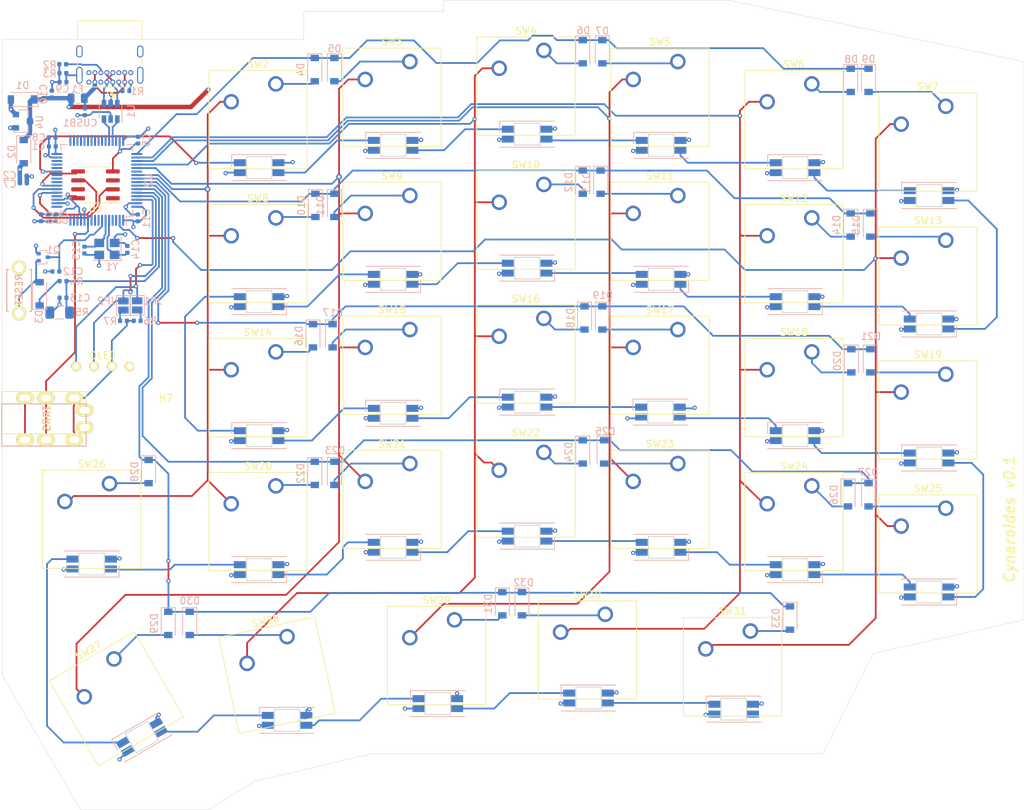
<source format=kicad_pcb>
(kicad_pcb (version 20171130) (host pcbnew 5.1.5+dfsg1-2build2)
  (layers (0 F.Cu signal) (1 In1.Cu signal hide) (2 In2.Cu signal hide) (31 B.Cu signal) (34 B.Paste user hide) (35 F.Paste user hide) (36 B.SilkS user hide) (37 F.SilkS user) (38 B.Mask user hide) (39 F.Mask user hide) (44 Edge.Cuts user))
  (net 0 "")
  (net 1 vbus)
  (net 2 GND)
  (net 3 +3V3)
  (net 4 DBus+)
  (net 5 "Net-(J1-PadB5)")
  (net 6 "Net-(J1-PadB8)")
  (net 7 DBus-)
  (net 8 "Net-(J1-PadA8)")
  (net 9 "Net-(J1-PadA5)")
  (net 10 D+)
  (net 11 D-)
  (net 12 BOOT0)
  (net 13 "Net-(U2-Pad54)")
  (net 14 "Net-(U2-Pad46)")
  (net 15 "Net-(U2-Pad43)")
  (net 16 "Net-(U2-Pad42)")
  (net 17 "Net-(U2-Pad41)")
  (net 18 "Net-(U2-Pad40)")
  (net 19 "Net-(U2-Pad39)")
  (net 20 "Net-(U2-Pad38)")
  (net 21 "Net-(U2-Pad37)")
  (net 22 "Net-(U2-Pad36)")
  (net 23 "Net-(U2-Pad35)")
  (net 24 "Net-(U2-Pad34)")
  (net 25 "Net-(U2-Pad33)")
  (net 26 "Net-(U2-Pad30)")
  (net 27 "Net-(U2-Pad29)")
  (net 28 "Net-(U2-Pad28)")
  (net 29 "Net-(U2-Pad26)")
  (net 30 "Net-(U2-Pad25)")
  (net 31 "Net-(U2-Pad24)")
  (net 32 "Net-(U2-Pad20)")
  (net 33 "Net-(U2-Pad17)")
  (net 34 "Net-(U2-Pad16)")
  (net 35 "Net-(U2-Pad15)")
  (net 36 "Net-(U2-Pad14)")
  (net 37 "Net-(U2-Pad10)")
  (net 38 "Net-(U2-Pad9)")
  (net 39 "Net-(U2-Pad8)")
  (net 40 NRST)
  (net 41 "Net-(U2-Pad4)")
  (net 42 "Net-(U2-Pad3)")
  (net 43 "Net-(C9-Pad1)")
  (net 44 +5V)
  (net 45 "Net-(D3-Pad2)")
  (net 46 "Net-(D3-Pad1)")
  (net 47 "Net-(D4-Pad2)")
  (net 48 "Net-(D5-Pad2)")
  (net 49 "Net-(D6-Pad2)")
  (net 50 "Net-(D7-Pad2)")
  (net 51 "Net-(D8-Pad2)")
  (net 52 "Net-(D9-Pad2)")
  (net 53 "Net-(D10-Pad2)")
  (net 54 "Net-(D11-Pad2)")
  (net 55 "Net-(D12-Pad2)")
  (net 56 "Net-(D13-Pad2)")
  (net 57 "Net-(D14-Pad2)")
  (net 58 "Net-(D15-Pad2)")
  (net 59 "Net-(D16-Pad2)")
  (net 60 "Net-(D17-Pad2)")
  (net 61 "Net-(D18-Pad2)")
  (net 62 "Net-(D19-Pad2)")
  (net 63 "Net-(D20-Pad2)")
  (net 64 "Net-(D21-Pad2)")
  (net 65 "Net-(D22-Pad2)")
  (net 66 "Net-(D23-Pad2)")
  (net 67 "Net-(D24-Pad2)")
  (net 68 "Net-(D25-Pad2)")
  (net 69 "Net-(D26-Pad2)")
  (net 70 "Net-(D27-Pad2)")
  (net 71 "Net-(D28-Pad2)")
  (net 72 "Net-(D29-Pad2)")
  (net 73 "Net-(D30-Pad2)")
  (net 74 "Net-(D31-Pad2)")
  (net 75 "Net-(D32-Pad2)")
  (net 76 "Net-(D33-Pad2)")
  (net 77 SDA)
  (net 78 SCL)
  (net 79 MOSI)
  (net 80 MISO)
  (net 81 SCK)
  (net 82 "Net-(U3-Pad7)")
  (net 83 "Net-(U3-Pad3)")
  (net 84 "Net-(U3-Pad1)")
  (net 85 ROW0)
  (net 86 ROW1)
  (net 87 ROW2)
  (net 88 ROW3)
  (net 89 ROW4)
  (net 90 "Net-(D34-Pad1)")
  (net 91 LED)
  (net 92 "Net-(D35-Pad1)")
  (net 93 "Net-(D36-Pad1)")
  (net 94 "Net-(D37-Pad1)")
  (net 95 "Net-(D38-Pad1)")
  (net 96 "Net-(D39-Pad1)")
  (net 97 "Net-(D40-Pad1)")
  (net 98 "Net-(D41-Pad1)")
  (net 99 "Net-(D42-Pad1)")
  (net 100 "Net-(D43-Pad1)")
  (net 101 "Net-(D44-Pad1)")
  (net 102 "Net-(D45-Pad1)")
  (net 103 "Net-(D46-Pad1)")
  (net 104 "Net-(D47-Pad1)")
  (net 105 "Net-(D48-Pad1)")
  (net 106 "Net-(D49-Pad1)")
  (net 107 "Net-(D50-Pad1)")
  (net 108 "Net-(D51-Pad1)")
  (net 109 "Net-(D52-Pad1)")
  (net 110 "Net-(D53-Pad1)")
  (net 111 "Net-(D54-Pad1)")
  (net 112 "Net-(D55-Pad1)")
  (net 113 "Net-(D56-Pad1)")
  (net 114 "Net-(D57-Pad1)")
  (net 115 "Net-(D58-Pad1)")
  (net 116 "Net-(D59-Pad1)")
  (net 117 "Net-(D60-Pad1)")
  (net 118 "Net-(D61-Pad1)")
  (net 119 "Net-(D62-Pad1)")
  (net 120 "Net-(D63-Pad1)")
  (net 121 COL0)
  (net 122 COL1)
  (net 123 COL2)
  (net 124 COL3)
  (net 125 COL4)
  (net 126 COL5)
  (net 127 "Net-(J2-PadC)")
  (net 128 "Net-(J2-PadB)")
  (net 129 "Net-(C14-Pad1)")
  (net 130 "Net-(C15-Pad1)")
  (net 131 "Net-(JP1-Pad1)")
  (net 132 "Net-(JP2-Pad1)")
  (module foostan:OLED_v2 (layer F.Cu) (at 59.5376 71.9074)
    (fp_text reference OL1)
    (fp_text value OLED hide)
    (fp_text user OLED (at 0 -1.55) (layer F.SilkS))
    (pad 4 thru_hole circle (at 3.81 0) (size 1.397 1.397) (drill 0.8128) (layers *.Cu F.SilkS B.Mask) (net 2 GND))
    (pad 3 thru_hole circle (at 1.27 0) (size 1.397 1.397) (drill 0.8128) (layers *.Cu F.SilkS B.Mask) (net 3 +3V3))
    (pad 2 thru_hole circle (at -1.27 0) (size 1.397 1.397) (drill 0.8128) (layers *.Cu F.SilkS B.Mask) (net 78 SCL))
    (pad 1 thru_hole circle (at -3.81 0) (size 1.397 1.397) (drill 0.8128) (layers *.Cu F.SilkS B.Mask) (net 77 SDA))
  )
  (module foostan:MJ-4PP-9 (layer F.Cu) (at 45.1604 78.4968 90)
    (fp_text reference J2)
    (fp_text value MJ-4PP-9 hide)
    (fp_text user TRRS (at -0.75 6.45 90) (layer F.SilkS))
    (fp_text user TRRS (at -0.8255 6.4135 90) (layer B.SilkS) (effects (justify mirror)))
    (pad A thru_hole oval (at -2.1 11.8 90) (size 1.7 2.5) (drill oval 1 1.5) (layers *.Cu *.Mask F.SilkS) (net 2 GND) (clearance 0.15))
    (pad D thru_hole oval (at 2.1 10.3 90) (size 1.7 2.5) (drill oval 1 1.5) (layers *.Cu *.Mask F.SilkS) (net 3 +3V3) (clearance 0.15))
    (pad C thru_hole oval (at 2.1 6.3 90) (size 1.7 2.5) (drill oval 1 1.5) (layers *.Cu *.Mask F.SilkS) (net 127 "Net-(J2-PadC)"))
    (pad B thru_hole oval (at 2.1 3.3 90) (size 1.7 2.5) (drill oval 1 1.5) (layers *.Cu *.Mask F.SilkS) (net 128 "Net-(J2-PadB)"))
    (pad "" np_thru_hole circle (at 0 8.5 90) (size 1.2 1.2) (drill 1.2) (layers *.Cu *.Mask F.SilkS))
    (pad "" np_thru_hole circle (at 0 1.5 90) (size 1.2 1.2) (drill 1.2) (layers *.Cu *.Mask F.SilkS))
    (pad C thru_hole oval (at -3.85 6.3 90) (size 1.7 2.5) (drill oval 1 1.5) (layers *.Cu *.Mask F.SilkS) (net 127 "Net-(J2-PadC)"))
    (pad B thru_hole oval (at -3.85 3.3 90) (size 1.7 2.5) (drill oval 1 1.5) (layers *.Cu *.Mask F.SilkS) (net 128 "Net-(J2-PadB)"))
    (pad A thru_hole oval (at 0.35 11.8 90) (size 1.7 2.5) (drill oval 1 1.5) (layers *.Cu *.Mask F.SilkS) (net 2 GND) (clearance 0.15))
    (pad D thru_hole oval (at -3.85 10.3 90) (size 1.7 2.5) (drill oval 1 1.5) (layers *.Cu *.Mask F.SilkS) (net 3 +3V3) (clearance 0.15))
    (pad "" np_thru_hole circle (at -1.75 1.5 90) (size 1.2 1.2) (drill 1.2) (layers *.Cu *.Mask F.SilkS))
    (pad "" np_thru_hole circle (at -1.75 8.5 90) (size 1.2 1.2) (drill 1.2) (layers *.Cu *.Mask F.SilkS))
  )
  (module MountingHole:MountingHole_3.2mm_M3 (layer F.Cu) (at 68.4784 80.6196)
    (fp_text reference H7 (at 0 -4.2) (layer F.SilkS))
    (fp_text value MountingHole)
    (pad 1 np_thru_hole circle (at 0 0) (size 3.2 3.2) (drill 3.2) (layers *.Cu *.Mask))
  )
  (module Diode_SMD:D_SOD-123 (layer B.Cu) (at 48.2854 41.3756 270)
    (fp_text reference D2 (at 0.0264 1.7018 90) (layer B.SilkS) (effects (justify mirror)))
    (fp_text value D_TVS)
    (pad 2 smd rect (at 1.65 0 270) (size 0.9 1.2) (layers B.Cu B.Paste B.Mask) (net 2 GND))
    (pad 1 smd rect (at -1.65 0 270) (size 0.9 1.2) (layers B.Cu B.Paste B.Mask) (net 44 +5V))
  )
  (module Package_TO_SOT_SMD:SOT-416 (layer B.Cu) (at 51.054 56.388)
    (fp_text reference Q1 (at 1.4478 -1.016) (layer B.SilkS) (effects (justify mirror)))
    (fp_text value DTC123J)
    (pad 3 smd rect (at 0.65 0) (size 0.6 0.5) (layers B.Cu B.Paste B.Mask) (net 40 NRST))
    (pad 2 smd rect (at -0.65 -0.5) (size 0.6 0.5) (layers B.Cu B.Paste B.Mask) (net 2 GND))
    (pad 1 smd rect (at -0.65 0.5) (size 0.6 0.5) (layers B.Cu B.Paste B.Mask) (net 45 "Net-(D3-Pad2)"))
  )
  (module Capacitor_SMD:C_0402_1005Metric (layer B.Cu) (at 53.871 62.1538)
    (fp_text reference C13 (at 2.4154 0.0254) (layer B.SilkS) (effects (justify mirror)))
    (fp_text value 100u)
    (pad 2 smd roundrect (at 0.485 0) (size 0.59 0.64) (layers B.Cu B.Paste B.Mask) (net 12 BOOT0))
    (pad 1 smd roundrect (at -0.485 0) (size 0.59 0.64) (layers B.Cu B.Paste B.Mask) (net 2 GND))
  )
  (module foostan:YS-SK6812MINI-E (layer B.Cu) (at 81.75625 43.65625)
    (fp_text reference D34 hide)
    (fp_text value SK6812MINI hide)
    (fp_line (start 1.8 1.55) (end -1.8 1.55) (layer Edge.Cuts) (width 0.12))
    (fp_line (start 1.8 -1.55) (end 1.8 1.55) (layer Edge.Cuts) (width 0.12))
    (fp_line (start -1.8 -1.55) (end 1.8 -1.55) (layer Edge.Cuts) (width 0.12))
    (fp_line (start -1.8 1.55) (end -1.8 -1.55) (layer Edge.Cuts) (width 0.12))
    (pad 2 smd rect (at 2.75 -0.7) (size 1.7 1) (layers B.Cu B.Paste B.Mask) (net 2 GND))
    (pad 1 smd rect (at 2.75 0.7) (size 1.7 1) (layers B.Cu B.Paste B.Mask) (net 90 "Net-(D34-Pad1)"))
    (pad 3 smd rect (at -2.75 -0.7) (size 1.7 1) (layers B.Cu B.Paste B.Mask) (net 91 LED))
    (pad 4 smd rect (at -2.75 0.7) (size 1.7 1) (layers B.Cu B.Paste B.Mask) (net 44 +5V))
  )
  (module foostan:YS-SK6812MINI-E (layer B.Cu) (at 100.80625 40.48125)
    (fp_text reference D35 hide)
    (fp_text value SK6812MINI hide)
    (fp_line (start 1.8 1.55) (end -1.8 1.55) (layer Edge.Cuts) (width 0.12))
    (fp_line (start 1.8 -1.55) (end 1.8 1.55) (layer Edge.Cuts) (width 0.12))
    (fp_line (start -1.8 -1.55) (end 1.8 -1.55) (layer Edge.Cuts) (width 0.12))
    (fp_line (start -1.8 1.55) (end -1.8 -1.55) (layer Edge.Cuts) (width 0.12))
    (pad 2 smd rect (at 2.75 -0.7) (size 1.7 1) (layers B.Cu B.Paste B.Mask) (net 2 GND))
    (pad 1 smd rect (at 2.75 0.7) (size 1.7 1) (layers B.Cu B.Paste B.Mask) (net 92 "Net-(D35-Pad1)"))
    (pad 3 smd rect (at -2.75 -0.7) (size 1.7 1) (layers B.Cu B.Paste B.Mask) (net 90 "Net-(D34-Pad1)"))
    (pad 4 smd rect (at -2.75 0.7) (size 1.7 1) (layers B.Cu B.Paste B.Mask) (net 44 +5V))
  )
  (module foostan:YS-SK6812MINI-E (layer B.Cu) (at 119.85625 38.89375)
    (fp_text reference D36 hide)
    (fp_text value SK6812MINI hide)
    (fp_line (start 1.8 1.55) (end -1.8 1.55) (layer Edge.Cuts) (width 0.12))
    (fp_line (start 1.8 -1.55) (end 1.8 1.55) (layer Edge.Cuts) (width 0.12))
    (fp_line (start -1.8 -1.55) (end 1.8 -1.55) (layer Edge.Cuts) (width 0.12))
    (fp_line (start -1.8 1.55) (end -1.8 -1.55) (layer Edge.Cuts) (width 0.12))
    (pad 2 smd rect (at 2.75 -0.7) (size 1.7 1) (layers B.Cu B.Paste B.Mask) (net 2 GND))
    (pad 1 smd rect (at 2.75 0.7) (size 1.7 1) (layers B.Cu B.Paste B.Mask) (net 93 "Net-(D36-Pad1)"))
    (pad 3 smd rect (at -2.75 -0.7) (size 1.7 1) (layers B.Cu B.Paste B.Mask) (net 92 "Net-(D35-Pad1)"))
    (pad 4 smd rect (at -2.75 0.7) (size 1.7 1) (layers B.Cu B.Paste B.Mask) (net 44 +5V))
  )
  (module foostan:YS-SK6812MINI-E (layer B.Cu) (at 138.90625 40.48125)
    (fp_text reference D37 hide)
    (fp_text value SK6812MINI hide)
    (fp_line (start 1.8 1.55) (end -1.8 1.55) (layer Edge.Cuts) (width 0.12))
    (fp_line (start 1.8 -1.55) (end 1.8 1.55) (layer Edge.Cuts) (width 0.12))
    (fp_line (start -1.8 -1.55) (end 1.8 -1.55) (layer Edge.Cuts) (width 0.12))
    (fp_line (start -1.8 1.55) (end -1.8 -1.55) (layer Edge.Cuts) (width 0.12))
    (pad 2 smd rect (at 2.75 -0.7) (size 1.7 1) (layers B.Cu B.Paste B.Mask) (net 2 GND))
    (pad 1 smd rect (at 2.75 0.7) (size 1.7 1) (layers B.Cu B.Paste B.Mask) (net 94 "Net-(D37-Pad1)"))
    (pad 3 smd rect (at -2.75 -0.7) (size 1.7 1) (layers B.Cu B.Paste B.Mask) (net 93 "Net-(D36-Pad1)"))
    (pad 4 smd rect (at -2.75 0.7) (size 1.7 1) (layers B.Cu B.Paste B.Mask) (net 44 +5V))
  )
  (module foostan:YS-SK6812MINI-E (layer B.Cu) (at 157.95625 43.65625)
    (fp_text reference D38 hide)
    (fp_text value SK6812MINI hide)
    (fp_line (start 1.8 1.55) (end -1.8 1.55) (layer Edge.Cuts) (width 0.12))
    (fp_line (start 1.8 -1.55) (end 1.8 1.55) (layer Edge.Cuts) (width 0.12))
    (fp_line (start -1.8 -1.55) (end 1.8 -1.55) (layer Edge.Cuts) (width 0.12))
    (fp_line (start -1.8 1.55) (end -1.8 -1.55) (layer Edge.Cuts) (width 0.12))
    (pad 2 smd rect (at 2.75 -0.7) (size 1.7 1) (layers B.Cu B.Paste B.Mask) (net 2 GND))
    (pad 1 smd rect (at 2.75 0.7) (size 1.7 1) (layers B.Cu B.Paste B.Mask) (net 95 "Net-(D38-Pad1)"))
    (pad 3 smd rect (at -2.75 -0.7) (size 1.7 1) (layers B.Cu B.Paste B.Mask) (net 94 "Net-(D37-Pad1)"))
    (pad 4 smd rect (at -2.75 0.7) (size 1.7 1) (layers B.Cu B.Paste B.Mask) (net 44 +5V))
  )
  (module foostan:YS-SK6812MINI-E (layer B.Cu) (at 177.00625 47.625)
    (fp_text reference D39 hide)
    (fp_text value SK6812MINI hide)
    (fp_line (start 1.8 1.55) (end -1.8 1.55) (layer Edge.Cuts) (width 0.12))
    (fp_line (start 1.8 -1.55) (end 1.8 1.55) (layer Edge.Cuts) (width 0.12))
    (fp_line (start -1.8 -1.55) (end 1.8 -1.55) (layer Edge.Cuts) (width 0.12))
    (fp_line (start -1.8 1.55) (end -1.8 -1.55) (layer Edge.Cuts) (width 0.12))
    (pad 2 smd rect (at 2.75 -0.7) (size 1.7 1) (layers B.Cu B.Paste B.Mask) (net 2 GND))
    (pad 1 smd rect (at 2.75 0.7) (size 1.7 1) (layers B.Cu B.Paste B.Mask) (net 96 "Net-(D39-Pad1)"))
    (pad 3 smd rect (at -2.75 -0.7) (size 1.7 1) (layers B.Cu B.Paste B.Mask) (net 95 "Net-(D38-Pad1)"))
    (pad 4 smd rect (at -2.75 0.7) (size 1.7 1) (layers B.Cu B.Paste B.Mask) (net 44 +5V))
  )
  (module foostan:YS-SK6812MINI-E (layer B.Cu) (at 177.00625 65.88125 180)
    (fp_text reference D40 hide)
    (fp_text value SK6812MINI hide)
    (fp_line (start 1.8 1.55) (end -1.8 1.55) (layer Edge.Cuts) (width 0.12))
    (fp_line (start 1.8 -1.55) (end 1.8 1.55) (layer Edge.Cuts) (width 0.12))
    (fp_line (start -1.8 -1.55) (end 1.8 -1.55) (layer Edge.Cuts) (width 0.12))
    (fp_line (start -1.8 1.55) (end -1.8 -1.55) (layer Edge.Cuts) (width 0.12))
    (pad 2 smd rect (at 2.75 -0.7 180) (size 1.7 1) (layers B.Cu B.Paste B.Mask) (net 2 GND))
    (pad 1 smd rect (at 2.75 0.7 180) (size 1.7 1) (layers B.Cu B.Paste B.Mask) (net 97 "Net-(D40-Pad1)"))
    (pad 3 smd rect (at -2.75 -0.7 180) (size 1.7 1) (layers B.Cu B.Paste B.Mask) (net 96 "Net-(D39-Pad1)"))
    (pad 4 smd rect (at -2.75 0.7 180) (size 1.7 1) (layers B.Cu B.Paste B.Mask) (net 44 +5V))
  )
  (module foostan:YS-SK6812MINI-E (layer B.Cu) (at 157.95625 62.70625 180)
    (fp_text reference D41 hide)
    (fp_text value SK6812MINI hide)
    (fp_line (start 1.8 1.55) (end -1.8 1.55) (layer Edge.Cuts) (width 0.12))
    (fp_line (start 1.8 -1.55) (end 1.8 1.55) (layer Edge.Cuts) (width 0.12))
    (fp_line (start -1.8 -1.55) (end 1.8 -1.55) (layer Edge.Cuts) (width 0.12))
    (fp_line (start -1.8 1.55) (end -1.8 -1.55) (layer Edge.Cuts) (width 0.12))
    (pad 2 smd rect (at 2.75 -0.7 180) (size 1.7 1) (layers B.Cu B.Paste B.Mask) (net 2 GND))
    (pad 1 smd rect (at 2.75 0.7 180) (size 1.7 1) (layers B.Cu B.Paste B.Mask) (net 98 "Net-(D41-Pad1)"))
    (pad 3 smd rect (at -2.75 -0.7 180) (size 1.7 1) (layers B.Cu B.Paste B.Mask) (net 97 "Net-(D40-Pad1)"))
    (pad 4 smd rect (at -2.75 0.7 180) (size 1.7 1) (layers B.Cu B.Paste B.Mask) (net 44 +5V))
  )
  (module foostan:YS-SK6812MINI-E (layer B.Cu) (at 138.90625 59.53125 180)
    (fp_text reference D42 hide)
    (fp_text value SK6812MINI hide)
    (fp_line (start 1.8 1.55) (end -1.8 1.55) (layer Edge.Cuts) (width 0.12))
    (fp_line (start 1.8 -1.55) (end 1.8 1.55) (layer Edge.Cuts) (width 0.12))
    (fp_line (start -1.8 -1.55) (end 1.8 -1.55) (layer Edge.Cuts) (width 0.12))
    (fp_line (start -1.8 1.55) (end -1.8 -1.55) (layer Edge.Cuts) (width 0.12))
    (pad 2 smd rect (at 2.75 -0.7 180) (size 1.7 1) (layers B.Cu B.Paste B.Mask) (net 2 GND))
    (pad 1 smd rect (at 2.75 0.7 180) (size 1.7 1) (layers B.Cu B.Paste B.Mask) (net 99 "Net-(D42-Pad1)"))
    (pad 3 smd rect (at -2.75 -0.7 180) (size 1.7 1) (layers B.Cu B.Paste B.Mask) (net 98 "Net-(D41-Pad1)"))
    (pad 4 smd rect (at -2.75 0.7 180) (size 1.7 1) (layers B.Cu B.Paste B.Mask) (net 44 +5V))
  )
  (module foostan:YS-SK6812MINI-E (layer B.Cu) (at 119.85625 57.94375 180)
    (fp_text reference D43 hide)
    (fp_text value SK6812MINI hide)
    (fp_line (start 1.8 1.55) (end -1.8 1.55) (layer Edge.Cuts) (width 0.12))
    (fp_line (start 1.8 -1.55) (end 1.8 1.55) (layer Edge.Cuts) (width 0.12))
    (fp_line (start -1.8 -1.55) (end 1.8 -1.55) (layer Edge.Cuts) (width 0.12))
    (fp_line (start -1.8 1.55) (end -1.8 -1.55) (layer Edge.Cuts) (width 0.12))
    (pad 2 smd rect (at 2.75 -0.7 180) (size 1.7 1) (layers B.Cu B.Paste B.Mask) (net 2 GND))
    (pad 1 smd rect (at 2.75 0.7 180) (size 1.7 1) (layers B.Cu B.Paste B.Mask) (net 100 "Net-(D43-Pad1)"))
    (pad 3 smd rect (at -2.75 -0.7 180) (size 1.7 1) (layers B.Cu B.Paste B.Mask) (net 99 "Net-(D42-Pad1)"))
    (pad 4 smd rect (at -2.75 0.7 180) (size 1.7 1) (layers B.Cu B.Paste B.Mask) (net 44 +5V))
  )
  (module foostan:YS-SK6812MINI-E (layer B.Cu) (at 100.80625 59.53125 180)
    (fp_text reference D44 hide)
    (fp_text value SK6812MINI hide)
    (fp_line (start 1.8 1.55) (end -1.8 1.55) (layer Edge.Cuts) (width 0.12))
    (fp_line (start 1.8 -1.55) (end 1.8 1.55) (layer Edge.Cuts) (width 0.12))
    (fp_line (start -1.8 -1.55) (end 1.8 -1.55) (layer Edge.Cuts) (width 0.12))
    (fp_line (start -1.8 1.55) (end -1.8 -1.55) (layer Edge.Cuts) (width 0.12))
    (pad 2 smd rect (at 2.75 -0.7 180) (size 1.7 1) (layers B.Cu B.Paste B.Mask) (net 2 GND))
    (pad 1 smd rect (at 2.75 0.7 180) (size 1.7 1) (layers B.Cu B.Paste B.Mask) (net 101 "Net-(D44-Pad1)"))
    (pad 3 smd rect (at -2.75 -0.7 180) (size 1.7 1) (layers B.Cu B.Paste B.Mask) (net 100 "Net-(D43-Pad1)"))
    (pad 4 smd rect (at -2.75 0.7 180) (size 1.7 1) (layers B.Cu B.Paste B.Mask) (net 44 +5V))
  )
  (module foostan:YS-SK6812MINI-E (layer B.Cu) (at 81.75625 62.70625 180)
    (fp_text reference D45 hide)
    (fp_text value SK6812MINI hide)
    (fp_line (start 1.8 1.55) (end -1.8 1.55) (layer Edge.Cuts) (width 0.12))
    (fp_line (start 1.8 -1.55) (end 1.8 1.55) (layer Edge.Cuts) (width 0.12))
    (fp_line (start -1.8 -1.55) (end 1.8 -1.55) (layer Edge.Cuts) (width 0.12))
    (fp_line (start -1.8 1.55) (end -1.8 -1.55) (layer Edge.Cuts) (width 0.12))
    (pad 2 smd rect (at 2.75 -0.7 180) (size 1.7 1) (layers B.Cu B.Paste B.Mask) (net 2 GND))
    (pad 1 smd rect (at 2.75 0.7 180) (size 1.7 1) (layers B.Cu B.Paste B.Mask) (net 102 "Net-(D45-Pad1)"))
    (pad 3 smd rect (at -2.75 -0.7 180) (size 1.7 1) (layers B.Cu B.Paste B.Mask) (net 101 "Net-(D44-Pad1)"))
    (pad 4 smd rect (at -2.75 0.7 180) (size 1.7 1) (layers B.Cu B.Paste B.Mask) (net 44 +5V))
  )
  (module foostan:YS-SK6812MINI-E (layer B.Cu) (at 81.75625 81.75625)
    (fp_text reference D46 hide)
    (fp_text value SK6812MINI hide)
    (fp_line (start 1.8 1.55) (end -1.8 1.55) (layer Edge.Cuts) (width 0.12))
    (fp_line (start 1.8 -1.55) (end 1.8 1.55) (layer Edge.Cuts) (width 0.12))
    (fp_line (start -1.8 -1.55) (end 1.8 -1.55) (layer Edge.Cuts) (width 0.12))
    (fp_line (start -1.8 1.55) (end -1.8 -1.55) (layer Edge.Cuts) (width 0.12))
    (pad 2 smd rect (at 2.75 -0.7) (size 1.7 1) (layers B.Cu B.Paste B.Mask) (net 2 GND))
    (pad 1 smd rect (at 2.75 0.7) (size 1.7 1) (layers B.Cu B.Paste B.Mask) (net 103 "Net-(D46-Pad1)"))
    (pad 3 smd rect (at -2.75 -0.7) (size 1.7 1) (layers B.Cu B.Paste B.Mask) (net 102 "Net-(D45-Pad1)"))
    (pad 4 smd rect (at -2.75 0.7) (size 1.7 1) (layers B.Cu B.Paste B.Mask) (net 44 +5V))
  )
  (module foostan:YS-SK6812MINI-E (layer B.Cu) (at 100.80625 78.58125)
    (fp_text reference D47 hide)
    (fp_text value SK6812MINI hide)
    (fp_line (start 1.8 1.55) (end -1.8 1.55) (layer Edge.Cuts) (width 0.12))
    (fp_line (start 1.8 -1.55) (end 1.8 1.55) (layer Edge.Cuts) (width 0.12))
    (fp_line (start -1.8 -1.55) (end 1.8 -1.55) (layer Edge.Cuts) (width 0.12))
    (fp_line (start -1.8 1.55) (end -1.8 -1.55) (layer Edge.Cuts) (width 0.12))
    (pad 2 smd rect (at 2.75 -0.7) (size 1.7 1) (layers B.Cu B.Paste B.Mask) (net 2 GND))
    (pad 1 smd rect (at 2.75 0.7) (size 1.7 1) (layers B.Cu B.Paste B.Mask) (net 104 "Net-(D47-Pad1)"))
    (pad 3 smd rect (at -2.75 -0.7) (size 1.7 1) (layers B.Cu B.Paste B.Mask) (net 103 "Net-(D46-Pad1)"))
    (pad 4 smd rect (at -2.75 0.7) (size 1.7 1) (layers B.Cu B.Paste B.Mask) (net 44 +5V))
  )
  (module foostan:YS-SK6812MINI-E (layer B.Cu) (at 119.85625 76.99375)
    (fp_text reference D48 hide)
    (fp_text value SK6812MINI hide)
    (fp_line (start 1.8 1.55) (end -1.8 1.55) (layer Edge.Cuts) (width 0.12))
    (fp_line (start 1.8 -1.55) (end 1.8 1.55) (layer Edge.Cuts) (width 0.12))
    (fp_line (start -1.8 -1.55) (end 1.8 -1.55) (layer Edge.Cuts) (width 0.12))
    (fp_line (start -1.8 1.55) (end -1.8 -1.55) (layer Edge.Cuts) (width 0.12))
    (pad 2 smd rect (at 2.75 -0.7) (size 1.7 1) (layers B.Cu B.Paste B.Mask) (net 2 GND))
    (pad 1 smd rect (at 2.75 0.7) (size 1.7 1) (layers B.Cu B.Paste B.Mask) (net 105 "Net-(D48-Pad1)"))
    (pad 3 smd rect (at -2.75 -0.7) (size 1.7 1) (layers B.Cu B.Paste B.Mask) (net 104 "Net-(D47-Pad1)"))
    (pad 4 smd rect (at -2.75 0.7) (size 1.7 1) (layers B.Cu B.Paste B.Mask) (net 44 +5V))
  )
  (module foostan:YS-SK6812MINI-E (layer B.Cu) (at 138.811 78.4098)
    (fp_text reference D49 hide)
    (fp_text value SK6812MINI hide)
    (fp_line (start 1.8 1.55) (end -1.8 1.55) (layer Edge.Cuts) (width 0.12))
    (fp_line (start 1.8 -1.55) (end 1.8 1.55) (layer Edge.Cuts) (width 0.12))
    (fp_line (start -1.8 -1.55) (end 1.8 -1.55) (layer Edge.Cuts) (width 0.12))
    (fp_line (start -1.8 1.55) (end -1.8 -1.55) (layer Edge.Cuts) (width 0.12))
    (pad 2 smd rect (at 2.75 -0.7) (size 1.7 1) (layers B.Cu B.Paste B.Mask) (net 2 GND))
    (pad 1 smd rect (at 2.75 0.7) (size 1.7 1) (layers B.Cu B.Paste B.Mask) (net 106 "Net-(D49-Pad1)"))
    (pad 3 smd rect (at -2.75 -0.7) (size 1.7 1) (layers B.Cu B.Paste B.Mask) (net 105 "Net-(D48-Pad1)"))
    (pad 4 smd rect (at -2.75 0.7) (size 1.7 1) (layers B.Cu B.Paste B.Mask) (net 44 +5V))
  )
  (module foostan:YS-SK6812MINI-E (layer B.Cu) (at 157.95625 81.75625)
    (fp_text reference D50 hide)
    (fp_text value SK6812MINI hide)
    (fp_line (start 1.8 1.55) (end -1.8 1.55) (layer Edge.Cuts) (width 0.12))
    (fp_line (start 1.8 -1.55) (end 1.8 1.55) (layer Edge.Cuts) (width 0.12))
    (fp_line (start -1.8 -1.55) (end 1.8 -1.55) (layer Edge.Cuts) (width 0.12))
    (fp_line (start -1.8 1.55) (end -1.8 -1.55) (layer Edge.Cuts) (width 0.12))
    (pad 2 smd rect (at 2.75 -0.7) (size 1.7 1) (layers B.Cu B.Paste B.Mask) (net 2 GND))
    (pad 1 smd rect (at 2.75 0.7) (size 1.7 1) (layers B.Cu B.Paste B.Mask) (net 107 "Net-(D50-Pad1)"))
    (pad 3 smd rect (at -2.75 -0.7) (size 1.7 1) (layers B.Cu B.Paste B.Mask) (net 106 "Net-(D49-Pad1)"))
    (pad 4 smd rect (at -2.75 0.7) (size 1.7 1) (layers B.Cu B.Paste B.Mask) (net 44 +5V))
  )
  (module foostan:YS-SK6812MINI-E (layer B.Cu) (at 177.00625 84.93125)
    (fp_text reference D51 hide)
    (fp_text value SK6812MINI hide)
    (fp_line (start 1.8 1.55) (end -1.8 1.55) (layer Edge.Cuts) (width 0.12))
    (fp_line (start 1.8 -1.55) (end 1.8 1.55) (layer Edge.Cuts) (width 0.12))
    (fp_line (start -1.8 -1.55) (end 1.8 -1.55) (layer Edge.Cuts) (width 0.12))
    (fp_line (start -1.8 1.55) (end -1.8 -1.55) (layer Edge.Cuts) (width 0.12))
    (pad 2 smd rect (at 2.75 -0.7) (size 1.7 1) (layers B.Cu B.Paste B.Mask) (net 2 GND))
    (pad 1 smd rect (at 2.75 0.7) (size 1.7 1) (layers B.Cu B.Paste B.Mask) (net 108 "Net-(D51-Pad1)"))
    (pad 3 smd rect (at -2.75 -0.7) (size 1.7 1) (layers B.Cu B.Paste B.Mask) (net 107 "Net-(D50-Pad1)"))
    (pad 4 smd rect (at -2.75 0.7) (size 1.7 1) (layers B.Cu B.Paste B.Mask) (net 44 +5V))
  )
  (module foostan:YS-SK6812MINI-E (layer B.Cu) (at 177.00625 103.98125 180)
    (fp_text reference D52 hide)
    (fp_text value SK6812MINI hide)
    (fp_line (start 1.8 1.55) (end -1.8 1.55) (layer Edge.Cuts) (width 0.12))
    (fp_line (start 1.8 -1.55) (end 1.8 1.55) (layer Edge.Cuts) (width 0.12))
    (fp_line (start -1.8 -1.55) (end 1.8 -1.55) (layer Edge.Cuts) (width 0.12))
    (fp_line (start -1.8 1.55) (end -1.8 -1.55) (layer Edge.Cuts) (width 0.12))
    (pad 2 smd rect (at 2.75 -0.7 180) (size 1.7 1) (layers B.Cu B.Paste B.Mask) (net 2 GND))
    (pad 1 smd rect (at 2.75 0.7 180) (size 1.7 1) (layers B.Cu B.Paste B.Mask) (net 109 "Net-(D52-Pad1)"))
    (pad 3 smd rect (at -2.75 -0.7 180) (size 1.7 1) (layers B.Cu B.Paste B.Mask) (net 108 "Net-(D51-Pad1)"))
    (pad 4 smd rect (at -2.75 0.7 180) (size 1.7 1) (layers B.Cu B.Paste B.Mask) (net 44 +5V))
  )
  (module foostan:YS-SK6812MINI-E (layer B.Cu) (at 157.95625 100.80625 180)
    (fp_text reference D53 hide)
    (fp_text value SK6812MINI hide)
    (fp_line (start 1.8 1.55) (end -1.8 1.55) (layer Edge.Cuts) (width 0.12))
    (fp_line (start 1.8 -1.55) (end 1.8 1.55) (layer Edge.Cuts) (width 0.12))
    (fp_line (start -1.8 -1.55) (end 1.8 -1.55) (layer Edge.Cuts) (width 0.12))
    (fp_line (start -1.8 1.55) (end -1.8 -1.55) (layer Edge.Cuts) (width 0.12))
    (pad 2 smd rect (at 2.75 -0.7 180) (size 1.7 1) (layers B.Cu B.Paste B.Mask) (net 2 GND))
    (pad 1 smd rect (at 2.75 0.7 180) (size 1.7 1) (layers B.Cu B.Paste B.Mask) (net 110 "Net-(D53-Pad1)"))
    (pad 3 smd rect (at -2.75 -0.7 180) (size 1.7 1) (layers B.Cu B.Paste B.Mask) (net 109 "Net-(D52-Pad1)"))
    (pad 4 smd rect (at -2.75 0.7 180) (size 1.7 1) (layers B.Cu B.Paste B.Mask) (net 44 +5V))
  )
  (module foostan:YS-SK6812MINI-E (layer B.Cu) (at 138.90625 97.63125 180)
    (fp_text reference D54 hide)
    (fp_text value SK6812MINI hide)
    (fp_line (start 1.8 1.55) (end -1.8 1.55) (layer Edge.Cuts) (width 0.12))
    (fp_line (start 1.8 -1.55) (end 1.8 1.55) (layer Edge.Cuts) (width 0.12))
    (fp_line (start -1.8 -1.55) (end 1.8 -1.55) (layer Edge.Cuts) (width 0.12))
    (fp_line (start -1.8 1.55) (end -1.8 -1.55) (layer Edge.Cuts) (width 0.12))
    (pad 2 smd rect (at 2.75 -0.7 180) (size 1.7 1) (layers B.Cu B.Paste B.Mask) (net 2 GND))
    (pad 1 smd rect (at 2.75 0.7 180) (size 1.7 1) (layers B.Cu B.Paste B.Mask) (net 111 "Net-(D54-Pad1)"))
    (pad 3 smd rect (at -2.75 -0.7 180) (size 1.7 1) (layers B.Cu B.Paste B.Mask) (net 110 "Net-(D53-Pad1)"))
    (pad 4 smd rect (at -2.75 0.7 180) (size 1.7 1) (layers B.Cu B.Paste B.Mask) (net 44 +5V))
  )
  (module foostan:YS-SK6812MINI-E (layer B.Cu) (at 119.85625 96.04375 180)
    (fp_text reference D55 hide)
    (fp_text value SK6812MINI hide)
    (fp_line (start 1.8 1.55) (end -1.8 1.55) (layer Edge.Cuts) (width 0.12))
    (fp_line (start 1.8 -1.55) (end 1.8 1.55) (layer Edge.Cuts) (width 0.12))
    (fp_line (start -1.8 -1.55) (end 1.8 -1.55) (layer Edge.Cuts) (width 0.12))
    (fp_line (start -1.8 1.55) (end -1.8 -1.55) (layer Edge.Cuts) (width 0.12))
    (pad 2 smd rect (at 2.75 -0.7 180) (size 1.7 1) (layers B.Cu B.Paste B.Mask) (net 2 GND))
    (pad 1 smd rect (at 2.75 0.7 180) (size 1.7 1) (layers B.Cu B.Paste B.Mask) (net 112 "Net-(D55-Pad1)"))
    (pad 3 smd rect (at -2.75 -0.7 180) (size 1.7 1) (layers B.Cu B.Paste B.Mask) (net 111 "Net-(D54-Pad1)"))
    (pad 4 smd rect (at -2.75 0.7 180) (size 1.7 1) (layers B.Cu B.Paste B.Mask) (net 44 +5V))
  )
  (module foostan:YS-SK6812MINI-E (layer B.Cu) (at 100.80625 97.63125 180)
    (fp_text reference D56 hide)
    (fp_text value SK6812MINI hide)
    (fp_line (start 1.8 1.55) (end -1.8 1.55) (layer Edge.Cuts) (width 0.12))
    (fp_line (start 1.8 -1.55) (end 1.8 1.55) (layer Edge.Cuts) (width 0.12))
    (fp_line (start -1.8 -1.55) (end 1.8 -1.55) (layer Edge.Cuts) (width 0.12))
    (fp_line (start -1.8 1.55) (end -1.8 -1.55) (layer Edge.Cuts) (width 0.12))
    (pad 2 smd rect (at 2.75 -0.7 180) (size 1.7 1) (layers B.Cu B.Paste B.Mask) (net 2 GND))
    (pad 1 smd rect (at 2.75 0.7 180) (size 1.7 1) (layers B.Cu B.Paste B.Mask) (net 113 "Net-(D56-Pad1)"))
    (pad 3 smd rect (at -2.75 -0.7 180) (size 1.7 1) (layers B.Cu B.Paste B.Mask) (net 112 "Net-(D55-Pad1)"))
    (pad 4 smd rect (at -2.75 0.7 180) (size 1.7 1) (layers B.Cu B.Paste B.Mask) (net 44 +5V))
  )
  (module foostan:YS-SK6812MINI-E (layer B.Cu) (at 81.75625 100.80625 180)
    (fp_text reference D57 hide)
    (fp_text value SK6812MINI hide)
    (fp_line (start 1.8 1.55) (end -1.8 1.55) (layer Edge.Cuts) (width 0.12))
    (fp_line (start 1.8 -1.55) (end 1.8 1.55) (layer Edge.Cuts) (width 0.12))
    (fp_line (start -1.8 -1.55) (end 1.8 -1.55) (layer Edge.Cuts) (width 0.12))
    (fp_line (start -1.8 1.55) (end -1.8 -1.55) (layer Edge.Cuts) (width 0.12))
    (pad 2 smd rect (at 2.75 -0.7 180) (size 1.7 1) (layers B.Cu B.Paste B.Mask) (net 2 GND))
    (pad 1 smd rect (at 2.75 0.7 180) (size 1.7 1) (layers B.Cu B.Paste B.Mask) (net 114 "Net-(D57-Pad1)"))
    (pad 3 smd rect (at -2.75 -0.7 180) (size 1.7 1) (layers B.Cu B.Paste B.Mask) (net 113 "Net-(D56-Pad1)"))
    (pad 4 smd rect (at -2.75 0.7 180) (size 1.7 1) (layers B.Cu B.Paste B.Mask) (net 44 +5V))
  )
  (module foostan:YS-SK6812MINI-E (layer B.Cu) (at 57.94375 100.0125 180)
    (fp_text reference D58 hide)
    (fp_text value SK6812MINI hide)
    (fp_line (start 1.8 1.55) (end -1.8 1.55) (layer Edge.Cuts) (width 0.12))
    (fp_line (start 1.8 -1.55) (end 1.8 1.55) (layer Edge.Cuts) (width 0.12))
    (fp_line (start -1.8 -1.55) (end 1.8 -1.55) (layer Edge.Cuts) (width 0.12))
    (fp_line (start -1.8 1.55) (end -1.8 -1.55) (layer Edge.Cuts) (width 0.12))
    (pad 2 smd rect (at 2.75 -0.7 180) (size 1.7 1) (layers B.Cu B.Paste B.Mask) (net 2 GND))
    (pad 1 smd rect (at 2.75 0.7 180) (size 1.7 1) (layers B.Cu B.Paste B.Mask) (net 115 "Net-(D58-Pad1)"))
    (pad 3 smd rect (at -2.75 -0.7 180) (size 1.7 1) (layers B.Cu B.Paste B.Mask) (net 114 "Net-(D57-Pad1)"))
    (pad 4 smd rect (at -2.75 0.7 180) (size 1.7 1) (layers B.Cu B.Paste B.Mask) (net 44 +5V))
  )
  (module foostan:YS-SK6812MINI-E (layer B.Cu) (at 65.0875 124.61875 30)
    (fp_text reference D59 hide)
    (fp_text value SK6812MINI hide)
    (fp_line (start 1.8 1.55) (end -1.8 1.55) (layer Edge.Cuts) (width 0.12))
    (fp_line (start 1.8 -1.55) (end 1.8 1.55) (layer Edge.Cuts) (width 0.12))
    (fp_line (start -1.8 -1.55) (end 1.8 -1.55) (layer Edge.Cuts) (width 0.12))
    (fp_line (start -1.8 1.55) (end -1.8 -1.55) (layer Edge.Cuts) (width 0.12))
    (pad 2 smd rect (at 2.75 -0.7 30) (size 1.7 1) (layers B.Cu B.Paste B.Mask) (net 2 GND))
    (pad 1 smd rect (at 2.75 0.7 30) (size 1.7 1) (layers B.Cu B.Paste B.Mask) (net 116 "Net-(D59-Pad1)"))
    (pad 3 smd rect (at -2.75 -0.7 30) (size 1.7 1) (layers B.Cu B.Paste B.Mask) (net 115 "Net-(D58-Pad1)"))
    (pad 4 smd rect (at -2.75 0.7 30) (size 1.7 1) (layers B.Cu B.Paste B.Mask) (net 44 +5V))
  )
  (module foostan:YS-SK6812MINI-E (layer B.Cu) (at 85.725 122.2375)
    (fp_text reference D60 hide)
    (fp_text value SK6812MINI hide)
    (fp_line (start 1.8 1.55) (end -1.8 1.55) (layer Edge.Cuts) (width 0.12))
    (fp_line (start 1.8 -1.55) (end 1.8 1.55) (layer Edge.Cuts) (width 0.12))
    (fp_line (start -1.8 -1.55) (end 1.8 -1.55) (layer Edge.Cuts) (width 0.12))
    (fp_line (start -1.8 1.55) (end -1.8 -1.55) (layer Edge.Cuts) (width 0.12))
    (pad 2 smd rect (at 2.75 -0.7) (size 1.7 1) (layers B.Cu B.Paste B.Mask) (net 2 GND))
    (pad 1 smd rect (at 2.75 0.7) (size 1.7 1) (layers B.Cu B.Paste B.Mask) (net 117 "Net-(D60-Pad1)"))
    (pad 3 smd rect (at -2.75 -0.7) (size 1.7 1) (layers B.Cu B.Paste B.Mask) (net 116 "Net-(D59-Pad1)"))
    (pad 4 smd rect (at -2.75 0.7) (size 1.7 1) (layers B.Cu B.Paste B.Mask) (net 44 +5V))
  )
  (module foostan:YS-SK6812MINI-E (layer B.Cu) (at 107.15625 119.85625)
    (fp_text reference D61 hide)
    (fp_text value SK6812MINI hide)
    (fp_line (start 1.8 1.55) (end -1.8 1.55) (layer Edge.Cuts) (width 0.12))
    (fp_line (start 1.8 -1.55) (end 1.8 1.55) (layer Edge.Cuts) (width 0.12))
    (fp_line (start -1.8 -1.55) (end 1.8 -1.55) (layer Edge.Cuts) (width 0.12))
    (fp_line (start -1.8 1.55) (end -1.8 -1.55) (layer Edge.Cuts) (width 0.12))
    (pad 2 smd rect (at 2.75 -0.7) (size 1.7 1) (layers B.Cu B.Paste B.Mask) (net 2 GND))
    (pad 1 smd rect (at 2.75 0.7) (size 1.7 1) (layers B.Cu B.Paste B.Mask) (net 118 "Net-(D61-Pad1)"))
    (pad 3 smd rect (at -2.75 -0.7) (size 1.7 1) (layers B.Cu B.Paste B.Mask) (net 117 "Net-(D60-Pad1)"))
    (pad 4 smd rect (at -2.75 0.7) (size 1.7 1) (layers B.Cu B.Paste B.Mask) (net 44 +5V))
  )
  (module foostan:YS-SK6812MINI-E (layer B.Cu) (at 128.5875 119.0625)
    (fp_text reference D62 hide)
    (fp_text value SK6812MINI hide)
    (fp_line (start 1.8 1.55) (end -1.8 1.55) (layer Edge.Cuts) (width 0.12))
    (fp_line (start 1.8 -1.55) (end 1.8 1.55) (layer Edge.Cuts) (width 0.12))
    (fp_line (start -1.8 -1.55) (end 1.8 -1.55) (layer Edge.Cuts) (width 0.12))
    (fp_line (start -1.8 1.55) (end -1.8 -1.55) (layer Edge.Cuts) (width 0.12))
    (pad 2 smd rect (at 2.75 -0.7) (size 1.7 1) (layers B.Cu B.Paste B.Mask) (net 2 GND))
    (pad 1 smd rect (at 2.75 0.7) (size 1.7 1) (layers B.Cu B.Paste B.Mask) (net 119 "Net-(D62-Pad1)"))
    (pad 3 smd rect (at -2.75 -0.7) (size 1.7 1) (layers B.Cu B.Paste B.Mask) (net 118 "Net-(D61-Pad1)"))
    (pad 4 smd rect (at -2.75 0.7) (size 1.7 1) (layers B.Cu B.Paste B.Mask) (net 44 +5V))
  )
  (module foostan:YS-SK6812MINI-E (layer B.Cu) (at 149.225 120.65)
    (fp_text reference D63 hide)
    (fp_text value SK6812MINI hide)
    (fp_line (start 1.8 1.55) (end -1.8 1.55) (layer Edge.Cuts) (width 0.12))
    (fp_line (start 1.8 -1.55) (end 1.8 1.55) (layer Edge.Cuts) (width 0.12))
    (fp_line (start -1.8 -1.55) (end 1.8 -1.55) (layer Edge.Cuts) (width 0.12))
    (fp_line (start -1.8 1.55) (end -1.8 -1.55) (layer Edge.Cuts) (width 0.12))
    (pad 2 smd rect (at 2.75 -0.7) (size 1.7 1) (layers B.Cu B.Paste B.Mask) (net 2 GND))
    (pad 1 smd rect (at 2.75 0.7) (size 1.7 1) (layers B.Cu B.Paste B.Mask) (net 120 "Net-(D63-Pad1)"))
    (pad 3 smd rect (at -2.75 -0.7) (size 1.7 1) (layers B.Cu B.Paste B.Mask) (net 119 "Net-(D62-Pad1)"))
    (pad 4 smd rect (at -2.75 0.7) (size 1.7 1) (layers B.Cu B.Paste B.Mask) (net 44 +5V))
  )
  (module Resistor_SMD:R_1206_3216Metric (layer B.Cu) (at 53.3938 64.262)
    (fp_text reference R5 (at 3.172 -0.0508) (layer B.SilkS) (effects (justify mirror)))
    (fp_text value 100k)
    (pad 2 smd roundrect (at 1.4 0) (size 1.25 1.75) (layers B.Cu B.Paste B.Mask) (roundrect_rratio 0.2) (net 12 BOOT0))
    (pad 1 smd roundrect (at -1.4 0) (size 1.25 1.75) (layers B.Cu B.Paste B.Mask) (roundrect_rratio 0.2) (net 2 GND))
  )
  (module MountingHole:MountingHole_3.2mm_M3 (layer F.Cu) (at 48.9204 29.083)
    (fp_text reference H6 hide)
    (fp_text value MountingHole)
    (pad 1 np_thru_hole circle (at 0 0) (size 3.2 3.2) (drill 3.2) (layers *.Cu *.Mask))
  )
  (module MountingHole:MountingHole_3.2mm_M3 (layer F.Cu) (at 69.7992 29.1846)
    (fp_text reference H2 hide)
    (fp_text value MountingHole)
    (pad 1 np_thru_hole circle (at 0 0) (size 3.2 3.2) (drill 3.2) (layers *.Cu *.Mask))
  )
  (module MountingHole:MountingHole_3.2mm_M3 (layer F.Cu) (at 163.3982 107.2642)
    (fp_text reference H5 hide)
    (fp_text value MountingHole)
    (pad 1 np_thru_hole circle (at 0 0) (size 3.2 3.2) (drill 3.2) (layers *.Cu *.Mask))
  )
  (module MountingHole:MountingHole_3.2mm_M3 (layer F.Cu) (at 48.9966 71.2978)
    (fp_text reference H4 hide)
    (fp_text value MountingHole)
    (pad 1 np_thru_hole circle (at 0 0) (size 3.2 3.2) (drill 3.2) (layers *.Cu *.Mask))
  )
  (module MountingHole:MountingHole_3.2mm_M3 (layer F.Cu) (at 186.6138 32.131)
    (fp_text reference H3 hide)
    (fp_text value MountingHole)
    (pad 1 np_thru_hole circle (at 0 0) (size 3.2 3.2) (drill 3.2) (layers *.Cu *.Mask))
  )
  (module MountingHole:MountingHole_3.2mm_M3 (layer F.Cu) (at 109.7026 24.5618)
    (fp_text reference H1 hide)
    (fp_text value MountingHole)
    (pad 1 np_thru_hole circle (at 0 0) (size 3.2 3.2) (drill 3.2) (layers *.Cu *.Mask))
  )
  (module Jumper:SolderJumper-2_P1.3mm_Open_Pad1.0x1.5mm (layer B.Cu) (at 62.4586 63.2564 90)
    (fp_text reference JP2 (at 0.6454 -2.413 180) (layer B.SilkS) (effects (justify mirror)))
    (fp_text value Jumper_NC_Small)
    (pad 1 smd rect (at -0.65 0 90) (size 1 1.5) (layers B.Cu B.Mask) (net 132 "Net-(JP2-Pad1)"))
    (pad 2 smd rect (at 0.65 0 90) (size 1 1.5) (layers B.Cu B.Mask) (net 78 SCL))
  )
  (module Jumper:SolderJumper-2_P1.3mm_Open_Pad1.0x1.5mm (layer B.Cu) (at 64.4144 63.2356 90)
    (fp_text reference JP1 (at 0.6246 2.2352 180) (layer B.SilkS) (effects (justify mirror)))
    (fp_text value Jumper_NC_Small)
    (pad 1 smd rect (at -0.65 0 90) (size 1 1.5) (layers B.Cu B.Mask) (net 131 "Net-(JP1-Pad1)"))
    (pad 2 smd rect (at 0.65 0 90) (size 1 1.5) (layers B.Cu B.Mask) (net 77 SDA))
  )
  (module Resistor_SMD:R_0402_1005Metric (layer B.Cu) (at 62.461 65.4304)
    (fp_text reference R7 (at -1.882 0.0508) (layer B.SilkS) (effects (justify mirror)))
    (fp_text value 4k7)
    (pad 2 smd roundrect (at 0.485 0) (size 0.59 0.64) (layers B.Cu B.Paste B.Mask) (net 3 +3V3))
    (pad 1 smd roundrect (at -0.485 0) (size 0.59 0.64) (layers B.Cu B.Paste B.Mask) (net 132 "Net-(JP2-Pad1)"))
  )
  (module Resistor_SMD:R_0402_1005Metric (layer B.Cu) (at 64.4144 65.4304 180)
    (fp_text reference R6 (at -1.8288 -0.0254) (layer B.SilkS) (effects (justify mirror)))
    (fp_text value 4k7)
    (pad 2 smd roundrect (at 0.485 0 180) (size 0.59 0.64) (layers B.Cu B.Paste B.Mask) (net 3 +3V3))
    (pad 1 smd roundrect (at -0.485 0 180) (size 0.59 0.64) (layers B.Cu B.Paste B.Mask) (net 131 "Net-(JP1-Pad1)"))
  )
  (module Diode_SMD:D_SOD-123 (layer B.Cu) (at 89.75625 49.022 270)
    (fp_text reference D10 (at 0 2 90) (layer B.SilkS) (effects (justify mirror)))
    (fp_text value 1N4148W)
    (pad 2 smd rect (at 1.65 0 270) (size 0.9 1.2) (layers B.Cu B.Paste B.Mask) (net 53 "Net-(D10-Pad2)"))
    (pad 1 smd rect (at -1.65 0 270) (size 0.9 1.2) (layers B.Cu B.Paste B.Mask) (net 86 ROW1))
  )
  (module Diode_SMD:D_SOD-123 (layer B.Cu) (at 130.302 45.72 270)
    (fp_text reference D13 (at 0 2 90) (layer B.SilkS) (effects (justify mirror)))
    (fp_text value 1N4148W)
    (pad 2 smd rect (at 1.65 0 270) (size 0.9 1.2) (layers B.Cu B.Paste B.Mask) (net 56 "Net-(D13-Pad2)"))
    (pad 1 smd rect (at -1.65 0 270) (size 0.9 1.2) (layers B.Cu B.Paste B.Mask) (net 86 ROW1))
  )
  (module Diode_SMD:D_SOD-123 (layer B.Cu) (at 92.456 29.718 270)
    (fp_text reference D5 (at -2.9718 -0.0254 180) (layer B.SilkS) (effects (justify mirror)))
    (fp_text value 1N4148W)
    (pad 2 smd rect (at 1.65 0 270) (size 0.9 1.2) (layers B.Cu B.Paste B.Mask) (net 48 "Net-(D5-Pad2)"))
    (pad 1 smd rect (at -1.65 0 270) (size 0.9 1.2) (layers B.Cu B.Paste B.Mask) (net 85 ROW0))
  )
  (module Diode_SMD:D_SOD-123 (layer B.Cu) (at 71.882 108.458 270)
    (fp_text reference D30 (at -3.2258 -0.0254 180) (layer B.SilkS) (effects (justify mirror)))
    (fp_text value 1N4148W)
    (pad 2 smd rect (at 1.65 0 270) (size 0.9 1.2) (layers B.Cu B.Paste B.Mask) (net 73 "Net-(D30-Pad2)"))
    (pad 1 smd rect (at -1.65 0 270) (size 0.9 1.2) (layers B.Cu B.Paste B.Mask) (net 89 ROW4))
  )
  (module Button_Switch_Keyboard:SW_Cherry_MX_1.00u_PCB (layer F.Cu) (at 103.1875 47.625)
    (fp_text reference SW9 (at -2.54 -2.794) (layer F.SilkS))
    (fp_text value SW_Push)
    (pad "" np_thru_hole circle (at 2.54 5.08) (size 1.7 1.7) (drill 1.7) (layers *.Cu *.Mask))
    (pad "" np_thru_hole circle (at -7.62 5.08) (size 1.7 1.7) (drill 1.7) (layers *.Cu *.Mask))
    (pad "" np_thru_hole circle (at -2.54 5.08) (size 4 4) (drill 4) (layers *.Cu *.Mask))
    (pad 2 thru_hole circle (at -6.35 2.54) (size 2.2 2.2) (drill 1.5) (layers *.Cu *.Mask) (net 122 COL1))
    (pad 1 thru_hole circle (at 0 0) (size 2.2 2.2) (drill 1.5) (layers *.Cu *.Mask) (net 54 "Net-(D11-Pad2)"))
  )
  (module Button_Switch_Keyboard:SW_Cherry_MX_1.00u_PCB (layer F.Cu) (at 122.2375 46.0375)
    (fp_text reference SW10 (at -2.54 -2.794) (layer F.SilkS))
    (fp_text value SW_Push)
    (pad "" np_thru_hole circle (at 2.54 5.08) (size 1.7 1.7) (drill 1.7) (layers *.Cu *.Mask))
    (pad "" np_thru_hole circle (at -7.62 5.08) (size 1.7 1.7) (drill 1.7) (layers *.Cu *.Mask))
    (pad "" np_thru_hole circle (at -2.54 5.08) (size 4 4) (drill 4) (layers *.Cu *.Mask))
    (pad 2 thru_hole circle (at -6.35 2.54) (size 2.2 2.2) (drill 1.5) (layers *.Cu *.Mask) (net 123 COL2))
    (pad 1 thru_hole circle (at 0 0) (size 2.2 2.2) (drill 1.5) (layers *.Cu *.Mask) (net 55 "Net-(D12-Pad2)"))
  )
  (module Button_Switch_Keyboard:SW_Cherry_MX_1.00u_PCB (layer F.Cu) (at 141.2875 47.625)
    (fp_text reference SW11 (at -2.54 -2.794) (layer F.SilkS))
    (fp_text value SW_Push)
    (pad "" np_thru_hole circle (at 2.54 5.08) (size 1.7 1.7) (drill 1.7) (layers *.Cu *.Mask))
    (pad "" np_thru_hole circle (at -7.62 5.08) (size 1.7 1.7) (drill 1.7) (layers *.Cu *.Mask))
    (pad "" np_thru_hole circle (at -2.54 5.08) (size 4 4) (drill 4) (layers *.Cu *.Mask))
    (pad 2 thru_hole circle (at -6.35 2.54) (size 2.2 2.2) (drill 1.5) (layers *.Cu *.Mask) (net 124 COL3))
    (pad 1 thru_hole circle (at 0 0) (size 2.2 2.2) (drill 1.5) (layers *.Cu *.Mask) (net 56 "Net-(D13-Pad2)"))
  )
  (module Button_Switch_Keyboard:SW_Cherry_MX_1.00u_PCB (layer F.Cu) (at 160.3375 50.8)
    (fp_text reference SW12 (at -2.54 -2.794) (layer F.SilkS))
    (fp_text value SW_Push)
    (pad "" np_thru_hole circle (at 2.54 5.08) (size 1.7 1.7) (drill 1.7) (layers *.Cu *.Mask))
    (pad "" np_thru_hole circle (at -7.62 5.08) (size 1.7 1.7) (drill 1.7) (layers *.Cu *.Mask))
    (pad "" np_thru_hole circle (at -2.54 5.08) (size 4 4) (drill 4) (layers *.Cu *.Mask))
    (pad 2 thru_hole circle (at -6.35 2.54) (size 2.2 2.2) (drill 1.5) (layers *.Cu *.Mask) (net 125 COL4))
    (pad 1 thru_hole circle (at 0 0) (size 2.2 2.2) (drill 1.5) (layers *.Cu *.Mask) (net 57 "Net-(D14-Pad2)"))
  )
  (module Button_Switch_Keyboard:SW_Cherry_MX_1.00u_PCB (layer F.Cu) (at 84.1375 69.85)
    (fp_text reference SW14 (at -2.54 -2.794) (layer F.SilkS))
    (fp_text value SW_Push)
    (pad "" np_thru_hole circle (at 2.54 5.08) (size 1.7 1.7) (drill 1.7) (layers *.Cu *.Mask))
    (pad "" np_thru_hole circle (at -7.62 5.08) (size 1.7 1.7) (drill 1.7) (layers *.Cu *.Mask))
    (pad "" np_thru_hole circle (at -2.54 5.08) (size 4 4) (drill 4) (layers *.Cu *.Mask))
    (pad 2 thru_hole circle (at -6.35 2.54) (size 2.2 2.2) (drill 1.5) (layers *.Cu *.Mask) (net 121 COL0))
    (pad 1 thru_hole circle (at 0 0) (size 2.2 2.2) (drill 1.5) (layers *.Cu *.Mask) (net 59 "Net-(D16-Pad2)"))
  )
  (module Button_Switch_Keyboard:SW_Cherry_MX_1.00u_PCB (layer F.Cu) (at 103.1875 66.675)
    (fp_text reference SW15 (at -2.54 -2.794) (layer F.SilkS))
    (fp_text value SW_Push)
    (pad "" np_thru_hole circle (at 2.54 5.08) (size 1.7 1.7) (drill 1.7) (layers *.Cu *.Mask))
    (pad "" np_thru_hole circle (at -7.62 5.08) (size 1.7 1.7) (drill 1.7) (layers *.Cu *.Mask))
    (pad "" np_thru_hole circle (at -2.54 5.08) (size 4 4) (drill 4) (layers *.Cu *.Mask))
    (pad 2 thru_hole circle (at -6.35 2.54) (size 2.2 2.2) (drill 1.5) (layers *.Cu *.Mask) (net 122 COL1))
    (pad 1 thru_hole circle (at 0 0) (size 2.2 2.2) (drill 1.5) (layers *.Cu *.Mask) (net 60 "Net-(D17-Pad2)"))
  )
  (module Button_Switch_Keyboard:SW_Cherry_MX_1.00u_PCB (layer F.Cu) (at 122.2375 65.0875)
    (fp_text reference SW16 (at -2.54 -2.794) (layer F.SilkS))
    (fp_text value SW_Push)
    (pad "" np_thru_hole circle (at 2.54 5.08) (size 1.7 1.7) (drill 1.7) (layers *.Cu *.Mask))
    (pad "" np_thru_hole circle (at -7.62 5.08) (size 1.7 1.7) (drill 1.7) (layers *.Cu *.Mask))
    (pad "" np_thru_hole circle (at -2.54 5.08) (size 4 4) (drill 4) (layers *.Cu *.Mask))
    (pad 2 thru_hole circle (at -6.35 2.54) (size 2.2 2.2) (drill 1.5) (layers *.Cu *.Mask) (net 123 COL2))
    (pad 1 thru_hole circle (at 0 0) (size 2.2 2.2) (drill 1.5) (layers *.Cu *.Mask) (net 61 "Net-(D18-Pad2)"))
  )
  (module Button_Switch_Keyboard:SW_Cherry_MX_1.00u_PCB (layer F.Cu) (at 141.2875 66.675)
    (fp_text reference SW17 (at -2.54 -2.794) (layer F.SilkS))
    (fp_text value SW_Push)
    (pad "" np_thru_hole circle (at 2.54 5.08) (size 1.7 1.7) (drill 1.7) (layers *.Cu *.Mask))
    (pad "" np_thru_hole circle (at -7.62 5.08) (size 1.7 1.7) (drill 1.7) (layers *.Cu *.Mask))
    (pad "" np_thru_hole circle (at -2.54 5.08) (size 4 4) (drill 4) (layers *.Cu *.Mask))
    (pad 2 thru_hole circle (at -6.35 2.54) (size 2.2 2.2) (drill 1.5) (layers *.Cu *.Mask) (net 124 COL3))
    (pad 1 thru_hole circle (at 0 0) (size 2.2 2.2) (drill 1.5) (layers *.Cu *.Mask) (net 62 "Net-(D19-Pad2)"))
  )
  (module Button_Switch_Keyboard:SW_Cherry_MX_1.00u_PCB (layer F.Cu) (at 160.3375 69.85)
    (fp_text reference SW18 (at -2.54 -2.794) (layer F.SilkS))
    (fp_text value SW_Push)
    (pad "" np_thru_hole circle (at 2.54 5.08) (size 1.7 1.7) (drill 1.7) (layers *.Cu *.Mask))
    (pad "" np_thru_hole circle (at -7.62 5.08) (size 1.7 1.7) (drill 1.7) (layers *.Cu *.Mask))
    (pad "" np_thru_hole circle (at -2.54 5.08) (size 4 4) (drill 4) (layers *.Cu *.Mask))
    (pad 2 thru_hole circle (at -6.35 2.54) (size 2.2 2.2) (drill 1.5) (layers *.Cu *.Mask) (net 125 COL4))
    (pad 1 thru_hole circle (at 0 0) (size 2.2 2.2) (drill 1.5) (layers *.Cu *.Mask) (net 63 "Net-(D20-Pad2)"))
  )
  (module Diode_SMD:D_SOD-123 (layer B.Cu) (at 130.81 84.074 270)
    (fp_text reference D25 (at -2.921 -0.1778 180) (layer B.SilkS) (effects (justify mirror)))
    (fp_text value 1N4148W)
    (pad 2 smd rect (at 1.65 0 270) (size 0.9 1.2) (layers B.Cu B.Paste B.Mask) (net 68 "Net-(D25-Pad2)"))
    (pad 1 smd rect (at -1.65 0 270) (size 0.9 1.2) (layers B.Cu B.Paste B.Mask) (net 88 ROW3))
  )
  (module Diode_SMD:D_SOD-123 (layer B.Cu) (at 165.862 31.242 270)
    (fp_text reference D8 (at -2.9972 -0.0762 180) (layer B.SilkS) (effects (justify mirror)))
    (fp_text value 1N4148W)
    (pad 2 smd rect (at 1.65 0 270) (size 0.9 1.2) (layers B.Cu B.Paste B.Mask) (net 51 "Net-(D8-Pad2)"))
    (pad 1 smd rect (at -1.65 0 270) (size 0.9 1.2) (layers B.Cu B.Paste B.Mask) (net 85 ROW0))
  )
  (module Diode_SMD:D_SOD-123 (layer B.Cu) (at 165.95625 71.12 270)
    (fp_text reference D20 (at 0 2 90) (layer B.SilkS) (effects (justify mirror)))
    (fp_text value 1N4148W)
    (pad 2 smd rect (at 1.65 0 270) (size 0.9 1.2) (layers B.Cu B.Paste B.Mask) (net 63 "Net-(D20-Pad2)"))
    (pad 1 smd rect (at -1.65 0 270) (size 0.9 1.2) (layers B.Cu B.Paste B.Mask) (net 87 ROW2))
  )
  (module Diode_SMD:D_SOD-123 (layer B.Cu) (at 165.481 90.17 270)
    (fp_text reference D26 (at 0 2 90) (layer B.SilkS) (effects (justify mirror)))
    (fp_text value 1N4148W)
    (pad 2 smd rect (at 1.65 0 270) (size 0.9 1.2) (layers B.Cu B.Paste B.Mask) (net 69 "Net-(D26-Pad2)"))
    (pad 1 smd rect (at -1.65 0 270) (size 0.9 1.2) (layers B.Cu B.Paste B.Mask) (net 88 ROW3))
  )
  (module Button_Switch_Keyboard:SW_Cherry_MX_1.00u_PCB (layer F.Cu) (at 141.2875 85.725)
    (fp_text reference SW23 (at -2.54 -2.794) (layer F.SilkS))
    (fp_text value SW_Push)
    (pad "" np_thru_hole circle (at 2.54 5.08) (size 1.7 1.7) (drill 1.7) (layers *.Cu *.Mask))
    (pad "" np_thru_hole circle (at -7.62 5.08) (size 1.7 1.7) (drill 1.7) (layers *.Cu *.Mask))
    (pad "" np_thru_hole circle (at -2.54 5.08) (size 4 4) (drill 4) (layers *.Cu *.Mask))
    (pad 2 thru_hole circle (at -6.35 2.54) (size 2.2 2.2) (drill 1.5) (layers *.Cu *.Mask) (net 124 COL3))
    (pad 1 thru_hole circle (at 0 0) (size 2.2 2.2) (drill 1.5) (layers *.Cu *.Mask) (net 68 "Net-(D25-Pad2)"))
  )
  (module Button_Switch_Keyboard:SW_Cherry_MX_1.00u_PCB (layer F.Cu) (at 160.3375 88.9)
    (fp_text reference SW24 (at -2.54 -2.794) (layer F.SilkS))
    (fp_text value SW_Push)
    (pad "" np_thru_hole circle (at 2.54 5.08) (size 1.7 1.7) (drill 1.7) (layers *.Cu *.Mask))
    (pad "" np_thru_hole circle (at -7.62 5.08) (size 1.7 1.7) (drill 1.7) (layers *.Cu *.Mask))
    (pad "" np_thru_hole circle (at -2.54 5.08) (size 4 4) (drill 4) (layers *.Cu *.Mask))
    (pad 2 thru_hole circle (at -6.35 2.54) (size 2.2 2.2) (drill 1.5) (layers *.Cu *.Mask) (net 125 COL4))
    (pad 1 thru_hole circle (at 0 0) (size 2.2 2.2) (drill 1.5) (layers *.Cu *.Mask) (net 69 "Net-(D26-Pad2)"))
  )
  (module Diode_SMD:D_SOD-123 (layer B.Cu) (at 92.202 67.564 270)
    (fp_text reference D17 (at -3.302 -0.0508 180) (layer B.SilkS) (effects (justify mirror)))
    (fp_text value 1N4148W)
    (pad 2 smd rect (at 1.65 0 270) (size 0.9 1.2) (layers B.Cu B.Paste B.Mask) (net 60 "Net-(D17-Pad2)"))
    (pad 1 smd rect (at -1.65 0 270) (size 0.9 1.2) (layers B.Cu B.Paste B.Mask) (net 87 ROW2))
  )
  (module Diode_SMD:D_SOD-123 (layer B.Cu) (at 89.662 29.718 270)
    (fp_text reference D4 (at 0 2 90) (layer B.SilkS) (effects (justify mirror)))
    (fp_text value 1N4148W)
    (pad 2 smd rect (at 1.65 0 270) (size 0.9 1.2) (layers B.Cu B.Paste B.Mask) (net 47 "Net-(D4-Pad2)"))
    (pad 1 smd rect (at -1.65 0 270) (size 0.9 1.2) (layers B.Cu B.Paste B.Mask) (net 85 ROW0))
  )
  (module Diode_SMD:D_SOD-123 (layer B.Cu) (at 165.862 51.816 270)
    (fp_text reference D14 (at 0 2 90) (layer B.SilkS) (effects (justify mirror)))
    (fp_text value 1N4148W)
    (pad 2 smd rect (at 1.65 0 270) (size 0.9 1.2) (layers B.Cu B.Paste B.Mask) (net 57 "Net-(D14-Pad2)"))
    (pad 1 smd rect (at -1.65 0 270) (size 0.9 1.2) (layers B.Cu B.Paste B.Mask) (net 86 ROW1))
  )
  (module Button_Switch_Keyboard:SW_Cherry_MX_1.00u_PCB (layer F.Cu) (at 85.725 110.33125 12)
    (fp_text reference SW28 (at -2.54 -2.794 12) (layer F.SilkS))
    (fp_text value SW_Push)
    (pad "" np_thru_hole circle (at 2.54 5.08 12) (size 1.7 1.7) (drill 1.7) (layers *.Cu *.Mask))
    (pad "" np_thru_hole circle (at -7.62 5.08 12) (size 1.7 1.7) (drill 1.7) (layers *.Cu *.Mask))
    (pad "" np_thru_hole circle (at -2.54 5.08 12) (size 4 4) (drill 4) (layers *.Cu *.Mask))
    (pad 2 thru_hole circle (at -6.35 2.54 12) (size 2.2 2.2) (drill 1.5) (layers *.Cu *.Mask) (net 123 COL2))
    (pad 1 thru_hole circle (at 0 0 12) (size 2.2 2.2) (drill 1.5) (layers *.Cu *.Mask) (net 73 "Net-(D30-Pad2)"))
  )
  (module Button_Switch_Keyboard:SW_Cherry_MX_1.00u_PCB (layer F.Cu) (at 109.5375 107.95)
    (fp_text reference SW29 (at -2.54 -2.794) (layer F.SilkS))
    (fp_text value SW_Push)
    (pad "" np_thru_hole circle (at 2.54 5.08) (size 1.7 1.7) (drill 1.7) (layers *.Cu *.Mask))
    (pad "" np_thru_hole circle (at -7.62 5.08) (size 1.7 1.7) (drill 1.7) (layers *.Cu *.Mask))
    (pad "" np_thru_hole circle (at -2.54 5.08) (size 4 4) (drill 4) (layers *.Cu *.Mask))
    (pad 2 thru_hole circle (at -6.35 2.54) (size 2.2 2.2) (drill 1.5) (layers *.Cu *.Mask) (net 124 COL3))
    (pad 1 thru_hole circle (at 0 0) (size 2.2 2.2) (drill 1.5) (layers *.Cu *.Mask) (net 74 "Net-(D31-Pad2)"))
  )
  (module Button_Switch_Keyboard:SW_Cherry_MX_1.00u_PCB (layer F.Cu) (at 130.96875 107.15625)
    (fp_text reference SW30 (at -2.54 -2.794) (layer F.SilkS))
    (fp_text value SW_Push)
    (pad "" np_thru_hole circle (at 2.54 5.08) (size 1.7 1.7) (drill 1.7) (layers *.Cu *.Mask))
    (pad "" np_thru_hole circle (at -7.62 5.08) (size 1.7 1.7) (drill 1.7) (layers *.Cu *.Mask))
    (pad "" np_thru_hole circle (at -2.54 5.08) (size 4 4) (drill 4) (layers *.Cu *.Mask))
    (pad 2 thru_hole circle (at -6.35 2.54) (size 2.2 2.2) (drill 1.5) (layers *.Cu *.Mask) (net 125 COL4))
    (pad 1 thru_hole circle (at 0 0) (size 2.2 2.2) (drill 1.5) (layers *.Cu *.Mask) (net 75 "Net-(D32-Pad2)"))
  )
  (module Button_Switch_Keyboard:SW_Cherry_MX_1.00u_PCB (layer F.Cu) (at 151.60625 109.5375)
    (fp_text reference SW31 (at -2.54 -2.794) (layer F.SilkS))
    (fp_text value SW_Push)
    (pad "" np_thru_hole circle (at 2.54 5.08) (size 1.7 1.7) (drill 1.7) (layers *.Cu *.Mask))
    (pad "" np_thru_hole circle (at -7.62 5.08) (size 1.7 1.7) (drill 1.7) (layers *.Cu *.Mask))
    (pad "" np_thru_hole circle (at -2.54 5.08) (size 4 4) (drill 4) (layers *.Cu *.Mask))
    (pad 2 thru_hole circle (at -6.35 2.54) (size 2.2 2.2) (drill 1.5) (layers *.Cu *.Mask) (net 126 COL5))
    (pad 1 thru_hole circle (at 0 0) (size 2.2 2.2) (drill 1.5) (layers *.Cu *.Mask) (net 76 "Net-(D33-Pad2)"))
  )
  (module Diode_SMD:D_SOD-123 (layer B.Cu) (at 128.016 65.024 270)
    (fp_text reference D18 (at 0 2 90) (layer B.SilkS) (effects (justify mirror)))
    (fp_text value 1N4148W)
    (pad 2 smd rect (at 1.65 0 270) (size 0.9 1.2) (layers B.Cu B.Paste B.Mask) (net 61 "Net-(D18-Pad2)"))
    (pad 1 smd rect (at -1.65 0 270) (size 0.9 1.2) (layers B.Cu B.Paste B.Mask) (net 87 ROW2))
  )
  (module Diode_SMD:D_SOD-123 (layer B.Cu) (at 130.556 65.024 270)
    (fp_text reference D19 (at -3.2258 -0.0508 180) (layer B.SilkS) (effects (justify mirror)))
    (fp_text value 1N4148W)
    (pad 2 smd rect (at 1.65 0 270) (size 0.9 1.2) (layers B.Cu B.Paste B.Mask) (net 62 "Net-(D19-Pad2)"))
    (pad 1 smd rect (at -1.65 0 270) (size 0.9 1.2) (layers B.Cu B.Paste B.Mask) (net 87 ROW2))
  )
  (module Button_Switch_Keyboard:SW_Cherry_MX_1.00u_PCB (layer F.Cu) (at 122.2375 84.1375)
    (fp_text reference SW22 (at -2.54 -2.794) (layer F.SilkS))
    (fp_text value SW_Push)
    (pad "" np_thru_hole circle (at 2.54 5.08) (size 1.7 1.7) (drill 1.7) (layers *.Cu *.Mask))
    (pad "" np_thru_hole circle (at -7.62 5.08) (size 1.7 1.7) (drill 1.7) (layers *.Cu *.Mask))
    (pad "" np_thru_hole circle (at -2.54 5.08) (size 4 4) (drill 4) (layers *.Cu *.Mask))
    (pad 2 thru_hole circle (at -6.35 2.54) (size 2.2 2.2) (drill 1.5) (layers *.Cu *.Mask) (net 123 COL2))
    (pad 1 thru_hole circle (at 0 0) (size 2.2 2.2) (drill 1.5) (layers *.Cu *.Mask) (net 67 "Net-(D24-Pad2)"))
  )
  (module Diode_SMD:D_SOD-123 (layer B.Cu) (at 92.456 87.122 270)
    (fp_text reference D23 (at -3.2512 -0.1016 180) (layer B.SilkS) (effects (justify mirror)))
    (fp_text value 1N4148W)
    (pad 2 smd rect (at 1.65 0 270) (size 0.9 1.2) (layers B.Cu B.Paste B.Mask) (net 66 "Net-(D23-Pad2)"))
    (pad 1 smd rect (at -1.65 0 270) (size 0.9 1.2) (layers B.Cu B.Paste B.Mask) (net 88 ROW3))
  )
  (module Diode_SMD:D_SOD-123 (layer B.Cu) (at 127.762 84.074 270)
    (fp_text reference D24 (at 0 2 90) (layer B.SilkS) (effects (justify mirror)))
    (fp_text value 1N4148W)
    (pad 2 smd rect (at 1.65 0 270) (size 0.9 1.2) (layers B.Cu B.Paste B.Mask) (net 67 "Net-(D24-Pad2)"))
    (pad 1 smd rect (at -1.65 0 270) (size 0.9 1.2) (layers B.Cu B.Paste B.Mask) (net 88 ROW3))
  )
  (module Diode_SMD:D_SOD-123 (layer B.Cu) (at 92.456 49.022 270)
    (fp_text reference D11 (at 0 2 90) (layer B.SilkS) (effects (justify mirror)))
    (fp_text value 1N4148W)
    (pad 2 smd rect (at 1.65 0 270) (size 0.9 1.2) (layers B.Cu B.Paste B.Mask) (net 54 "Net-(D11-Pad2)"))
    (pad 1 smd rect (at -1.65 0 270) (size 0.9 1.2) (layers B.Cu B.Paste B.Mask) (net 86 ROW1))
  )
  (module Button_Switch_Keyboard:SW_Cherry_MX_1.00u_PCB (layer F.Cu) (at 84.1375 31.75)
    (fp_text reference SW2 (at -2.54 -2.794) (layer F.SilkS))
    (fp_text value SW_Push)
    (pad "" np_thru_hole circle (at 2.54 5.08) (size 1.7 1.7) (drill 1.7) (layers *.Cu *.Mask))
    (pad "" np_thru_hole circle (at -7.62 5.08) (size 1.7 1.7) (drill 1.7) (layers *.Cu *.Mask))
    (pad "" np_thru_hole circle (at -2.54 5.08) (size 4 4) (drill 4) (layers *.Cu *.Mask))
    (pad 2 thru_hole circle (at -6.35 2.54) (size 2.2 2.2) (drill 1.5) (layers *.Cu *.Mask) (net 121 COL0))
    (pad 1 thru_hole circle (at 0 0) (size 2.2 2.2) (drill 1.5) (layers *.Cu *.Mask) (net 47 "Net-(D4-Pad2)"))
  )
  (module Button_Switch_Keyboard:SW_Cherry_MX_1.00u_PCB (layer F.Cu) (at 160.3375 31.75)
    (fp_text reference SW6 (at -2.54 -2.794) (layer F.SilkS))
    (fp_text value SW_Push)
    (pad "" np_thru_hole circle (at 2.54 5.08) (size 1.7 1.7) (drill 1.7) (layers *.Cu *.Mask))
    (pad "" np_thru_hole circle (at -7.62 5.08) (size 1.7 1.7) (drill 1.7) (layers *.Cu *.Mask))
    (pad "" np_thru_hole circle (at -2.54 5.08) (size 4 4) (drill 4) (layers *.Cu *.Mask))
    (pad 2 thru_hole circle (at -6.35 2.54) (size 2.2 2.2) (drill 1.5) (layers *.Cu *.Mask) (net 125 COL4))
    (pad 1 thru_hole circle (at 0 0) (size 2.2 2.2) (drill 1.5) (layers *.Cu *.Mask) (net 51 "Net-(D8-Pad2)"))
  )
  (module Button_Switch_Keyboard:SW_Cherry_MX_1.00u_PCB (layer F.Cu) (at 84.1375 50.8)
    (fp_text reference SW8 (at -2.54 -2.794) (layer F.SilkS))
    (fp_text value SW_Push)
    (pad "" np_thru_hole circle (at 2.54 5.08) (size 1.7 1.7) (drill 1.7) (layers *.Cu *.Mask))
    (pad "" np_thru_hole circle (at -7.62 5.08) (size 1.7 1.7) (drill 1.7) (layers *.Cu *.Mask))
    (pad "" np_thru_hole circle (at -2.54 5.08) (size 4 4) (drill 4) (layers *.Cu *.Mask))
    (pad 2 thru_hole circle (at -6.35 2.54) (size 2.2 2.2) (drill 1.5) (layers *.Cu *.Mask) (net 121 COL0))
    (pad 1 thru_hole circle (at 0 0) (size 2.2 2.2) (drill 1.5) (layers *.Cu *.Mask) (net 53 "Net-(D10-Pad2)"))
  )
  (module Button_Switch_Keyboard:SW_Cherry_MX_1.00u_PCB (layer F.Cu) (at 103.1875 85.725)
    (fp_text reference SW21 (at -2.54 -2.794) (layer F.SilkS))
    (fp_text value SW_Push)
    (pad "" np_thru_hole circle (at 2.54 5.08) (size 1.7 1.7) (drill 1.7) (layers *.Cu *.Mask))
    (pad "" np_thru_hole circle (at -7.62 5.08) (size 1.7 1.7) (drill 1.7) (layers *.Cu *.Mask))
    (pad "" np_thru_hole circle (at -2.54 5.08) (size 4 4) (drill 4) (layers *.Cu *.Mask))
    (pad 2 thru_hole circle (at -6.35 2.54) (size 2.2 2.2) (drill 1.5) (layers *.Cu *.Mask) (net 122 COL1))
    (pad 1 thru_hole circle (at 0 0) (size 2.2 2.2) (drill 1.5) (layers *.Cu *.Mask) (net 66 "Net-(D23-Pad2)"))
  )
  (module Button_Switch_Keyboard:SW_Cherry_MX_1.00u_PCB (layer F.Cu) (at 84.1375 88.9)
    (fp_text reference SW20 (at -2.54 -2.794) (layer F.SilkS))
    (fp_text value SW_Push)
    (pad "" np_thru_hole circle (at 2.54 5.08) (size 1.7 1.7) (drill 1.7) (layers *.Cu *.Mask))
    (pad "" np_thru_hole circle (at -7.62 5.08) (size 1.7 1.7) (drill 1.7) (layers *.Cu *.Mask))
    (pad "" np_thru_hole circle (at -2.54 5.08) (size 4 4) (drill 4) (layers *.Cu *.Mask))
    (pad 2 thru_hole circle (at -6.35 2.54) (size 2.2 2.2) (drill 1.5) (layers *.Cu *.Mask) (net 121 COL0))
    (pad 1 thru_hole circle (at 0 0) (size 2.2 2.2) (drill 1.5) (layers *.Cu *.Mask) (net 65 "Net-(D22-Pad2)"))
  )
  (module Diode_SMD:D_SOD-123 (layer B.Cu) (at 127.762 45.72 270)
    (fp_text reference D12 (at 0 2 90) (layer B.SilkS) (effects (justify mirror)))
    (fp_text value 1N4148W)
    (pad 2 smd rect (at 1.65 0 270) (size 0.9 1.2) (layers B.Cu B.Paste B.Mask) (net 55 "Net-(D12-Pad2)"))
    (pad 1 smd rect (at -1.65 0 270) (size 0.9 1.2) (layers B.Cu B.Paste B.Mask) (net 86 ROW1))
  )
  (module Diode_SMD:D_SOD-123 (layer B.Cu) (at 116.332 105.664 270)
    (fp_text reference D31 (at 0 2 90) (layer B.SilkS) (effects (justify mirror)))
    (fp_text value 1N4148W)
    (pad 2 smd rect (at 1.65 0 270) (size 0.9 1.2) (layers B.Cu B.Paste B.Mask) (net 74 "Net-(D31-Pad2)"))
    (pad 1 smd rect (at -1.65 0 270) (size 0.9 1.2) (layers B.Cu B.Paste B.Mask) (net 89 ROW4))
  )
  (module Diode_SMD:D_SOD-123 (layer B.Cu) (at 119.126 105.664 270)
    (fp_text reference D32 (at -3.0226 -0.2286 180) (layer B.SilkS) (effects (justify mirror)))
    (fp_text value 1N4148W)
    (pad 2 smd rect (at 1.65 0 270) (size 0.9 1.2) (layers B.Cu B.Paste B.Mask) (net 75 "Net-(D32-Pad2)"))
    (pad 1 smd rect (at -1.65 0 270) (size 0.9 1.2) (layers B.Cu B.Paste B.Mask) (net 89 ROW4))
  )
  (module Diode_SMD:D_SOD-123 (layer B.Cu) (at 157.226 107.696 270)
    (fp_text reference D33 (at 0 2 90) (layer B.SilkS) (effects (justify mirror)))
    (fp_text value 1N4148W)
    (pad 2 smd rect (at 1.65 0 270) (size 0.9 1.2) (layers B.Cu B.Paste B.Mask) (net 76 "Net-(D33-Pad2)"))
    (pad 1 smd rect (at -1.65 0 270) (size 0.9 1.2) (layers B.Cu B.Paste B.Mask) (net 89 ROW4))
  )
  (module Diode_SMD:D_SOD-123 (layer B.Cu) (at 89.408 67.564 270)
    (fp_text reference D16 (at 0 2 90) (layer B.SilkS) (effects (justify mirror)))
    (fp_text value 1N4148W)
    (pad 2 smd rect (at 1.65 0 270) (size 0.9 1.2) (layers B.Cu B.Paste B.Mask) (net 59 "Net-(D16-Pad2)"))
    (pad 1 smd rect (at -1.65 0 270) (size 0.9 1.2) (layers B.Cu B.Paste B.Mask) (net 87 ROW2))
  )
  (module Diode_SMD:D_SOD-123 (layer B.Cu) (at 168.402 31.242 270)
    (fp_text reference D9 (at -3.0226 0 180) (layer B.SilkS) (effects (justify mirror)))
    (fp_text value 1N4148W)
    (pad 2 smd rect (at 1.65 0 270) (size 0.9 1.2) (layers B.Cu B.Paste B.Mask) (net 52 "Net-(D9-Pad2)"))
    (pad 1 smd rect (at -1.65 0 270) (size 0.9 1.2) (layers B.Cu B.Paste B.Mask) (net 85 ROW0))
  )
  (module Diode_SMD:D_SOD-123 (layer B.Cu) (at 89.662 87.122 270)
    (fp_text reference D22 (at 0 2 90) (layer B.SilkS) (effects (justify mirror)))
    (fp_text value 1N4148W)
    (pad 2 smd rect (at 1.65 0 270) (size 0.9 1.2) (layers B.Cu B.Paste B.Mask) (net 65 "Net-(D22-Pad2)"))
    (pad 1 smd rect (at -1.65 0 270) (size 0.9 1.2) (layers B.Cu B.Paste B.Mask) (net 88 ROW3))
  )
  (module Connector_USB:USB_C_Receptacle_GCT_USB4085 (layer F.Cu) (at 63.5 31.496 180)
    (fp_text reference J1 (at 2.975 -1.8) (layer F.SilkS))
    (fp_text value USB_C_Receptacle_USB2.0)
    (pad S1 thru_hole oval (at 7.3 4.36 180) (size 0.9 1.7) (drill oval 0.6 1.4) (layers *.Cu *.Mask) (net 43 "Net-(C9-Pad1)"))
    (pad S1 thru_hole oval (at -1.35 4.36 180) (size 0.9 1.7) (drill oval 0.6 1.4) (layers *.Cu *.Mask) (net 43 "Net-(C9-Pad1)"))
    (pad S1 thru_hole oval (at 7.3 0.98 180) (size 0.9 2.4) (drill oval 0.6 2.1) (layers *.Cu *.Mask) (net 43 "Net-(C9-Pad1)"))
    (pad S1 thru_hole oval (at -1.35 0.98 180) (size 0.9 2.4) (drill oval 0.6 2.1) (layers *.Cu *.Mask) (net 43 "Net-(C9-Pad1)"))
    (pad B6 thru_hole circle (at 3.4 1.35 180) (size 0.7 0.7) (drill 0.4) (layers *.Cu *.Mask) (net 4 DBus+))
    (pad B1 thru_hole circle (at 5.95 1.35 180) (size 0.7 0.7) (drill 0.4) (layers *.Cu *.Mask) (net 2 GND))
    (pad B4 thru_hole circle (at 5.1 1.35 180) (size 0.7 0.7) (drill 0.4) (layers *.Cu *.Mask) (net 1 vbus))
    (pad B5 thru_hole circle (at 4.25 1.35 180) (size 0.7 0.7) (drill 0.4) (layers *.Cu *.Mask) (net 5 "Net-(J1-PadB5)"))
    (pad B12 thru_hole circle (at 0 1.35 180) (size 0.7 0.7) (drill 0.4) (layers *.Cu *.Mask) (net 2 GND))
    (pad B8 thru_hole circle (at 1.7 1.35 180) (size 0.7 0.7) (drill 0.4) (layers *.Cu *.Mask) (net 6 "Net-(J1-PadB8)"))
    (pad B7 thru_hole circle (at 2.55 1.35 180) (size 0.7 0.7) (drill 0.4) (layers *.Cu *.Mask) (net 7 DBus-))
    (pad B9 thru_hole circle (at 0.85 1.35 180) (size 0.7 0.7) (drill 0.4) (layers *.Cu *.Mask) (net 1 vbus))
    (pad A12 thru_hole circle (at 5.95 0 180) (size 0.7 0.7) (drill 0.4) (layers *.Cu *.Mask) (net 2 GND))
    (pad A9 thru_hole circle (at 5.1 0 180) (size 0.7 0.7) (drill 0.4) (layers *.Cu *.Mask) (net 1 vbus))
    (pad A8 thru_hole circle (at 4.25 0 180) (size 0.7 0.7) (drill 0.4) (layers *.Cu *.Mask) (net 8 "Net-(J1-PadA8)"))
    (pad A7 thru_hole circle (at 3.4 0 180) (size 0.7 0.7) (drill 0.4) (layers *.Cu *.Mask) (net 7 DBus-))
    (pad A6 thru_hole circle (at 2.55 0 180) (size 0.7 0.7) (drill 0.4) (layers *.Cu *.Mask) (net 4 DBus+))
    (pad A5 thru_hole circle (at 1.7 0 180) (size 0.7 0.7) (drill 0.4) (layers *.Cu *.Mask) (net 9 "Net-(J1-PadA5)"))
    (pad A4 thru_hole circle (at 0.85 0 180) (size 0.7 0.7) (drill 0.4) (layers *.Cu *.Mask) (net 1 vbus))
    (pad A1 thru_hole circle (at 0 0 180) (size 0.7 0.7) (drill 0.4) (layers *.Cu *.Mask) (net 2 GND))
  )
  (module Crystal:Crystal_SMD_3225-4Pin_3.2x2.5mm (layer B.Cu) (at 60.114 55.206 180)
    (fp_text reference Y1 (at -0.719 -2.5282) (layer B.SilkS) (effects (justify mirror)))
    (fp_text value Crystal_GND24_Small)
    (pad 4 smd rect (at -1.1 0.85 180) (size 1.4 1.2) (layers B.Cu B.Paste B.Mask) (net 2 GND))
    (pad 3 smd rect (at 1.1 0.85 180) (size 1.4 1.2) (layers B.Cu B.Paste B.Mask) (net 130 "Net-(C15-Pad1)"))
    (pad 2 smd rect (at 1.1 -0.85 180) (size 1.4 1.2) (layers B.Cu B.Paste B.Mask) (net 2 GND))
    (pad 1 smd rect (at -1.1 -0.85 180) (size 1.4 1.2) (layers B.Cu B.Paste B.Mask) (net 129 "Net-(C14-Pad1)"))
  )
  (module foostan:ResetSW (layer F.Cu) (at 47.625 61.11875 90)
    (fp_text reference SW1 hide)
    (fp_text value SW_Push)
    (fp_text user RESET (at 0 0 90) (layer F.SilkS))
    (fp_text user RESET (at 0.127 0 90) (layer B.SilkS) (effects (justify mirror)))
    (pad 2 thru_hole circle (at -3.25 0 90) (size 2 2) (drill 1.3) (layers *.Cu *.Mask F.SilkS) (net 45 "Net-(D3-Pad2)"))
    (pad 1 thru_hole circle (at 3.25 0 90) (size 2 2) (drill 1.3) (layers *.Cu *.Mask F.SilkS) (net 3 +3V3))
  )
  (module Package_TO_SOT_SMD:SOT-23 (layer B.Cu) (at 48.1678 37.0484)
    (fp_text reference U4 (at 2.3528 0.1372 90) (layer B.SilkS) (effects (justify mirror)))
    (fp_text value MCP1700-3302E_SOT23)
    (pad 3 smd rect (at 1 0) (size 0.9 0.8) (layers B.Cu B.Paste B.Mask) (net 44 +5V))
    (pad 2 smd rect (at -1 -0.95) (size 0.9 0.8) (layers B.Cu B.Paste B.Mask) (net 3 +3V3))
    (pad 1 smd rect (at -1 0.95) (size 0.9 0.8) (layers B.Cu B.Paste B.Mask) (net 2 GND))
  )
  (module Package_SO:SOIC-8_3.9x4.9mm_P1.27mm (layer F.Cu) (at 58.485 46.101 180)
    (fp_text reference U3 (at 0 -3.4) (layer F.SilkS))
    (fp_text value 25LCxxx)
    (pad 8 smd roundrect (at 2.475 -1.905 180) (size 1.95 0.6) (layers F.Cu F.Paste F.Mask) (net 3 +3V3))
    (pad 7 smd roundrect (at 2.475 -0.635 180) (size 1.95 0.6) (layers F.Cu F.Paste F.Mask) (net 82 "Net-(U3-Pad7)"))
    (pad 6 smd roundrect (at 2.475 0.635 180) (size 1.95 0.6) (layers F.Cu F.Paste F.Mask) (net 81 SCK))
    (pad 5 smd roundrect (at 2.475 1.905 180) (size 1.95 0.6) (layers F.Cu F.Paste F.Mask) (net 79 MOSI))
    (pad 4 smd roundrect (at -2.475 1.905 180) (size 1.95 0.6) (layers F.Cu F.Paste F.Mask) (net 2 GND))
    (pad 3 smd roundrect (at -2.475 0.635 180) (size 1.95 0.6) (layers F.Cu F.Paste F.Mask) (net 83 "Net-(U3-Pad3)"))
    (pad 2 smd roundrect (at -2.475 -0.635 180) (size 1.95 0.6) (layers F.Cu F.Paste F.Mask) (net 80 MISO))
    (pad 1 smd roundrect (at -2.475 -1.905 180) (size 1.95 0.6) (layers F.Cu F.Paste F.Mask) (net 84 "Net-(U3-Pad1)"))
  )
  (module Button_Switch_Keyboard:SW_Cherry_MX_1.00u_PCB (layer F.Cu) (at 61.11875 113.50625 30)
    (fp_text reference SW27 (at -2.54 -2.794 30) (layer F.SilkS))
    (fp_text value SW_Push)
    (pad "" np_thru_hole circle (at 2.54 5.08 30) (size 1.7 1.7) (drill 1.7) (layers *.Cu *.Mask))
    (pad "" np_thru_hole circle (at -7.62 5.08 30) (size 1.7 1.7) (drill 1.7) (layers *.Cu *.Mask))
    (pad "" np_thru_hole circle (at -2.54 5.08 30) (size 4 4) (drill 4) (layers *.Cu *.Mask))
    (pad 2 thru_hole circle (at -6.35 2.54 30) (size 2.2 2.2) (drill 1.5) (layers *.Cu *.Mask) (net 122 COL1))
    (pad 1 thru_hole circle (at 0 0 30) (size 2.2 2.2) (drill 1.5) (layers *.Cu *.Mask) (net 72 "Net-(D29-Pad2)"))
  )
  (module Button_Switch_Keyboard:SW_Cherry_MX_1.00u_PCB (layer F.Cu) (at 60.48375 88.5825)
    (fp_text reference SW26 (at -2.54 -2.794) (layer F.SilkS))
    (fp_text value SW_Push)
    (pad "" np_thru_hole circle (at 2.54 5.08) (size 1.7 1.7) (drill 1.7) (layers *.Cu *.Mask))
    (pad "" np_thru_hole circle (at -7.62 5.08) (size 1.7 1.7) (drill 1.7) (layers *.Cu *.Mask))
    (pad "" np_thru_hole circle (at -2.54 5.08) (size 4 4) (drill 4) (layers *.Cu *.Mask))
    (pad 2 thru_hole circle (at -6.35 2.54) (size 2.2 2.2) (drill 1.5) (layers *.Cu *.Mask) (net 121 COL0))
    (pad 1 thru_hole circle (at 0 0) (size 2.2 2.2) (drill 1.5) (layers *.Cu *.Mask) (net 71 "Net-(D28-Pad2)"))
  )
  (module Button_Switch_Keyboard:SW_Cherry_MX_1.00u_PCB (layer F.Cu) (at 179.3875 92.075)
    (fp_text reference SW25 (at -2.54 -2.794) (layer F.SilkS))
    (fp_text value SW_Push)
    (pad "" np_thru_hole circle (at 2.54 5.08) (size 1.7 1.7) (drill 1.7) (layers *.Cu *.Mask))
    (pad "" np_thru_hole circle (at -7.62 5.08) (size 1.7 1.7) (drill 1.7) (layers *.Cu *.Mask))
    (pad "" np_thru_hole circle (at -2.54 5.08) (size 4 4) (drill 4) (layers *.Cu *.Mask))
    (pad 2 thru_hole circle (at -6.35 2.54) (size 2.2 2.2) (drill 1.5) (layers *.Cu *.Mask) (net 126 COL5))
    (pad 1 thru_hole circle (at 0 0) (size 2.2 2.2) (drill 1.5) (layers *.Cu *.Mask) (net 70 "Net-(D27-Pad2)"))
  )
  (module Button_Switch_Keyboard:SW_Cherry_MX_1.00u_PCB (layer F.Cu) (at 179.3875 73.025)
    (fp_text reference SW19 (at -2.54 -2.794) (layer F.SilkS))
    (fp_text value SW_Push)
    (pad "" np_thru_hole circle (at 2.54 5.08) (size 1.7 1.7) (drill 1.7) (layers *.Cu *.Mask))
    (pad "" np_thru_hole circle (at -7.62 5.08) (size 1.7 1.7) (drill 1.7) (layers *.Cu *.Mask))
    (pad "" np_thru_hole circle (at -2.54 5.08) (size 4 4) (drill 4) (layers *.Cu *.Mask))
    (pad 2 thru_hole circle (at -6.35 2.54) (size 2.2 2.2) (drill 1.5) (layers *.Cu *.Mask) (net 126 COL5))
    (pad 1 thru_hole circle (at 0 0) (size 2.2 2.2) (drill 1.5) (layers *.Cu *.Mask) (net 64 "Net-(D21-Pad2)"))
  )
  (module Button_Switch_Keyboard:SW_Cherry_MX_1.00u_PCB (layer F.Cu) (at 179.3875 53.975)
    (fp_text reference SW13 (at -2.54 -2.794) (layer F.SilkS))
    (fp_text value SW_Push)
    (pad "" np_thru_hole circle (at 2.54 5.08) (size 1.7 1.7) (drill 1.7) (layers *.Cu *.Mask))
    (pad "" np_thru_hole circle (at -7.62 5.08) (size 1.7 1.7) (drill 1.7) (layers *.Cu *.Mask))
    (pad "" np_thru_hole circle (at -2.54 5.08) (size 4 4) (drill 4) (layers *.Cu *.Mask))
    (pad 2 thru_hole circle (at -6.35 2.54) (size 2.2 2.2) (drill 1.5) (layers *.Cu *.Mask) (net 126 COL5))
    (pad 1 thru_hole circle (at 0 0) (size 2.2 2.2) (drill 1.5) (layers *.Cu *.Mask) (net 58 "Net-(D15-Pad2)"))
  )
  (module Button_Switch_Keyboard:SW_Cherry_MX_1.00u_PCB (layer F.Cu) (at 179.3875 34.925)
    (fp_text reference SW7 (at -2.54 -2.794) (layer F.SilkS))
    (fp_text value SW_Push)
    (pad "" np_thru_hole circle (at 2.54 5.08) (size 1.7 1.7) (drill 1.7) (layers *.Cu *.Mask))
    (pad "" np_thru_hole circle (at -7.62 5.08) (size 1.7 1.7) (drill 1.7) (layers *.Cu *.Mask))
    (pad "" np_thru_hole circle (at -2.54 5.08) (size 4 4) (drill 4) (layers *.Cu *.Mask))
    (pad 2 thru_hole circle (at -6.35 2.54) (size 2.2 2.2) (drill 1.5) (layers *.Cu *.Mask) (net 126 COL5))
    (pad 1 thru_hole circle (at 0 0) (size 2.2 2.2) (drill 1.5) (layers *.Cu *.Mask) (net 52 "Net-(D9-Pad2)"))
  )
  (module Button_Switch_Keyboard:SW_Cherry_MX_1.00u_PCB (layer F.Cu) (at 141.2875 28.575)
    (fp_text reference SW5 (at -2.54 -2.794) (layer F.SilkS))
    (fp_text value SW_Push)
    (pad "" np_thru_hole circle (at 2.54 5.08) (size 1.7 1.7) (drill 1.7) (layers *.Cu *.Mask))
    (pad "" np_thru_hole circle (at -7.62 5.08) (size 1.7 1.7) (drill 1.7) (layers *.Cu *.Mask))
    (pad "" np_thru_hole circle (at -2.54 5.08) (size 4 4) (drill 4) (layers *.Cu *.Mask))
    (pad 2 thru_hole circle (at -6.35 2.54) (size 2.2 2.2) (drill 1.5) (layers *.Cu *.Mask) (net 124 COL3))
    (pad 1 thru_hole circle (at 0 0) (size 2.2 2.2) (drill 1.5) (layers *.Cu *.Mask) (net 50 "Net-(D7-Pad2)"))
  )
  (module Button_Switch_Keyboard:SW_Cherry_MX_1.00u_PCB (layer F.Cu) (at 122.2375 26.9875)
    (fp_text reference SW4 (at -2.54 -2.794) (layer F.SilkS))
    (fp_text value SW_Push)
    (pad "" np_thru_hole circle (at 2.54 5.08) (size 1.7 1.7) (drill 1.7) (layers *.Cu *.Mask))
    (pad "" np_thru_hole circle (at -7.62 5.08) (size 1.7 1.7) (drill 1.7) (layers *.Cu *.Mask))
    (pad "" np_thru_hole circle (at -2.54 5.08) (size 4 4) (drill 4) (layers *.Cu *.Mask))
    (pad 2 thru_hole circle (at -6.35 2.54) (size 2.2 2.2) (drill 1.5) (layers *.Cu *.Mask) (net 123 COL2))
    (pad 1 thru_hole circle (at 0 0) (size 2.2 2.2) (drill 1.5) (layers *.Cu *.Mask) (net 49 "Net-(D6-Pad2)"))
  )
  (module Button_Switch_Keyboard:SW_Cherry_MX_1.00u_PCB (layer F.Cu) (at 103.1875 28.575)
    (fp_text reference SW3 (at -2.54 -2.794) (layer F.SilkS))
    (fp_text value SW_Push)
    (pad "" np_thru_hole circle (at 2.54 5.08) (size 1.7 1.7) (drill 1.7) (layers *.Cu *.Mask))
    (pad "" np_thru_hole circle (at -7.62 5.08) (size 1.7 1.7) (drill 1.7) (layers *.Cu *.Mask))
    (pad "" np_thru_hole circle (at -2.54 5.08) (size 4 4) (drill 4) (layers *.Cu *.Mask))
    (pad 2 thru_hole circle (at -6.35 2.54) (size 2.2 2.2) (drill 1.5) (layers *.Cu *.Mask) (net 122 COL1))
    (pad 1 thru_hole circle (at 0 0) (size 2.2 2.2) (drill 1.5) (layers *.Cu *.Mask) (net 48 "Net-(D5-Pad2)"))
  )
  (module Resistor_SMD:R_0402_1005Metric (layer B.Cu) (at 53.871 59.7916 180)
    (fp_text reference R4 (at -1.9328 -0.0508) (layer B.SilkS) (effects (justify mirror)))
    (fp_text value 33k)
    (pad 2 smd roundrect (at 0.485 0 180) (size 0.59 0.64) (layers B.Cu B.Paste B.Mask) (net 46 "Net-(D3-Pad1)"))
    (pad 1 smd roundrect (at -0.485 0 180) (size 0.59 0.64) (layers B.Cu B.Paste B.Mask) (net 12 BOOT0))
  )
  (module Fuse:Fuse_0805_2012Metric (layer B.Cu) (at 55.9585 33.782)
    (fp_text reference F1 (at -0.0531 -1.3208) (layer B.SilkS) (effects (justify mirror)))
    (fp_text value Polyfuse_Small)
    (pad 2 smd roundrect (at 0.9375 0) (size 0.975 1.4) (layers B.Cu B.Paste B.Mask) (net 1 vbus))
    (pad 1 smd roundrect (at -0.9375 0) (size 0.975 1.4) (layers B.Cu B.Paste B.Mask) (net 44 +5V))
  )
  (module Diode_SMD:D_SOD-123 (layer B.Cu) (at 68.834 108.458 270)
    (fp_text reference D29 (at 0 2 90) (layer B.SilkS) (effects (justify mirror)))
    (fp_text value 1N4148W)
    (pad 2 smd rect (at 1.65 0 270) (size 0.9 1.2) (layers B.Cu B.Paste B.Mask) (net 72 "Net-(D29-Pad2)"))
    (pad 1 smd rect (at -1.65 0 270) (size 0.9 1.2) (layers B.Cu B.Paste B.Mask) (net 89 ROW4))
  )
  (module Diode_SMD:D_SOD-123 (layer B.Cu) (at 66.04 86.868 270)
    (fp_text reference D28 (at 0 2 90) (layer B.SilkS) (effects (justify mirror)))
    (fp_text value 1N4148W)
    (pad 2 smd rect (at 1.65 0 270) (size 0.9 1.2) (layers B.Cu B.Paste B.Mask) (net 71 "Net-(D28-Pad2)"))
    (pad 1 smd rect (at -1.65 0 270) (size 0.9 1.2) (layers B.Cu B.Paste B.Mask) (net 89 ROW4))
  )
  (module Diode_SMD:D_SOD-123 (layer B.Cu) (at 168.402 90.17 270)
    (fp_text reference D27 (at -3.2004 0.0508 180) (layer B.SilkS) (effects (justify mirror)))
    (fp_text value 1N4148W)
    (pad 2 smd rect (at 1.65 0 270) (size 0.9 1.2) (layers B.Cu B.Paste B.Mask) (net 70 "Net-(D27-Pad2)"))
    (pad 1 smd rect (at -1.65 0 270) (size 0.9 1.2) (layers B.Cu B.Paste B.Mask) (net 88 ROW3))
  )
  (module Diode_SMD:D_SOD-123 (layer B.Cu) (at 168.656 71.12 270)
    (fp_text reference D21 (at -3.4798 -0.0762 180) (layer B.SilkS) (effects (justify mirror)))
    (fp_text value 1N4148W)
    (pad 2 smd rect (at 1.65 0 270) (size 0.9 1.2) (layers B.Cu B.Paste B.Mask) (net 64 "Net-(D21-Pad2)"))
    (pad 1 smd rect (at -1.65 0 270) (size 0.9 1.2) (layers B.Cu B.Paste B.Mask) (net 87 ROW2))
  )
  (module Diode_SMD:D_SOD-123 (layer B.Cu) (at 168.656 51.816 270)
    (fp_text reference D15 (at 0 2 90) (layer B.SilkS) (effects (justify mirror)))
    (fp_text value 1N4148W)
    (pad 2 smd rect (at 1.65 0 270) (size 0.9 1.2) (layers B.Cu B.Paste B.Mask) (net 58 "Net-(D15-Pad2)"))
    (pad 1 smd rect (at -1.65 0 270) (size 0.9 1.2) (layers B.Cu B.Paste B.Mask) (net 86 ROW1))
  )
  (module Diode_SMD:D_SOD-123 (layer B.Cu) (at 130.556 27.178 270)
    (fp_text reference D7 (at -2.9718 0.0254 180) (layer B.SilkS) (effects (justify mirror)))
    (fp_text value 1N4148W)
    (pad 2 smd rect (at 1.65 0 270) (size 0.9 1.2) (layers B.Cu B.Paste B.Mask) (net 50 "Net-(D7-Pad2)"))
    (pad 1 smd rect (at -1.65 0 270) (size 0.9 1.2) (layers B.Cu B.Paste B.Mask) (net 85 ROW0))
  )
  (module Diode_SMD:D_SOD-123 (layer B.Cu) (at 127.762 27.178 270)
    (fp_text reference D6 (at -3.0226 -0.1016 180) (layer B.SilkS) (effects (justify mirror)))
    (fp_text value 1N4148W)
    (pad 2 smd rect (at 1.65 0 270) (size 0.9 1.2) (layers B.Cu B.Paste B.Mask) (net 49 "Net-(D6-Pad2)"))
    (pad 1 smd rect (at -1.65 0 270) (size 0.9 1.2) (layers B.Cu B.Paste B.Mask) (net 85 ROW0))
  )
  (module Diode_SMD:D_SOD-123 (layer B.Cu) (at 50.546 61.596 90)
    (fp_text reference D3 (at -3.2502 -0.0762 90) (layer B.SilkS) (effects (justify mirror)))
    (fp_text value 1N4148W)
    (pad 2 smd rect (at 1.65 0 90) (size 0.9 1.2) (layers B.Cu B.Paste B.Mask) (net 45 "Net-(D3-Pad2)"))
    (pad 1 smd rect (at -1.65 0 90) (size 0.9 1.2) (layers B.Cu B.Paste B.Mask) (net 46 "Net-(D3-Pad1)"))
  )
  (module Diode_SMD:D_SOD-123 (layer B.Cu) (at 48.1076 33.9598 180)
    (fp_text reference D1 (at 0 2) (layer B.SilkS) (effects (justify mirror)))
    (fp_text value D_Schottky)
    (pad 2 smd rect (at 1.65 0 180) (size 0.9 1.2) (layers B.Cu B.Paste B.Mask) (net 3 +3V3))
    (pad 1 smd rect (at -1.65 0 180) (size 0.9 1.2) (layers B.Cu B.Paste B.Mask) (net 44 +5V))
  )
  (module Capacitor_SMD:C_0402_1005Metric (layer B.Cu) (at 56.919 55.372 270)
    (fp_text reference C15 (at 0 1.17 90) (layer B.SilkS) (effects (justify mirror)))
    (fp_text value 22p)
    (pad 2 smd roundrect (at 0.485 0 270) (size 0.59 0.64) (layers B.Cu B.Paste B.Mask) (net 2 GND))
    (pad 1 smd roundrect (at -0.485 0 270) (size 0.59 0.64) (layers B.Cu B.Paste B.Mask) (net 130 "Net-(C15-Pad1)"))
  )
  (module Capacitor_SMD:C_0402_1005Metric (layer B.Cu) (at 63.0174 55.2704 90)
    (fp_text reference C14 (at 0 1.17 90) (layer B.SilkS) (effects (justify mirror)))
    (fp_text value 22p)
    (pad 2 smd roundrect (at 0.485 0 90) (size 0.59 0.64) (layers B.Cu B.Paste B.Mask) (net 2 GND))
    (pad 1 smd roundrect (at -0.485 0 90) (size 0.59 0.64) (layers B.Cu B.Paste B.Mask) (net 129 "Net-(C14-Pad1)"))
  )
  (module Capacitor_SMD:C_0402_1005Metric (layer B.Cu) (at 52.855 58.42)
    (fp_text reference C12 (at 2.4408 0) (layer B.SilkS) (effects (justify mirror)))
    (fp_text value 100n)
    (pad 2 smd roundrect (at 0.485 0) (size 0.59 0.64) (layers B.Cu B.Paste B.Mask) (net 40 NRST))
    (pad 1 smd roundrect (at -0.485 0) (size 0.59 0.64) (layers B.Cu B.Paste B.Mask) (net 2 GND))
  )
  (module Capacitor_SMD:C_0402_1005Metric (layer B.Cu) (at 64.4906 50.8 270)
    (fp_text reference C11 (at 0.0762 -1.2446 90) (layer B.SilkS) (effects (justify mirror)))
    (fp_text value 100n)
    (pad 2 smd roundrect (at 0.485 0 270) (size 0.59 0.64) (layers B.Cu B.Paste B.Mask) (net 3 +3V3))
    (pad 1 smd roundrect (at -0.485 0 270) (size 0.59 0.64) (layers B.Cu B.Paste B.Mask) (net 2 GND))
  )
  (module Capacitor_SMD:C_0402_1005Metric (layer B.Cu) (at 52.2732 33.1978 270)
    (fp_text reference C10 (at 0 1.17 90) (layer B.SilkS) (effects (justify mirror)))
    (fp_text value 100n)
    (pad 2 smd roundrect (at 0.485 0 270) (size 0.59 0.64) (layers B.Cu B.Paste B.Mask) (net 44 +5V))
    (pad 1 smd roundrect (at -0.485 0 270) (size 0.59 0.64) (layers B.Cu B.Paste B.Mask) (net 2 GND))
  )
  (module Package_QFP:LQFP-64_10x10mm_P0.5mm (layer B.Cu) (at 58.674 45.466 90)
    (fp_text reference U2 (at 0 7.4 270) (layer B.SilkS) (effects (justify mirror)))
    (fp_text value STM32F411RCTx)
    (pad 64 smd roundrect (at -3.75 5.675 90) (size 0.3 1.55) (layers B.Cu B.Paste B.Mask) (net 3 +3V3))
    (pad 63 smd roundrect (at -3.25 5.675 90) (size 0.3 1.55) (layers B.Cu B.Paste B.Mask) (net 2 GND))
    (pad 62 smd roundrect (at -2.75 5.675 90) (size 0.3 1.55) (layers B.Cu B.Paste B.Mask) (net 77 SDA))
    (pad 61 smd roundrect (at -2.25 5.675 90) (size 0.3 1.55) (layers B.Cu B.Paste B.Mask) (net 78 SCL))
    (pad 60 smd roundrect (at -1.75 5.675 90) (size 0.3 1.55) (layers B.Cu B.Paste B.Mask) (net 12 BOOT0))
    (pad 59 smd roundrect (at -1.25 5.675 90) (size 0.3 1.55) (layers B.Cu B.Paste B.Mask) (net 89 ROW4))
    (pad 58 smd roundrect (at -0.75 5.675 90) (size 0.3 1.55) (layers B.Cu B.Paste B.Mask) (net 88 ROW3))
    (pad 57 smd roundrect (at -0.25 5.675 90) (size 0.3 1.55) (layers B.Cu B.Paste B.Mask) (net 87 ROW2))
    (pad 56 smd roundrect (at 0.25 5.675 90) (size 0.3 1.55) (layers B.Cu B.Paste B.Mask) (net 86 ROW1))
    (pad 55 smd roundrect (at 0.75 5.675 90) (size 0.3 1.55) (layers B.Cu B.Paste B.Mask) (net 121 COL0))
    (pad 54 smd roundrect (at 1.25 5.675 90) (size 0.3 1.55) (layers B.Cu B.Paste B.Mask) (net 13 "Net-(U2-Pad54)"))
    (pad 53 smd roundrect (at 1.75 5.675 90) (size 0.3 1.55) (layers B.Cu B.Paste B.Mask) (net 122 COL1))
    (pad 52 smd roundrect (at 2.25 5.675 90) (size 0.3 1.55) (layers B.Cu B.Paste B.Mask) (net 123 COL2))
    (pad 51 smd roundrect (at 2.75 5.675 90) (size 0.3 1.55) (layers B.Cu B.Paste B.Mask) (net 124 COL3))
    (pad 50 smd roundrect (at 3.25 5.675 90) (size 0.3 1.55) (layers B.Cu B.Paste B.Mask) (net 125 COL4))
    (pad 49 smd roundrect (at 3.75 5.675 90) (size 0.3 1.55) (layers B.Cu B.Paste B.Mask) (net 85 ROW0))
    (pad 48 smd roundrect (at 5.675 3.75 90) (size 1.55 0.3) (layers B.Cu B.Paste B.Mask) (net 3 +3V3))
    (pad 47 smd roundrect (at 5.675 3.25 90) (size 1.55 0.3) (layers B.Cu B.Paste B.Mask) (net 2 GND))
    (pad 46 smd roundrect (at 5.675 2.75 90) (size 1.55 0.3) (layers B.Cu B.Paste B.Mask) (net 14 "Net-(U2-Pad46)"))
    (pad 45 smd roundrect (at 5.675 2.25 90) (size 1.55 0.3) (layers B.Cu B.Paste B.Mask) (net 10 D+))
    (pad 44 smd roundrect (at 5.675 1.75 90) (size 1.55 0.3) (layers B.Cu B.Paste B.Mask) (net 11 D-))
    (pad 43 smd roundrect (at 5.675 1.25 90) (size 1.55 0.3) (layers B.Cu B.Paste B.Mask) (net 15 "Net-(U2-Pad43)"))
    (pad 42 smd roundrect (at 5.675 0.75 90) (size 1.55 0.3) (layers B.Cu B.Paste B.Mask) (net 16 "Net-(U2-Pad42)"))
    (pad 41 smd roundrect (at 5.675 0.25 90) (size 1.55 0.3) (layers B.Cu B.Paste B.Mask) (net 17 "Net-(U2-Pad41)"))
    (pad 40 smd roundrect (at 5.675 -0.25 90) (size 1.55 0.3) (layers B.Cu B.Paste B.Mask) (net 18 "Net-(U2-Pad40)"))
    (pad 39 smd roundrect (at 5.675 -0.75 90) (size 1.55 0.3) (layers B.Cu B.Paste B.Mask) (net 19 "Net-(U2-Pad39)"))
    (pad 38 smd roundrect (at 5.675 -1.25 90) (size 1.55 0.3) (layers B.Cu B.Paste B.Mask) (net 20 "Net-(U2-Pad38)"))
    (pad 37 smd roundrect (at 5.675 -1.75 90) (size 1.55 0.3) (layers B.Cu B.Paste B.Mask) (net 21 "Net-(U2-Pad37)"))
    (pad 36 smd roundrect (at 5.675 -2.25 90) (size 1.55 0.3) (layers B.Cu B.Paste B.Mask) (net 22 "Net-(U2-Pad36)"))
    (pad 35 smd roundrect (at 5.675 -2.75 90) (size 1.55 0.3) (layers B.Cu B.Paste B.Mask) (net 23 "Net-(U2-Pad35)"))
    (pad 34 smd roundrect (at 5.675 -3.25 90) (size 1.55 0.3) (layers B.Cu B.Paste B.Mask) (net 24 "Net-(U2-Pad34)"))
    (pad 33 smd roundrect (at 5.675 -3.75 90) (size 1.55 0.3) (layers B.Cu B.Paste B.Mask) (net 25 "Net-(U2-Pad33)"))
    (pad 32 smd roundrect (at 3.75 -5.675 90) (size 0.3 1.55) (layers B.Cu B.Paste B.Mask) (net 3 +3V3))
    (pad 31 smd roundrect (at 3.25 -5.675 90) (size 0.3 1.55) (layers B.Cu B.Paste B.Mask) (net 2 GND))
    (pad 30 smd roundrect (at 2.75 -5.675 90) (size 0.3 1.55) (layers B.Cu B.Paste B.Mask) (net 26 "Net-(U2-Pad30)"))
    (pad 29 smd roundrect (at 2.25 -5.675 90) (size 0.3 1.55) (layers B.Cu B.Paste B.Mask) (net 27 "Net-(U2-Pad29)"))
    (pad 28 smd roundrect (at 1.75 -5.675 90) (size 0.3 1.55) (layers B.Cu B.Paste B.Mask) (net 28 "Net-(U2-Pad28)"))
    (pad 27 smd roundrect (at 1.25 -5.675 90) (size 0.3 1.55) (layers B.Cu B.Paste B.Mask) (net 91 LED))
    (pad 26 smd roundrect (at 0.75 -5.675 90) (size 0.3 1.55) (layers B.Cu B.Paste B.Mask) (net 29 "Net-(U2-Pad26)"))
    (pad 25 smd roundrect (at 0.25 -5.675 90) (size 0.3 1.55) (layers B.Cu B.Paste B.Mask) (net 30 "Net-(U2-Pad25)"))
    (pad 24 smd roundrect (at -0.25 -5.675 90) (size 0.3 1.55) (layers B.Cu B.Paste B.Mask) (net 31 "Net-(U2-Pad24)"))
    (pad 23 smd roundrect (at -0.75 -5.675 90) (size 0.3 1.55) (layers B.Cu B.Paste B.Mask) (net 79 MOSI))
    (pad 22 smd roundrect (at -1.25 -5.675 90) (size 0.3 1.55) (layers B.Cu B.Paste B.Mask) (net 80 MISO))
    (pad 21 smd roundrect (at -1.75 -5.675 90) (size 0.3 1.55) (layers B.Cu B.Paste B.Mask) (net 81 SCK))
    (pad 20 smd roundrect (at -2.25 -5.675 90) (size 0.3 1.55) (layers B.Cu B.Paste B.Mask) (net 32 "Net-(U2-Pad20)"))
    (pad 19 smd roundrect (at -2.75 -5.675 90) (size 0.3 1.55) (layers B.Cu B.Paste B.Mask) (net 3 +3V3))
    (pad 18 smd roundrect (at -3.25 -5.675 90) (size 0.3 1.55) (layers B.Cu B.Paste B.Mask) (net 2 GND))
    (pad 17 smd roundrect (at -3.75 -5.675 90) (size 0.3 1.55) (layers B.Cu B.Paste B.Mask) (net 33 "Net-(U2-Pad17)"))
    (pad 16 smd roundrect (at -5.675 -3.75 90) (size 1.55 0.3) (layers B.Cu B.Paste B.Mask) (net 34 "Net-(U2-Pad16)"))
    (pad 15 smd roundrect (at -5.675 -3.25 90) (size 1.55 0.3) (layers B.Cu B.Paste B.Mask) (net 35 "Net-(U2-Pad15)"))
    (pad 14 smd roundrect (at -5.675 -2.75 90) (size 1.55 0.3) (layers B.Cu B.Paste B.Mask) (net 36 "Net-(U2-Pad14)"))
    (pad 13 smd roundrect (at -5.675 -2.25 90) (size 1.55 0.3) (layers B.Cu B.Paste B.Mask) (net 3 +3V3))
    (pad 12 smd roundrect (at -5.675 -1.75 90) (size 1.55 0.3) (layers B.Cu B.Paste B.Mask) (net 2 GND))
    (pad 11 smd roundrect (at -5.675 -1.25 90) (size 1.55 0.3) (layers B.Cu B.Paste B.Mask) (net 127 "Net-(J2-PadC)"))
    (pad 10 smd roundrect (at -5.675 -0.75 90) (size 1.55 0.3) (layers B.Cu B.Paste B.Mask) (net 37 "Net-(U2-Pad10)"))
    (pad 9 smd roundrect (at -5.675 -0.25 90) (size 1.55 0.3) (layers B.Cu B.Paste B.Mask) (net 38 "Net-(U2-Pad9)"))
    (pad 8 smd roundrect (at -5.675 0.25 90) (size 1.55 0.3) (layers B.Cu B.Paste B.Mask) (net 39 "Net-(U2-Pad8)"))
    (pad 7 smd roundrect (at -5.675 0.75 90) (size 1.55 0.3) (layers B.Cu B.Paste B.Mask) (net 40 NRST))
    (pad 6 smd roundrect (at -5.675 1.25 90) (size 1.55 0.3) (layers B.Cu B.Paste B.Mask) (net 130 "Net-(C15-Pad1)"))
    (pad 5 smd roundrect (at -5.675 1.75 90) (size 1.55 0.3) (layers B.Cu B.Paste B.Mask) (net 129 "Net-(C14-Pad1)"))
    (pad 4 smd roundrect (at -5.675 2.25 90) (size 1.55 0.3) (layers B.Cu B.Paste B.Mask) (net 41 "Net-(U2-Pad4)"))
    (pad 3 smd roundrect (at -5.675 2.75 90) (size 1.55 0.3) (layers B.Cu B.Paste B.Mask) (net 42 "Net-(U2-Pad3)"))
    (pad 2 smd roundrect (at -5.675 3.25 90) (size 1.55 0.3) (layers B.Cu B.Paste B.Mask) (net 126 COL5))
    (pad 1 smd roundrect (at -5.675 3.75 90) (size 1.55 0.3) (layers B.Cu B.Paste B.Mask) (net 3 +3V3))
  )
  (module Package_TO_SOT_SMD:SOT-23-6 (layer B.Cu) (at 60.64 35.644 90)
    (fp_text reference U1 (at 0 2.9 270) (layer B.SilkS) (effects (justify mirror)))
    (fp_text value USBLC6-2SC6)
    (pad 5 smd rect (at 1.1 0 90) (size 1.06 0.65) (layers B.Cu B.Paste B.Mask) (net 1 vbus))
    (pad 6 smd rect (at 1.1 0.95 90) (size 1.06 0.65) (layers B.Cu B.Paste B.Mask) (net 4 DBus+))
    (pad 4 smd rect (at 1.1 -0.95 90) (size 1.06 0.65) (layers B.Cu B.Paste B.Mask) (net 7 DBus-))
    (pad 3 smd rect (at -1.1 -0.95 90) (size 1.06 0.65) (layers B.Cu B.Paste B.Mask) (net 11 D-))
    (pad 2 smd rect (at -1.1 0 90) (size 1.06 0.65) (layers B.Cu B.Paste B.Mask) (net 2 GND))
    (pad 1 smd rect (at -1.1 0.95 90) (size 1.06 0.65) (layers B.Cu B.Paste B.Mask) (net 10 D+))
  )
  (module Resistor_SMD:R_0402_1005Metric (layer B.Cu) (at 53.848 30.226)
    (fp_text reference R3 (at -1.8796 0.0508) (layer B.SilkS) (effects (justify mirror)))
    (fp_text value 1M)
    (pad 2 smd roundrect (at 0.485 0) (size 0.59 0.64) (layers B.Cu B.Paste B.Mask) (net 43 "Net-(C9-Pad1)"))
    (pad 1 smd roundrect (at -0.485 0) (size 0.59 0.64) (layers B.Cu B.Paste B.Mask) (net 2 GND))
  )
  (module Resistor_SMD:R_0402_1005Metric (layer B.Cu) (at 53.825 28.956)
    (fp_text reference R2 (at -1.8566 0.0762) (layer B.SilkS) (effects (justify mirror)))
    (fp_text value 5k1)
    (pad 2 smd roundrect (at 0.485 0) (size 0.59 0.64) (layers B.Cu B.Paste B.Mask) (net 5 "Net-(J1-PadB5)"))
    (pad 1 smd roundrect (at -0.485 0) (size 0.59 0.64) (layers B.Cu B.Paste B.Mask) (net 2 GND))
  )
  (module Resistor_SMD:R_0402_1005Metric (layer B.Cu) (at 62.8118 32.7406 180)
    (fp_text reference R1 (at -1.628 -0.0762) (layer B.SilkS) (effects (justify mirror)))
    (fp_text value 5k1)
    (pad 2 smd roundrect (at 0.485 0 180) (size 0.59 0.64) (layers B.Cu B.Paste B.Mask) (net 9 "Net-(J1-PadA5)"))
    (pad 1 smd roundrect (at -0.485 0 180) (size 0.59 0.64) (layers B.Cu B.Paste B.Mask) (net 2 GND))
  )
  (module Capacitor_SMD:C_0402_1005Metric (layer B.Cu) (at 53.871 31.496 180)
    (fp_text reference C9 (at 0.0738 -0.9652) (layer B.SilkS) (effects (justify mirror)))
    (fp_text value 4n7)
    (pad 2 smd roundrect (at 0.485 0 180) (size 0.59 0.64) (layers B.Cu B.Paste B.Mask) (net 2 GND))
    (pad 1 smd roundrect (at -0.485 0 180) (size 0.59 0.64) (layers B.Cu B.Paste B.Mask) (net 43 "Net-(C9-Pad1)"))
  )
  (module Capacitor_SMD:C_0402_1005Metric (layer B.Cu) (at 52.324 39.37)
    (fp_text reference C8 (at -1.905 0) (layer B.SilkS) (effects (justify mirror)))
    (fp_text value 4u7)
    (pad 2 smd roundrect (at 0.485 0) (size 0.59 0.64) (layers B.Cu B.Paste B.Mask) (net 3 +3V3))
    (pad 1 smd roundrect (at -0.485 0) (size 0.59 0.64) (layers B.Cu B.Paste B.Mask) (net 2 GND))
  )
  (module Capacitor_SMD:C_0402_1005Metric (layer B.Cu) (at 48.237 45.847)
    (fp_text reference C7 (at -1.9328 0.1524) (layer B.SilkS) (effects (justify mirror)))
    (fp_text value 4u7)
    (pad 2 smd roundrect (at 0.485 0) (size 0.59 0.64) (layers B.Cu B.Paste B.Mask) (net 3 +3V3))
    (pad 1 smd roundrect (at -0.485 0) (size 0.59 0.64) (layers B.Cu B.Paste B.Mask) (net 2 GND))
  )
  (module Capacitor_SMD:C_0402_1005Metric (layer B.Cu) (at 50.7492 50.7746 90)
    (fp_text reference C6 (at 0 1.17 90) (layer B.SilkS) (effects (justify mirror)))
    (fp_text value 100n)
    (pad 2 smd roundrect (at 0.485 0 90) (size 0.59 0.64) (layers B.Cu B.Paste B.Mask) (net 3 +3V3))
    (pad 1 smd roundrect (at -0.485 0 90) (size 0.59 0.64) (layers B.Cu B.Paste B.Mask) (net 2 GND))
  )
  (module Capacitor_SMD:C_0402_1005Metric (layer B.Cu) (at 64.5414 39.7486 90)
    (fp_text reference C5 (at 0 1.17 90) (layer B.SilkS) (effects (justify mirror)))
    (fp_text value 100n)
    (pad 2 smd roundrect (at 0.485 0 90) (size 0.59 0.64) (layers B.Cu B.Paste B.Mask) (net 3 +3V3))
    (pad 1 smd roundrect (at -0.485 0 90) (size 0.59 0.64) (layers B.Cu B.Paste B.Mask) (net 2 GND))
  )
  (module Capacitor_SMD:C_0402_1005Metric (layer B.Cu) (at 51.7906 50.777 90)
    (fp_text reference C4 (at 0 1.17 90) (layer B.SilkS) (effects (justify mirror)))
    (fp_text value 1u)
    (pad 2 smd roundrect (at 0.485 0 90) (size 0.59 0.64) (layers B.Cu B.Paste B.Mask) (net 3 +3V3))
    (pad 1 smd roundrect (at -0.485 0 90) (size 0.59 0.64) (layers B.Cu B.Paste B.Mask) (net 2 GND))
  )
  (module Capacitor_SMD:C_0402_1005Metric (layer B.Cu) (at 52.832 50.777 90)
    (fp_text reference C3 (at 0 1.17 90) (layer B.SilkS) (effects (justify mirror)))
    (fp_text value 10n)
    (pad 2 smd roundrect (at 0.485 0 90) (size 0.59 0.64) (layers B.Cu B.Paste B.Mask) (net 3 +3V3))
    (pad 1 smd roundrect (at -0.485 0 90) (size 0.59 0.64) (layers B.Cu B.Paste B.Mask) (net 2 GND))
  )
  (module Capacitor_SMD:C_0402_1005Metric (layer B.Cu) (at 48.2116 44.831)
    (fp_text reference C2 (at -1.9328 -0.0762) (layer B.SilkS) (effects (justify mirror)))
    (fp_text value 100n)
    (pad 2 smd roundrect (at 0.485 0) (size 0.59 0.64) (layers B.Cu B.Paste B.Mask) (net 3 +3V3))
    (pad 1 smd roundrect (at -0.485 0) (size 0.59 0.64) (layers B.Cu B.Paste B.Mask) (net 2 GND))
  )
  (module Capacitor_SMD:C_0402_1005Metric (layer B.Cu) (at 52.347 40.64)
    (fp_text reference C1 (at -1.9788 -0.0254) (layer B.SilkS) (effects (justify mirror)))
    (fp_text value 100n)
    (pad 2 smd roundrect (at 0.485 0) (size 0.59 0.64) (layers B.Cu B.Paste B.Mask) (net 3 +3V3))
    (pad 1 smd roundrect (at -0.485 0) (size 0.59 0.64) (layers B.Cu B.Paste B.Mask) (net 2 GND))
  )
  (module Capacitor_SMD:C_0402_1005Metric (layer B.Cu) (at 56.9722 35.71 90)
    (fp_text reference CUSB1 (at -1.5772 -0.6858 180) (layer B.SilkS) (effects (justify mirror)))
    (fp_text value 100n)
    (pad 2 smd roundrect (at 0.485 0 90) (size 0.59 0.64) (layers B.Cu B.Paste B.Mask) (net 1 vbus))
    (pad 1 smd roundrect (at -0.485 0 90) (size 0.59 0.64) (layers B.Cu B.Paste B.Mask) (net 2 GND))
  )
  (gr_text "Cynaroides v0.1" (at 188.4426 93.6752 90) (layer F.SilkS) (effects (font (size 1.5 1.5) (thickness 0.3) italic)))
  (gr_line (start 97.63125 127) (end 161.925 127) (layer Edge.Cuts) (width 0.05))
  (gr_line (start 161.925 127) (end 169.06875 112.7125) (layer Edge.Cuts) (width 0.05))
  (gr_line (start 74.6125 134.9375) (end 56.35625 134.9375) (layer Edge.Cuts) (width 0.05))
  (gr_line (start 148.43125 19.84375) (end 107.95 19.84375) (layer Edge.Cuts) (width 0.05))
  (gr_line (start 190.5 28.575) (end 148.43125 19.84375) (layer Edge.Cuts) (width 0.05))
  (gr_line (start 190.5 107.95) (end 190.5 28.575) (layer Edge.Cuts) (width 0.05))
  (gr_line (start 169.06875 112.7125) (end 190.5 107.95) (layer Edge.Cuts) (width 0.05))
  (gr_line (start 80.9625 130.96875) (end 97.63125 127) (layer Edge.Cuts) (width 0.05))
  (gr_line (start 74.6125 134.9375) (end 80.9625 130.96875) (layer Edge.Cuts) (width 0.05))
  (gr_line (start 56.35625 134.9375) (end 45.24375 115.8875) (layer Edge.Cuts) (width 0.05))
  (gr_line (start 107.95 21.43125) (end 107.95 19.84375) (layer Edge.Cuts) (width 0.05))
  (gr_line (start 88.10625 21.43125) (end 107.95 21.43125) (layer Edge.Cuts) (width 0.05))
  (gr_line (start 88.10625 25.4) (end 88.10625 21.43125) (layer Edge.Cuts) (width 0.05))
  (gr_line (start 45.24375 25.4) (end 88.10625 25.4) (layer Edge.Cuts) (width 0.05))
  (gr_line (start 45.24375 115.8875) (end 45.24375 25.4) (layer Edge.Cuts) (width 0.05))
  (segment (start 62.65 30.146) (end 62.65 31.496) (width 0.25) (layer F.Cu) (net 1))
  (segment (start 58.4 30.146) (end 58.4 31.496) (width 0.25) (layer F.Cu) (net 1))
  (segment (start 58.4 31.990974) (end 59.429026 33.02) (width 0.25) (layer F.Cu) (net 1))
  (segment (start 58.4 31.496) (end 58.4 31.990974) (width 0.25) (layer F.Cu) (net 1))
  (segment (start 62.65 32.092) (end 62.65 31.496) (width 0.25) (layer F.Cu) (net 1))
  (segment (start 61.722 33.02) (end 62.65 32.092) (width 0.25) (layer F.Cu) (net 1))
  (segment (start 60.706 33.02) (end 60.706 33.274) (width 0.25) (layer F.Cu) (net 1))
  (segment (start 59.429026 33.02) (end 60.706 33.02) (width 0.25) (layer F.Cu) (net 1))
  (segment (start 60.706 33.02) (end 61.722 33.02) (width 0.25) (layer F.Cu) (net 1))
  (via (at 60.706 33.274) (size 0.6) (drill 0.3) (layers F.Cu B.Cu) (net 1))
  (segment (start 60.706 34.478) (end 60.64 34.544) (width 0.25) (layer B.Cu) (net 1))
  (segment (start 60.706 33.274) (end 60.706 34.478) (width 0.25) (layer B.Cu) (net 1))
  (segment (start 56.896 33.782) (end 58.3946 32.2834) (width 0.635) (layer B.Cu) (net 1))
  (segment (start 58.3946 32.2834) (end 58.3946 31.935302) (width 0.635) (layer B.Cu) (net 1))
  (segment (start 58.4 31.9224) (end 58.3946 31.9278) (width 0.25) (layer B.Cu) (net 1))
  (segment (start 58.4 31.496) (end 58.4 31.9224) (width 0.25) (layer B.Cu) (net 1))
  (segment (start 58.3946 31.9278) (end 58.4 31.929902) (width 0.635) (layer B.Cu) (net 1))
  (segment (start 58.3946 31.935302) (end 58.3946 31.9278) (width 0.635) (layer B.Cu) (net 1))
  (segment (start 56.9722 33.8582) (end 56.896 33.782) (width 0.25) (layer B.Cu) (net 1))
  (segment (start 56.9722 35.225) (end 56.9722 33.8582) (width 0.25) (layer B.Cu) (net 1))
  (segment (start 84.8375 42.95625) (end 84.93125 42.8625) (width 0.25) (layer B.Cu) (net 2))
  (segment (start 84.50625 42.95625) (end 84.8375 42.95625) (width 0.25) (layer B.Cu) (net 2))
  (segment (start 84.6 42.8625) (end 84.50625 42.95625) (width 0.25) (layer B.Cu) (net 2))
  (segment (start 84.50625 42.95625) (end 86.425 42.95625) (width 0.25) (layer B.Cu) (net 2))
  (via (at 86.51875 42.8625) (size 0.6) (drill 0.3) (layers F.Cu B.Cu) (net 2))
  (segment (start 86.425 42.95625) (end 86.51875 42.8625) (width 0.25) (layer B.Cu) (net 2))
  (segment (start 103.55625 39.78125) (end 104.68125 39.78125) (width 0.25) (layer B.Cu) (net 2))
  (segment (start 104.68125 39.78125) (end 104.775 39.6875) (width 0.25) (layer B.Cu) (net 2))
  (via (at 104.775 39.6875) (size 0.6) (drill 0.3) (layers F.Cu B.Cu) (net 2))
  (segment (start 122.60625 38.19375) (end 123.73125 38.19375) (width 0.25) (layer B.Cu) (net 2))
  (segment (start 123.73125 38.19375) (end 123.825 38.1) (width 0.25) (layer B.Cu) (net 2))
  (via (at 123.825 38.1) (size 0.6) (drill 0.3) (layers F.Cu B.Cu) (net 2))
  (segment (start 161.80625 42.95625) (end 161.9 42.8625) (width 0.25) (layer B.Cu) (net 2))
  (segment (start 160.70625 42.95625) (end 161.80625 42.95625) (width 0.25) (layer B.Cu) (net 2))
  (via (at 161.925 42.8625) (size 0.6) (drill 0.3) (layers F.Cu B.Cu) (net 2))
  (segment (start 161.9 42.8625) (end 161.925 42.8625) (width 0.25) (layer B.Cu) (net 2))
  (segment (start 141.65625 39.78125) (end 142.78125 39.78125) (width 0.25) (layer B.Cu) (net 2))
  (via (at 142.875 39.6875) (size 0.6) (drill 0.3) (layers F.Cu B.Cu) (net 2))
  (segment (start 142.78125 39.78125) (end 142.875 39.6875) (width 0.25) (layer B.Cu) (net 2))
  (segment (start 180.85625 46.925) (end 180.95 46.83125) (width 0.25) (layer B.Cu) (net 2))
  (segment (start 179.75625 46.925) (end 180.85625 46.925) (width 0.25) (layer B.Cu) (net 2))
  (via (at 180.975 46.83125) (size 0.6) (drill 0.3) (layers F.Cu B.Cu) (net 2))
  (segment (start 180.95 46.83125) (end 180.975 46.83125) (width 0.25) (layer B.Cu) (net 2))
  (segment (start 174.25625 66.58125) (end 173.13125 66.58125) (width 0.25) (layer B.Cu) (net 2))
  (via (at 173.0375 66.675) (size 0.6) (drill 0.3) (layers F.Cu B.Cu) (net 2))
  (segment (start 173.13125 66.58125) (end 173.0375 66.675) (width 0.25) (layer B.Cu) (net 2))
  (segment (start 155.20625 63.40625) (end 154.08125 63.40625) (width 0.25) (layer B.Cu) (net 2))
  (via (at 153.9875 63.5) (size 0.6) (drill 0.3) (layers F.Cu B.Cu) (net 2))
  (segment (start 154.08125 63.40625) (end 153.9875 63.5) (width 0.25) (layer B.Cu) (net 2))
  (segment (start 136.15625 60.23125) (end 135.03125 60.23125) (width 0.25) (layer B.Cu) (net 2))
  (via (at 134.9375 60.325) (size 0.6) (drill 0.3) (layers F.Cu B.Cu) (net 2))
  (segment (start 135.03125 60.23125) (end 134.9375 60.325) (width 0.25) (layer B.Cu) (net 2))
  (segment (start 117.10625 58.64375) (end 115.98125 58.64375) (width 0.25) (layer B.Cu) (net 2))
  (via (at 115.8875 58.7375) (size 0.6) (drill 0.3) (layers F.Cu B.Cu) (net 2))
  (segment (start 115.98125 58.64375) (end 115.8875 58.7375) (width 0.25) (layer B.Cu) (net 2))
  (segment (start 98.05625 60.23125) (end 96.93125 60.23125) (width 0.25) (layer B.Cu) (net 2))
  (via (at 96.8375 60.325) (size 0.6) (drill 0.3) (layers F.Cu B.Cu) (net 2))
  (segment (start 96.93125 60.23125) (end 96.8375 60.325) (width 0.25) (layer B.Cu) (net 2))
  (segment (start 79.00625 63.40625) (end 77.88125 63.40625) (width 0.25) (layer B.Cu) (net 2))
  (via (at 77.7875 63.5) (size 0.6) (drill 0.3) (layers F.Cu B.Cu) (net 2))
  (segment (start 77.88125 63.40625) (end 77.7875 63.5) (width 0.25) (layer B.Cu) (net 2))
  (segment (start 84.50625 81.05625) (end 85.63125 81.05625) (width 0.25) (layer B.Cu) (net 2))
  (via (at 85.725 80.9625) (size 0.6) (drill 0.3) (layers F.Cu B.Cu) (net 2))
  (segment (start 85.63125 81.05625) (end 85.725 80.9625) (width 0.25) (layer B.Cu) (net 2))
  (segment (start 103.55625 77.88125) (end 104.68125 77.88125) (width 0.25) (layer B.Cu) (net 2))
  (via (at 104.775 77.7875) (size 0.6) (drill 0.3) (layers F.Cu B.Cu) (net 2))
  (segment (start 104.68125 77.88125) (end 104.775 77.7875) (width 0.25) (layer B.Cu) (net 2))
  (segment (start 122.60625 76.29375) (end 123.73125 76.29375) (width 0.25) (layer B.Cu) (net 2))
  (via (at 123.825 76.2) (size 0.6) (drill 0.3) (layers F.Cu B.Cu) (net 2))
  (segment (start 123.73125 76.29375) (end 123.825 76.2) (width 0.25) (layer B.Cu) (net 2))
  (via (at 143.66875 77.7875) (size 0.6) (drill 0.3) (layers F.Cu B.Cu) (net 2))
  (segment (start 160.70625 81.05625) (end 161.80625 81.05625) (width 0.25) (layer B.Cu) (net 2))
  (via (at 161.80625 81.05625) (size 0.6) (drill 0.3) (layers F.Cu B.Cu) (net 2))
  (segment (start 161.9 80.9625) (end 161.80625 81.05625) (width 0.25) (layer B.Cu) (net 2))
  (segment (start 179.75625 84.23125) (end 180.88125 84.23125) (width 0.25) (layer B.Cu) (net 2))
  (via (at 180.975 84.1375) (size 0.6) (drill 0.3) (layers F.Cu B.Cu) (net 2))
  (segment (start 180.88125 84.23125) (end 180.975 84.1375) (width 0.25) (layer B.Cu) (net 2))
  (segment (start 174.25625 104.68125) (end 173.13125 104.68125) (width 0.25) (layer B.Cu) (net 2))
  (via (at 173.0375 104.775) (size 0.6) (drill 0.3) (layers F.Cu B.Cu) (net 2))
  (segment (start 173.13125 104.68125) (end 173.0375 104.775) (width 0.25) (layer B.Cu) (net 2))
  (segment (start 155.20625 101.50625) (end 154.08125 101.50625) (width 0.25) (layer B.Cu) (net 2))
  (via (at 153.9875 101.6) (size 0.6) (drill 0.3) (layers F.Cu B.Cu) (net 2))
  (segment (start 154.08125 101.50625) (end 153.9875 101.6) (width 0.25) (layer B.Cu) (net 2))
  (segment (start 136.15625 98.33125) (end 135.03125 98.33125) (width 0.25) (layer B.Cu) (net 2))
  (via (at 134.9375 98.425) (size 0.6) (drill 0.3) (layers F.Cu B.Cu) (net 2))
  (segment (start 135.03125 98.33125) (end 134.9375 98.425) (width 0.25) (layer B.Cu) (net 2))
  (segment (start 117.10625 96.74375) (end 115.98125 96.74375) (width 0.25) (layer B.Cu) (net 2))
  (via (at 115.8875 96.8375) (size 0.6) (drill 0.3) (layers F.Cu B.Cu) (net 2))
  (segment (start 115.98125 96.74375) (end 115.8875 96.8375) (width 0.25) (layer B.Cu) (net 2))
  (segment (start 98.05625 98.33125) (end 96.93125 98.33125) (width 0.25) (layer B.Cu) (net 2))
  (via (at 96.93125 98.33125) (size 0.6) (drill 0.3) (layers F.Cu B.Cu) (net 2))
  (segment (start 79.00625 101.50625) (end 77.88125 101.50625) (width 0.25) (layer B.Cu) (net 2))
  (via (at 77.7875 101.6) (size 0.6) (drill 0.3) (layers F.Cu B.Cu) (net 2))
  (segment (start 77.88125 101.50625) (end 77.7875 101.6) (width 0.25) (layer B.Cu) (net 2))
  (segment (start 55.19375 100.7125) (end 54.06875 100.7125) (width 0.25) (layer B.Cu) (net 2))
  (via (at 53.975 100.80625) (size 0.6) (drill 0.3) (layers F.Cu B.Cu) (net 2))
  (segment (start 54.06875 100.7125) (end 53.975 100.80625) (width 0.25) (layer B.Cu) (net 2))
  (segment (start 67.11907 122.637532) (end 67.11907 121.79343) (width 0.25) (layer B.Cu) (net 2))
  (segment (start 67.11907 121.79343) (end 67.46875 121.44375) (width 0.25) (layer B.Cu) (net 2))
  (via (at 67.46875 121.44375) (size 0.6) (drill 0.3) (layers F.Cu B.Cu) (net 2))
  (segment (start 88.475 120.7875) (end 88.6125 120.65) (width 0.25) (layer B.Cu) (net 2))
  (segment (start 88.475 121.5375) (end 88.475 120.7875) (width 0.25) (layer B.Cu) (net 2))
  (segment (start 88.6125 120.65) (end 88.9 120.65) (width 0.25) (layer B.Cu) (net 2))
  (via (at 88.9 120.65) (size 0.6) (drill 0.3) (layers F.Cu B.Cu) (net 2))
  (segment (start 109.90625 119.15625) (end 109.90625 118.40625) (width 0.25) (layer B.Cu) (net 2))
  (via (at 109.90625 118.40625) (size 0.6) (drill 0.3) (layers F.Cu B.Cu) (net 2))
  (segment (start 110.04375 118.26875) (end 109.90625 118.40625) (width 0.25) (layer B.Cu) (net 2))
  (segment (start 131.3375 118.3625) (end 132.4625 118.3625) (width 0.25) (layer B.Cu) (net 2))
  (via (at 132.55625 118.26875) (size 0.6) (drill 0.3) (layers F.Cu B.Cu) (net 2))
  (segment (start 132.4625 118.3625) (end 132.55625 118.26875) (width 0.25) (layer B.Cu) (net 2))
  (segment (start 151.975 119.95) (end 153.1 119.95) (width 0.25) (layer B.Cu) (net 2))
  (via (at 153.19375 119.85625) (size 0.6) (drill 0.3) (layers F.Cu B.Cu) (net 2))
  (segment (start 153.1 119.95) (end 153.19375 119.85625) (width 0.25) (layer B.Cu) (net 2))
  (segment (start 53.34 31.45) (end 53.386 31.496) (width 0.25) (layer B.Cu) (net 2))
  (segment (start 53.34 28.956) (end 53.34 31.45) (width 0.25) (layer B.Cu) (net 2))
  (segment (start 53.386 31.496) (end 53.091 31.496) (width 0.25) (layer B.Cu) (net 2))
  (segment (start 53.091 31.496) (end 52.324 31.496) (width 0.25) (layer B.Cu) (net 2))
  (via (at 52.324 31.496) (size 0.6) (drill 0.3) (layers F.Cu B.Cu) (net 2))
  (segment (start 63.5 32.2174) (end 63.5 31.496) (width 0.25) (layer B.Cu) (net 2))
  (segment (start 63.2968 32.4206) (end 63.5 32.2174) (width 0.25) (layer B.Cu) (net 2))
  (segment (start 63.2968 32.7406) (end 63.2968 32.4206) (width 0.25) (layer B.Cu) (net 2))
  (segment (start 64.349 48.716) (end 63.2218 48.716) (width 0.25) (layer B.Cu) (net 2))
  (segment (start 63.2218 48.716) (end 62.7888 49.149) (width 0.25) (layer B.Cu) (net 2))
  (segment (start 63.561 50.3126) (end 63.881 50.3126) (width 0.25) (layer B.Cu) (net 2))
  (segment (start 62.7888 49.5404) (end 63.561 50.3126) (width 0.25) (layer B.Cu) (net 2))
  (via (at 62.7888 49.2506) (size 0.6) (drill 0.3) (layers F.Cu B.Cu) (net 2))
  (segment (start 62.7888 49.149) (end 62.7888 49.2506) (width 0.25) (layer B.Cu) (net 2))
  (segment (start 62.7888 49.2506) (end 62.7888 49.5404) (width 0.25) (layer B.Cu) (net 2))
  (segment (start 56.924 51.141) (end 56.924 49.9592) (width 0.25) (layer B.Cu) (net 2))
  (via (at 56.896 49.6062) (size 0.6) (drill 0.3) (layers F.Cu B.Cu) (net 2))
  (segment (start 56.896 49.9312) (end 56.896 49.6062) (width 0.25) (layer B.Cu) (net 2))
  (segment (start 56.924 49.9592) (end 56.896 49.9312) (width 0.25) (layer B.Cu) (net 2))
  (segment (start 53.034 48.716) (end 53.0582 48.6918) (width 0.25) (layer B.Cu) (net 2))
  (segment (start 52.999 48.716) (end 53.034 48.716) (width 0.25) (layer B.Cu) (net 2))
  (segment (start 53.0582 48.6918) (end 54.3052 48.6918) (width 0.25) (layer B.Cu) (net 2))
  (via (at 54.5084 48.768) (size 0.6) (drill 0.3) (layers F.Cu B.Cu) (net 2))
  (segment (start 54.4322 48.6918) (end 54.5084 48.768) (width 0.25) (layer B.Cu) (net 2))
  (segment (start 54.3052 48.6918) (end 54.4322 48.6918) (width 0.25) (layer B.Cu) (net 2))
  (via (at 49.8094 51.2826) (size 0.6) (drill 0.3) (layers F.Cu B.Cu) (net 2))
  (segment (start 61.924 39.791) (end 61.924 41.1746) (width 0.25) (layer B.Cu) (net 2))
  (via (at 61.976 41.3258) (size 0.6) (drill 0.3) (layers F.Cu B.Cu) (net 2))
  (segment (start 61.976 41.2266) (end 61.976 41.3258) (width 0.25) (layer B.Cu) (net 2))
  (segment (start 61.924 41.1746) (end 61.976 41.2266) (width 0.25) (layer B.Cu) (net 2))
  (segment (start 62.3062 40.9956) (end 61.976 41.3258) (width 0.25) (layer B.Cu) (net 2))
  (segment (start 63.4238 40.9956) (end 62.3062 40.9956) (width 0.25) (layer B.Cu) (net 2))
  (segment (start 52.96061 42.19101) (end 52.04621 42.19101) (width 0.25) (layer B.Cu) (net 2))
  (segment (start 52.9856 42.216) (end 52.96061 42.19101) (width 0.25) (layer B.Cu) (net 2))
  (segment (start 52.999 42.216) (end 52.9856 42.216) (width 0.25) (layer B.Cu) (net 2))
  (segment (start 52.04621 42.19101) (end 51.7398 41.8846) (width 0.25) (layer B.Cu) (net 2))
  (segment (start 51.862 41.7624) (end 51.862 40.64) (width 0.25) (layer B.Cu) (net 2))
  (segment (start 51.7398 41.8846) (end 51.862 41.7624) (width 0.25) (layer B.Cu) (net 2))
  (segment (start 51.862 39.393) (end 51.839 39.37) (width 0.25) (layer B.Cu) (net 2))
  (segment (start 51.862 40.64) (end 51.862 39.393) (width 0.25) (layer B.Cu) (net 2))
  (segment (start 51.7398 41.8846) (end 51.3842 41.8846) (width 0.25) (layer B.Cu) (net 2))
  (via (at 51.3842 41.8846) (size 0.6) (drill 0.3) (layers F.Cu B.Cu) (net 2))
  (segment (start 56.9722 36.195) (end 56.6522 36.195) (width 0.25) (layer B.Cu) (net 2))
  (segment (start 56.6522 36.195) (end 56.2102 36.195) (width 0.25) (layer B.Cu) (net 2))
  (via (at 55.9308 36.195) (size 0.6) (drill 0.3) (layers F.Cu B.Cu) (net 2))
  (segment (start 56.2102 36.195) (end 55.9308 36.195) (width 0.25) (layer B.Cu) (net 2))
  (segment (start 60.64 35.964) (end 60.4266 35.7506) (width 0.25) (layer B.Cu) (net 2))
  (segment (start 60.64 36.744) (end 60.64 35.964) (width 0.25) (layer B.Cu) (net 2))
  (segment (start 60.4266 35.7506) (end 58.1278 35.7506) (width 0.25) (layer B.Cu) (net 2))
  (segment (start 57.6834 36.195) (end 56.9722 36.195) (width 0.25) (layer B.Cu) (net 2))
  (segment (start 58.1278 35.7506) (end 57.6834 36.195) (width 0.25) (layer B.Cu) (net 2))
  (segment (start 62.588 54.356) (end 63.0174 54.7854) (width 0.25) (layer B.Cu) (net 2))
  (segment (start 61.214 54.356) (end 62.588 54.356) (width 0.25) (layer B.Cu) (net 2))
  (segment (start 57.118 56.056) (end 56.919 55.857) (width 0.25) (layer B.Cu) (net 2))
  (segment (start 59.014 56.056) (end 57.118 56.056) (width 0.25) (layer B.Cu) (net 2))
  (segment (start 59.014 56.056) (end 59.014 57.3688) (width 0.25) (layer B.Cu) (net 2))
  (via (at 58.9788 57.5818) (size 0.6) (drill 0.3) (layers F.Cu B.Cu) (net 2))
  (segment (start 58.9788 57.404) (end 58.9788 57.5818) (width 0.25) (layer B.Cu) (net 2))
  (segment (start 59.014 57.3688) (end 58.9788 57.404) (width 0.25) (layer B.Cu) (net 2))
  (segment (start 61.214 53.506) (end 61.5832 53.1368) (width 0.25) (layer B.Cu) (net 2))
  (segment (start 61.214 54.356) (end 61.214 53.506) (width 0.25) (layer B.Cu) (net 2))
  (segment (start 61.5832 53.1368) (end 62.7126 53.1368) (width 0.25) (layer B.Cu) (net 2))
  (via (at 62.7126 53.1368) (size 0.6) (drill 0.3) (layers F.Cu B.Cu) (net 2))
  (segment (start 60.96 42.3418) (end 61.976 41.3258) (width 0.25) (layer F.Cu) (net 2))
  (segment (start 60.96 44.196) (end 60.96 42.3418) (width 0.25) (layer F.Cu) (net 2))
  (segment (start 47.1678 37.9984) (end 46.3804 37.9984) (width 0.635) (layer B.Cu) (net 2))
  (via (at 46.3804 37.9984) (size 0.6) (drill 0.3) (layers F.Cu B.Cu) (net 2))
  (segment (start 50.054 55.263) (end 50.038 55.247) (width 0.25) (layer B.Cu) (net 2))
  (segment (start 50.054 55.738) (end 50.054 55.263) (width 0.25) (layer B.Cu) (net 2))
  (segment (start 50.038 55.247) (end 50.038 54.7624) (width 0.25) (layer B.Cu) (net 2))
  (via (at 50.038 54.7624) (size 0.6) (drill 0.3) (layers F.Cu B.Cu) (net 2))
  (segment (start 52.37 58.42) (end 51.3334 58.42) (width 0.25) (layer B.Cu) (net 2))
  (via (at 51.3334 58.42) (size 0.6) (drill 0.3) (layers F.Cu B.Cu) (net 2))
  (via (at 53.386 63.1142) (size 0.6) (drill 0.3) (layers F.Cu B.Cu) (net 2))
  (segment (start 52.324 32.662) (end 52.2732 32.7128) (width 0.25) (layer B.Cu) (net 2))
  (segment (start 52.324 31.496) (end 52.324 32.662) (width 0.25) (layer B.Cu) (net 2))
  (segment (start 141.73245 77.88125) (end 141.561 77.7098) (width 0.25) (layer B.Cu) (net 2))
  (segment (start 143.575 77.88125) (end 141.73245 77.88125) (width 0.25) (layer B.Cu) (net 2))
  (segment (start 143.66875 77.7875) (end 143.575 77.88125) (width 0.25) (layer B.Cu) (net 2))
  (segment (start 50.292 51.2826) (end 49.8094 51.2826) (width 0.25) (layer B.Cu) (net 2))
  (segment (start 50.3174 51.2572) (end 50.292 51.2826) (width 0.25) (layer B.Cu) (net 2))
  (segment (start 63.8834 50.315) (end 63.881 50.3126) (width 0.25) (layer B.Cu) (net 2))
  (segment (start 64.4906 50.315) (end 63.8834 50.315) (width 0.25) (layer B.Cu) (net 2))
  (segment (start 64.1858 40.2336) (end 64.5414 40.2336) (width 0.25) (layer B.Cu) (net 2))
  (segment (start 63.4238 40.9956) (end 64.1858 40.2336) (width 0.25) (layer B.Cu) (net 2))
  (segment (start 52.2382 64.262) (end 53.386 63.1142) (width 0.25) (layer B.Cu) (net 2))
  (segment (start 51.9938 64.262) (end 52.2382 64.262) (width 0.25) (layer B.Cu) (net 2))
  (segment (start 53.386 63.1142) (end 53.386 62.1538) (width 0.25) (layer B.Cu) (net 2))
  (segment (start 49.83 51.262) (end 49.8094 51.2826) (width 0.25) (layer B.Cu) (net 2))
  (segment (start 52.832 51.262) (end 49.83 51.262) (width 0.25) (layer B.Cu) (net 2))
  (segment (start 50.254 55.738) (end 50.404 55.888) (width 0.25) (layer B.Cu) (net 2))
  (segment (start 50.054 55.738) (end 50.254 55.738) (width 0.25) (layer B.Cu) (net 2))
  (segment (start 47.7266 45.8216) (end 47.752 45.847) (width 0.635) (layer B.Cu) (net 2))
  (segment (start 47.7266 44.831) (end 47.7266 45.8216) (width 0.635) (layer B.Cu) (net 2))
  (segment (start 47.7266 43.5844) (end 47.7266 43.9166) (width 0.635) (layer B.Cu) (net 2))
  (segment (start 48.2854 43.0256) (end 47.7266 43.5844) (width 0.635) (layer B.Cu) (net 2))
  (segment (start 47.7266 43.9166) (end 47.7266 44.831) (width 0.635) (layer B.Cu) (net 2))
  (via (at 47.7266 43.9166) (size 0.6) (drill 0.3) (layers F.Cu B.Cu) (net 2))
  (segment (start 63.881 51.2826) (end 64.201 51.2826) (width 0.25) (layer B.Cu) (net 3))
  (segment (start 63.7394 51.141) (end 63.881 51.2826) (width 0.25) (layer B.Cu) (net 3))
  (segment (start 62.424 51.141) (end 63.7394 51.141) (width 0.25) (layer B.Cu) (net 3))
  (segment (start 56.424 50.366) (end 56.424 51.141) (width 0.25) (layer B.Cu) (net 3))
  (segment (start 56.424 50.250318) (end 56.424 50.366) (width 0.25) (layer B.Cu) (net 3))
  (segment (start 56.170999 49.997317) (end 56.424 50.250318) (width 0.25) (layer B.Cu) (net 3))
  (segment (start 56.170999 49.357597) (end 56.170999 49.997317) (width 0.25) (layer B.Cu) (net 3))
  (segment (start 53.987398 48.216) (end 54.160399 48.042999) (width 0.25) (layer B.Cu) (net 3))
  (segment (start 52.999 48.216) (end 53.987398 48.216) (width 0.25) (layer B.Cu) (net 3))
  (segment (start 53.9242 49.9922) (end 53.9242 50.2872) (width 0.25) (layer B.Cu) (net 3))
  (segment (start 54.423399 49.493001) (end 53.9242 49.9922) (width 0.25) (layer B.Cu) (net 3))
  (segment (start 55.383599 49.493001) (end 54.423399 49.493001) (width 0.25) (layer B.Cu) (net 3))
  (segment (start 55.794201 49.082399) (end 55.383599 49.493001) (width 0.25) (layer B.Cu) (net 3))
  (segment (start 54.856401 48.042999) (end 55.794201 48.980799) (width 0.25) (layer B.Cu) (net 3))
  (segment (start 55.794201 48.980799) (end 55.794201 49.082399) (width 0.25) (layer B.Cu) (net 3))
  (segment (start 55.794201 48.980799) (end 56.170999 49.357597) (width 0.25) (layer B.Cu) (net 3))
  (segment (start 53.9194 50.292) (end 53.9242 50.2872) (width 0.25) (layer B.Cu) (net 3))
  (segment (start 51.7906 50.292) (end 53.9194 50.292) (width 0.25) (layer B.Cu) (net 3))
  (segment (start 55.71 47.706) (end 54.7418 47.706) (width 0.25) (layer F.Cu) (net 3))
  (segment (start 56.01 48.006) (end 55.71 47.706) (width 0.25) (layer F.Cu) (net 3))
  (segment (start 54.7418 47.706) (end 54.5338 47.498) (width 0.25) (layer F.Cu) (net 3))
  (via (at 54.5338 47.498) (size 0.6) (drill 0.3) (layers F.Cu B.Cu) (net 3))
  (segment (start 54.547601 48.042999) (end 54.547601 47.511801) (width 0.25) (layer B.Cu) (net 3))
  (segment (start 54.160399 48.042999) (end 54.547601 48.042999) (width 0.25) (layer B.Cu) (net 3))
  (segment (start 54.547601 47.511801) (end 54.5338 47.498) (width 0.25) (layer B.Cu) (net 3))
  (segment (start 54.547601 48.042999) (end 54.856401 48.042999) (width 0.25) (layer B.Cu) (net 3))
  (segment (start 52.809 41.526) (end 52.999 41.716) (width 0.25) (layer B.Cu) (net 3))
  (segment (start 52.809 39.37) (end 52.809 41.526) (width 0.25) (layer B.Cu) (net 3))
  (segment (start 63.881 51.2826) (end 63.881 51.5776) (width 0.25) (layer B.Cu) (net 3))
  (segment (start 63.881 51.5776) (end 63.881 52.0446) (width 0.25) (layer B.Cu) (net 3))
  (segment (start 63.881 52.0446) (end 63.881 52.0954) (width 0.25) (layer B.Cu) (net 3))
  (segment (start 63.881 52.0954) (end 63.881 52.0954) (width 0.25) (layer B.Cu) (net 3))
  (via (at 63.881 52.0954) (size 0.6) (drill 0.3) (layers F.Cu B.Cu) (net 3))
  (via (at 65.9892 38.1) (size 0.6) (drill 0.3) (layers F.Cu B.Cu) (net 3))
  (segment (start 52.809 39.37) (end 52.809 38.6104) (width 0.25) (layer B.Cu) (net 3))
  (via (at 52.7812 38.2778) (size 0.6) (drill 0.3) (layers F.Cu B.Cu) (net 3))
  (segment (start 52.7812 38.5826) (end 52.7812 38.2778) (width 0.25) (layer B.Cu) (net 3))
  (segment (start 52.809 38.6104) (end 52.7812 38.5826) (width 0.25) (layer B.Cu) (net 3))
  (segment (start 46.4576 35.3832) (end 46.4566 35.3822) (width 0.635) (layer B.Cu) (net 3))
  (segment (start 46.4576 33.9598) (end 46.4576 35.3832) (width 0.635) (layer B.Cu) (net 3))
  (via (at 46.4566 35.3822) (size 0.6) (drill 0.3) (layers F.Cu B.Cu) (net 3))
  (segment (start 46.4566 35.3822) (end 47.1678 36.0984) (width 0.635) (layer B.Cu) (net 3))
  (segment (start 48.6918 44.9024) (end 48.6966 44.9072) (width 0.635) (layer B.Cu) (net 3))
  (segment (start 48.6966 44.9072) (end 49.4284 44.9072) (width 0.25) (layer B.Cu) (net 3))
  (via (at 49.4284 44.9072) (size 0.6) (drill 0.3) (layers F.Cu B.Cu) (net 3))
  (segment (start 63.9294 65.4304) (end 62.946 65.4304) (width 0.25) (layer B.Cu) (net 3))
  (segment (start 62.946 65.4304) (end 62.946 66.11775) (width 0.25) (layer B.Cu) (net 3))
  (segment (start 64.8106 51.285) (end 65.6844 50.4112) (width 0.25) (layer B.Cu) (net 3))
  (segment (start 64.4906 51.285) (end 64.8106 51.285) (width 0.25) (layer B.Cu) (net 3))
  (segment (start 65.124 49.216) (end 64.349 49.216) (width 0.25) (layer B.Cu) (net 3))
  (segment (start 65.6844 49.7764) (end 65.124 49.216) (width 0.25) (layer B.Cu) (net 3))
  (segment (start 65.6844 50.4112) (end 65.6844 49.7764) (width 0.25) (layer B.Cu) (net 3))
  (segment (start 62.9514 39.2636) (end 64.5414 39.2636) (width 0.25) (layer B.Cu) (net 3))
  (segment (start 62.424 39.791) (end 62.9514 39.2636) (width 0.25) (layer B.Cu) (net 3))
  (segment (start 64.8256 39.2636) (end 65.9892 38.1) (width 0.25) (layer B.Cu) (net 3))
  (segment (start 64.5414 39.2636) (end 64.8256 39.2636) (width 0.25) (layer B.Cu) (net 3))
  (segment (start 50.7516 50.292) (end 50.7492 50.2896) (width 0.25) (layer B.Cu) (net 3))
  (segment (start 51.7906 50.292) (end 50.7516 50.292) (width 0.25) (layer B.Cu) (net 3))
  (segment (start 48.722 44.8564) (end 48.6966 44.831) (width 0.635) (layer B.Cu) (net 3))
  (segment (start 48.722 45.847) (end 48.722 44.8564) (width 0.635) (layer B.Cu) (net 3))
  (segment (start 60.8076 72.5496) (end 60.8076 71.9074) (width 0.25) (layer B.Cu) (net 3))
  (segment (start 56.9604 76.3968) (end 60.8076 72.5496) (width 0.25) (layer B.Cu) (net 3))
  (segment (start 55.4604 76.3968) (end 56.9604 76.3968) (width 0.25) (layer B.Cu) (net 3))
  (segment (start 60.8076 68.25615) (end 62.946 66.11775) (width 0.25) (layer B.Cu) (net 3))
  (segment (start 60.8076 71.9074) (end 60.8076 68.25615) (width 0.25) (layer B.Cu) (net 3))
  (segment (start 55.4604 77.4968) (end 55.4604 76.3968) (width 0.25) (layer F.Cu) (net 3))
  (segment (start 55.38539 77.57181) (end 55.4604 77.4968) (width 0.25) (layer F.Cu) (net 3))
  (segment (start 55.38539 81.17179) (end 55.38539 77.57181) (width 0.25) (layer F.Cu) (net 3))
  (segment (start 55.4604 81.2468) (end 55.38539 81.17179) (width 0.25) (layer F.Cu) (net 3))
  (segment (start 55.4604 82.3468) (end 55.4604 81.2468) (width 0.25) (layer F.Cu) (net 3))
  (segment (start 61.59 32.630974) (end 61.59 34.544) (width 0.25) (layer B.Cu) (net 4))
  (segment (start 60.95 31.990974) (end 61.59 32.630974) (width 0.25) (layer B.Cu) (net 4))
  (segment (start 60.95 31.496) (end 60.95 31.990974) (width 0.25) (layer B.Cu) (net 4))
  (segment (start 60.95 31.346998) (end 60.95 31.496) (width 0.25) (layer F.Cu) (net 4))
  (segment (start 60.1 30.496998) (end 60.95 31.346998) (width 0.25) (layer F.Cu) (net 4))
  (segment (start 60.1 30.146) (end 60.1 30.496998) (width 0.25) (layer F.Cu) (net 4))
  (segment (start 59.25 29.651026) (end 58.631174 29.0322) (width 0.25) (layer B.Cu) (net 5))
  (segment (start 59.25 30.146) (end 59.25 29.651026) (width 0.25) (layer B.Cu) (net 5))
  (segment (start 54.605 28.956) (end 54.31 28.956) (width 0.25) (layer B.Cu) (net 5))
  (segment (start 56.486029 28.956) (end 54.605 28.956) (width 0.25) (layer B.Cu) (net 5))
  (segment (start 56.562229 29.0322) (end 56.486029 28.956) (width 0.25) (layer B.Cu) (net 5))
  (segment (start 58.631174 29.0322) (end 56.562229 29.0322) (width 0.25) (layer B.Cu) (net 5))
  (segment (start 60.1 31.496) (end 60.1 31.990974) (width 0.25) (layer B.Cu) (net 7))
  (segment (start 59.69 32.400974) (end 60.1 31.990974) (width 0.25) (layer B.Cu) (net 7))
  (segment (start 59.69 34.544) (end 59.69 32.400974) (width 0.25) (layer B.Cu) (net 7))
  (segment (start 60.1 31.145002) (end 60.1 31.496) (width 0.25) (layer B.Cu) (net 7))
  (segment (start 60.95 30.295002) (end 60.1 31.145002) (width 0.25) (layer B.Cu) (net 7))
  (segment (start 60.95 30.146) (end 60.95 30.295002) (width 0.25) (layer B.Cu) (net 7))
  (segment (start 61.8 31.8938) (end 61.8 31.496) (width 0.25) (layer B.Cu) (net 9))
  (segment (start 62.3268 32.4206) (end 61.8 31.8938) (width 0.25) (layer B.Cu) (net 9))
  (segment (start 62.3268 32.7406) (end 62.3268 32.4206) (width 0.25) (layer B.Cu) (net 9))
  (segment (start 61.59 37.234002) (end 61.59 36.744) (width 0.25) (layer B.Cu) (net 10))
  (segment (start 60.924 37.900002) (end 61.59 37.234002) (width 0.25) (layer B.Cu) (net 10))
  (segment (start 60.924 39.791) (end 60.924 37.900002) (width 0.25) (layer B.Cu) (net 10))
  (segment (start 59.69 37.234002) (end 59.69 36.744) (width 0.25) (layer B.Cu) (net 11))
  (segment (start 60.424 37.968002) (end 59.69 37.234002) (width 0.25) (layer B.Cu) (net 11))
  (segment (start 60.424 39.791) (end 60.424 37.968002) (width 0.25) (layer B.Cu) (net 11))
  (segment (start 65.4812 59.7916) (end 54.356 59.7916) (width 0.25) (layer B.Cu) (net 12))
  (segment (start 67.5132 57.7596) (end 65.4812 59.7916) (width 0.25) (layer B.Cu) (net 12))
  (segment (start 67.5132 48.006) (end 67.5132 57.7596) (width 0.25) (layer B.Cu) (net 12))
  (segment (start 64.48759 47.24099) (end 66.74819 47.24099) (width 0.25) (layer B.Cu) (net 12))
  (segment (start 66.74819 47.24099) (end 67.5132 48.006) (width 0.25) (layer B.Cu) (net 12))
  (segment (start 64.4626 47.216) (end 64.48759 47.24099) (width 0.25) (layer B.Cu) (net 12))
  (segment (start 64.349 47.216) (end 64.4626 47.216) (width 0.25) (layer B.Cu) (net 12))
  (segment (start 54.356 59.7916) (end 54.356 62.1538) (width 0.25) (layer B.Cu) (net 12))
  (segment (start 54.356 63.8242) (end 54.7938 64.262) (width 0.25) (layer B.Cu) (net 12))
  (segment (start 54.356 62.1538) (end 54.356 63.8242) (width 0.25) (layer B.Cu) (net 12))
  (segment (start 53.34 58.1) (end 53.34 58.42) (width 0.25) (layer B.Cu) (net 40))
  (segment (start 53.34 56.388) (end 52.054 56.388) (width 0.25) (layer B.Cu) (net 40))
  (segment (start 53.34 56.388) (end 53.34 58.1) (width 0.25) (layer B.Cu) (net 40))
  (segment (start 52.054 56.388) (end 51.704 56.388) (width 0.25) (layer B.Cu) (net 40))
  (segment (start 53.34 54.627) (end 53.34 56.388) (width 0.25) (layer B.Cu) (net 40))
  (segment (start 56.9722 53.975) (end 53.992 53.975) (width 0.25) (layer B.Cu) (net 40))
  (segment (start 59.39901 52.006692) (end 58.218102 53.1876) (width 0.25) (layer B.Cu) (net 40))
  (segment (start 59.39901 51.14179) (end 59.39901 52.006692) (width 0.25) (layer B.Cu) (net 40))
  (segment (start 53.992 53.975) (end 53.34 54.627) (width 0.25) (layer B.Cu) (net 40))
  (segment (start 57.7596 53.1876) (end 56.9722 53.975) (width 0.25) (layer B.Cu) (net 40))
  (segment (start 59.3998 51.141) (end 59.39901 51.14179) (width 0.25) (layer B.Cu) (net 40))
  (segment (start 58.218102 53.1876) (end 57.7596 53.1876) (width 0.25) (layer B.Cu) (net 40))
  (segment (start 59.424 51.141) (end 59.3998 51.141) (width 0.25) (layer B.Cu) (net 40))
  (segment (start 54.333 31.473) (end 54.356 31.496) (width 0.25) (layer B.Cu) (net 43))
  (segment (start 54.333 30.226) (end 54.333 31.473) (width 0.25) (layer B.Cu) (net 43))
  (segment (start 54.623 30.516) (end 54.333 30.226) (width 0.25) (layer B.Cu) (net 43))
  (segment (start 56.2 30.516) (end 54.623 30.516) (width 0.25) (layer B.Cu) (net 43))
  (segment (start 79.00625 44.35625) (end 77.0875 44.35625) (width 0.25) (layer B.Cu) (net 44))
  (via (at 76.99375 44.45) (size 0.6) (drill 0.3) (layers F.Cu B.Cu) (net 44))
  (segment (start 77.0875 44.35625) (end 76.99375 44.45) (width 0.25) (layer B.Cu) (net 44))
  (segment (start 98.05625 41.18125) (end 96.93125 41.18125) (width 0.25) (layer B.Cu) (net 44))
  (via (at 96.8375 41.275) (size 0.6) (drill 0.3) (layers F.Cu B.Cu) (net 44))
  (segment (start 96.93125 41.18125) (end 96.8375 41.275) (width 0.25) (layer B.Cu) (net 44))
  (segment (start 117.10625 39.59375) (end 115.98125 39.59375) (width 0.25) (layer B.Cu) (net 44))
  (segment (start 115.98125 39.59375) (end 115.8875 39.6875) (width 0.25) (layer B.Cu) (net 44))
  (via (at 115.8875 39.6875) (size 0.6) (drill 0.3) (layers F.Cu B.Cu) (net 44))
  (segment (start 136.15625 41.18125) (end 135.03125 41.18125) (width 0.25) (layer B.Cu) (net 44))
  (via (at 134.9375 41.275) (size 0.6) (drill 0.3) (layers F.Cu B.Cu) (net 44))
  (segment (start 135.03125 41.18125) (end 134.9375 41.275) (width 0.25) (layer B.Cu) (net 44))
  (segment (start 155.20625 44.35625) (end 154.08125 44.35625) (width 0.25) (layer B.Cu) (net 44))
  (via (at 153.9875 44.45) (size 0.6) (drill 0.3) (layers F.Cu B.Cu) (net 44))
  (segment (start 154.08125 44.35625) (end 153.9875 44.45) (width 0.25) (layer B.Cu) (net 44))
  (segment (start 174.25625 48.325) (end 173.13125 48.325) (width 0.25) (layer B.Cu) (net 44))
  (via (at 173.0375 48.41875) (size 0.6) (drill 0.3) (layers F.Cu B.Cu) (net 44))
  (segment (start 173.13125 48.325) (end 173.0375 48.41875) (width 0.25) (layer B.Cu) (net 44))
  (segment (start 179.75625 65.18125) (end 180.88125 65.18125) (width 0.25) (layer B.Cu) (net 44))
  (via (at 180.88125 65.18125) (size 0.6) (drill 0.3) (layers F.Cu B.Cu) (net 44))
  (segment (start 160.70625 62.00625) (end 161.83125 62.00625) (width 0.25) (layer B.Cu) (net 44))
  (via (at 161.83125 62.00625) (size 0.6) (drill 0.3) (layers F.Cu B.Cu) (net 44))
  (segment (start 141.65625 58.83125) (end 142.75625 58.83125) (width 0.25) (layer B.Cu) (net 44))
  (via (at 142.75625 58.83125) (size 0.6) (drill 0.3) (layers F.Cu B.Cu) (net 44))
  (segment (start 142.85 58.7375) (end 142.75625 58.83125) (width 0.25) (layer B.Cu) (net 44))
  (segment (start 122.60625 57.24375) (end 123.73125 57.24375) (width 0.25) (layer B.Cu) (net 44))
  (via (at 123.825 57.15) (size 0.6) (drill 0.3) (layers F.Cu B.Cu) (net 44))
  (segment (start 123.73125 57.24375) (end 123.825 57.15) (width 0.25) (layer B.Cu) (net 44))
  (segment (start 103.55625 58.83125) (end 104.65625 58.83125) (width 0.25) (layer B.Cu) (net 44))
  (via (at 104.65625 58.83125) (size 0.6) (drill 0.3) (layers F.Cu B.Cu) (net 44))
  (segment (start 104.75 58.7375) (end 104.65625 58.83125) (width 0.25) (layer B.Cu) (net 44))
  (segment (start 84.50625 62.00625) (end 85.63125 62.00625) (width 0.25) (layer B.Cu) (net 44))
  (via (at 85.725 61.9125) (size 0.6) (drill 0.3) (layers F.Cu B.Cu) (net 44))
  (segment (start 85.63125 62.00625) (end 85.725 61.9125) (width 0.25) (layer B.Cu) (net 44))
  (segment (start 79.00625 82.45625) (end 77.88125 82.45625) (width 0.25) (layer B.Cu) (net 44))
  (via (at 77.7875 82.55) (size 0.6) (drill 0.3) (layers F.Cu B.Cu) (net 44))
  (segment (start 77.88125 82.45625) (end 77.7875 82.55) (width 0.25) (layer B.Cu) (net 44))
  (segment (start 98.05625 79.28125) (end 96.93125 79.28125) (width 0.25) (layer B.Cu) (net 44))
  (via (at 96.93125 79.28125) (size 0.6) (drill 0.3) (layers F.Cu B.Cu) (net 44))
  (segment (start 117.10625 77.69375) (end 115.98125 77.69375) (width 0.25) (layer B.Cu) (net 44))
  (via (at 115.8875 77.7875) (size 0.6) (drill 0.3) (layers F.Cu B.Cu) (net 44))
  (segment (start 115.98125 77.69375) (end 115.8875 77.7875) (width 0.25) (layer B.Cu) (net 44))
  (via (at 134.112 79.2988) (size 0.6) (drill 0.3) (layers F.Cu B.Cu) (net 44))
  (segment (start 135.825 79.28125) (end 135.73125 79.375) (width 0.25) (layer B.Cu) (net 44))
  (segment (start 155.20625 82.45625) (end 154.08125 82.45625) (width 0.25) (layer B.Cu) (net 44))
  (via (at 153.9875 82.55) (size 0.6) (drill 0.3) (layers F.Cu B.Cu) (net 44))
  (segment (start 154.08125 82.45625) (end 153.9875 82.55) (width 0.25) (layer B.Cu) (net 44))
  (segment (start 174.25625 85.63125) (end 173.13125 85.63125) (width 0.25) (layer B.Cu) (net 44))
  (via (at 173.0375 85.725) (size 0.6) (drill 0.3) (layers F.Cu B.Cu) (net 44))
  (segment (start 173.13125 85.63125) (end 173.0375 85.725) (width 0.25) (layer B.Cu) (net 44))
  (segment (start 179.75625 103.28125) (end 180.88125 103.28125) (width 0.25) (layer B.Cu) (net 44))
  (via (at 180.975 103.1875) (size 0.6) (drill 0.3) (layers F.Cu B.Cu) (net 44))
  (segment (start 180.88125 103.28125) (end 180.975 103.1875) (width 0.25) (layer B.Cu) (net 44))
  (segment (start 160.70625 100.10625) (end 161.83125 100.10625) (width 0.25) (layer B.Cu) (net 44))
  (via (at 161.925 100.0125) (size 0.6) (drill 0.3) (layers F.Cu B.Cu) (net 44))
  (segment (start 161.83125 100.10625) (end 161.925 100.0125) (width 0.25) (layer B.Cu) (net 44))
  (segment (start 141.65625 96.93125) (end 142.78125 96.93125) (width 0.25) (layer B.Cu) (net 44))
  (via (at 142.875 96.8375) (size 0.6) (drill 0.3) (layers F.Cu B.Cu) (net 44))
  (segment (start 142.78125 96.93125) (end 142.875 96.8375) (width 0.25) (layer B.Cu) (net 44))
  (segment (start 122.60625 95.34375) (end 123.73125 95.34375) (width 0.25) (layer B.Cu) (net 44))
  (via (at 123.825 95.25) (size 0.6) (drill 0.3) (layers F.Cu B.Cu) (net 44))
  (segment (start 123.73125 95.34375) (end 123.825 95.25) (width 0.25) (layer B.Cu) (net 44))
  (via (at 104.775 96.8375) (size 0.6) (drill 0.3) (layers F.Cu B.Cu) (net 44))
  (segment (start 104.68125 96.93125) (end 104.775 96.8375) (width 0.25) (layer B.Cu) (net 44))
  (segment (start 103.55625 96.93125) (end 104.775 96.8375) (width 0.25) (layer B.Cu) (net 44))
  (segment (start 85.60625 100.10625) (end 85.7 100.0125) (width 0.25) (layer B.Cu) (net 44))
  (segment (start 84.50625 100.10625) (end 85.60625 100.10625) (width 0.25) (layer B.Cu) (net 44))
  (via (at 85.725 100.0125) (size 0.6) (drill 0.3) (layers F.Cu B.Cu) (net 44))
  (segment (start 85.7 100.0125) (end 85.725 100.0125) (width 0.25) (layer B.Cu) (net 44))
  (segment (start 60.69375 99.3125) (end 61.81875 99.3125) (width 0.25) (layer B.Cu) (net 44))
  (via (at 61.9125 99.21875) (size 0.6) (drill 0.3) (layers F.Cu B.Cu) (net 44))
  (segment (start 61.81875 99.3125) (end 61.9125 99.21875) (width 0.25) (layer B.Cu) (net 44))
  (segment (start 63.05593 126.599968) (end 61.9125 127.743398) (width 0.25) (layer B.Cu) (net 44))
  (via (at 61.9125 127.79375) (size 0.6) (drill 0.3) (layers F.Cu B.Cu) (net 44))
  (segment (start 61.9125 127.743398) (end 61.9125 127.79375) (width 0.25) (layer B.Cu) (net 44))
  (segment (start 81.875 122.9375) (end 81.78125 123.03125) (width 0.25) (layer B.Cu) (net 44))
  (segment (start 82.975 122.9375) (end 81.875 122.9375) (width 0.25) (layer B.Cu) (net 44))
  (via (at 81.75625 123.03125) (size 0.6) (drill 0.3) (layers F.Cu B.Cu) (net 44))
  (segment (start 81.78125 123.03125) (end 81.75625 123.03125) (width 0.25) (layer B.Cu) (net 44))
  (segment (start 104.40625 120.55625) (end 102.4875 120.55625) (width 0.25) (layer B.Cu) (net 44))
  (via (at 102.4875 120.55625) (size 0.6) (drill 0.3) (layers F.Cu B.Cu) (net 44))
  (segment (start 125.8375 119.7625) (end 124.7125 119.7625) (width 0.25) (layer B.Cu) (net 44))
  (via (at 124.61875 119.85625) (size 0.6) (drill 0.3) (layers F.Cu B.Cu) (net 44))
  (segment (start 124.7125 119.7625) (end 124.61875 119.85625) (width 0.25) (layer B.Cu) (net 44))
  (segment (start 146.475 121.35) (end 145.35 121.35) (width 0.25) (layer B.Cu) (net 44))
  (via (at 145.25625 121.44375) (size 0.6) (drill 0.3) (layers F.Cu B.Cu) (net 44))
  (segment (start 145.35 121.35) (end 145.25625 121.44375) (width 0.25) (layer B.Cu) (net 44))
  (segment (start 49.3558 37.2364) (end 49.1678 37.0484) (width 0.635) (layer B.Cu) (net 44))
  (segment (start 49.7576 33.9598) (end 49.4538 33.9598) (width 0.635) (layer B.Cu) (net 44))
  (segment (start 49.1678 34.2458) (end 49.1678 37.0484) (width 0.635) (layer B.Cu) (net 44))
  (segment (start 49.4538 33.9598) (end 49.1678 34.2458) (width 0.635) (layer B.Cu) (net 44))
  (segment (start 49.1838 37.0644) (end 49.1678 37.0484) (width 0.635) (layer B.Cu) (net 44))
  (segment (start 55.021 33.782) (end 55.021 34.7172) (width 0.635) (layer B.Cu) (net 44))
  (segment (start 55.021 34.7172) (end 54.7116 35.0266) (width 0.635) (layer B.Cu) (net 44))
  (via (at 54.7116 35.0266) (size 0.6) (drill 0.3) (layers F.Cu B.Cu) (net 44))
  (segment (start 54.7116 35.0266) (end 72.0598 35.0266) (width 0.635) (layer F.Cu) (net 44))
  (segment (start 72.0598 35.0266) (end 74.5236 32.5628) (width 0.635) (layer F.Cu) (net 44))
  (via (at 74.5236 32.5628) (size 0.6) (drill 0.3) (layers F.Cu B.Cu) (net 44))
  (segment (start 49.7576 33.9598) (end 50.8426 33.9598) (width 0.635) (layer B.Cu) (net 44))
  (segment (start 51.0204 33.782) (end 55.021 33.782) (width 0.635) (layer B.Cu) (net 44))
  (segment (start 50.8426 33.9598) (end 51.0204 33.782) (width 0.635) (layer B.Cu) (net 44))
  (segment (start 135.872 79.2988) (end 136.061 79.1098) (width 0.25) (layer B.Cu) (net 44))
  (segment (start 134.112 79.2988) (end 135.872 79.2988) (width 0.25) (layer B.Cu) (net 44))
  (segment (start 49.1678 38.8432) (end 48.2854 39.7256) (width 0.635) (layer B.Cu) (net 44))
  (segment (start 49.1678 37.0484) (end 49.1678 38.8432) (width 0.635) (layer B.Cu) (net 44))
  (segment (start 50.7004 59.7916) (end 50.546 59.946) (width 0.25) (layer B.Cu) (net 45))
  (segment (start 49.696 59.946) (end 50.546 59.946) (width 0.25) (layer B.Cu) (net 45))
  (segment (start 47.625 62.017) (end 49.696 59.946) (width 0.25) (layer B.Cu) (net 45))
  (segment (start 47.625 64.36875) (end 47.625 62.017) (width 0.25) (layer B.Cu) (net 45))
  (segment (start 50.054 59.588) (end 49.696 59.946) (width 0.25) (layer B.Cu) (net 45))
  (segment (start 50.054 57.038) (end 50.054 59.588) (width 0.25) (layer B.Cu) (net 45))
  (segment (start 50.204 56.888) (end 50.054 57.038) (width 0.25) (layer B.Cu) (net 45))
  (segment (start 50.404 56.888) (end 50.204 56.888) (width 0.25) (layer B.Cu) (net 45))
  (segment (start 53.091 59.7916) (end 53.386 59.7916) (width 0.25) (layer B.Cu) (net 46))
  (segment (start 50.546 62.3366) (end 53.091 59.7916) (width 0.25) (layer B.Cu) (net 46))
  (segment (start 50.546 63.246) (end 50.546 62.3366) (width 0.25) (layer B.Cu) (net 46))
  (segment (start 89.28 31.75) (end 89.662 31.368) (width 0.25) (layer B.Cu) (net 47))
  (segment (start 84.1375 31.75) (end 89.28 31.75) (width 0.25) (layer B.Cu) (net 47))
  (segment (start 101.631866 28.575) (end 103.1875 28.575) (width 0.25) (layer B.Cu) (net 48))
  (segment (start 96.099 28.575) (end 101.631866 28.575) (width 0.25) (layer B.Cu) (net 48))
  (segment (start 93.306 31.368) (end 96.099 28.575) (width 0.25) (layer B.Cu) (net 48))
  (segment (start 92.456 31.368) (end 93.306 31.368) (width 0.25) (layer B.Cu) (net 48))
  (segment (start 124.078 28.828) (end 122.2375 26.9875) (width 0.25) (layer B.Cu) (net 49))
  (segment (start 127.762 28.828) (end 124.078 28.828) (width 0.25) (layer B.Cu) (net 49))
  (segment (start 141.0345 28.828) (end 141.2875 28.575) (width 0.25) (layer B.Cu) (net 50))
  (segment (start 130.556 28.828) (end 141.0345 28.828) (width 0.25) (layer B.Cu) (net 50))
  (segment (start 161.4795 32.892) (end 165.862 32.892) (width 0.25) (layer B.Cu) (net 51))
  (segment (start 160.3375 31.75) (end 161.4795 32.892) (width 0.25) (layer B.Cu) (net 51))
  (segment (start 177.3545 32.892) (end 179.3875 34.925) (width 0.25) (layer B.Cu) (net 52))
  (segment (start 168.402 32.892) (end 177.3545 32.892) (width 0.25) (layer B.Cu) (net 52))
  (segment (start 84.2655 50.672) (end 84.1375 50.8) (width 0.25) (layer B.Cu) (net 53))
  (segment (start 89.75625 50.672) (end 84.2655 50.672) (width 0.25) (layer B.Cu) (net 53))
  (segment (start 101.631866 47.625) (end 103.1875 47.625) (width 0.25) (layer B.Cu) (net 54))
  (segment (start 94.803 47.625) (end 101.631866 47.625) (width 0.25) (layer B.Cu) (net 54))
  (segment (start 92.456 49.972) (end 94.803 47.625) (width 0.25) (layer B.Cu) (net 54))
  (segment (start 92.456 50.672) (end 92.456 49.972) (width 0.25) (layer B.Cu) (net 54))
  (segment (start 127.762 46.67) (end 127.762 47.37) (width 0.25) (layer B.Cu) (net 55))
  (segment (start 127.1295 46.0375) (end 127.762 46.67) (width 0.25) (layer B.Cu) (net 55))
  (segment (start 122.2375 46.0375) (end 127.1295 46.0375) (width 0.25) (layer B.Cu) (net 55))
  (segment (start 141.0325 47.37) (end 141.2875 47.625) (width 0.25) (layer B.Cu) (net 56))
  (segment (start 130.302 47.37) (end 141.0325 47.37) (width 0.25) (layer B.Cu) (net 56))
  (segment (start 163.0035 53.466) (end 160.3375 50.8) (width 0.25) (layer B.Cu) (net 57))
  (segment (start 165.862 53.466) (end 163.0035 53.466) (width 0.25) (layer B.Cu) (net 57))
  (segment (start 178.8785 53.466) (end 179.3875 53.975) (width 0.25) (layer B.Cu) (net 58))
  (segment (start 168.656 53.466) (end 178.8785 53.466) (width 0.25) (layer B.Cu) (net 58))
  (segment (start 88.772 69.85) (end 89.408 69.214) (width 0.25) (layer B.Cu) (net 59))
  (segment (start 84.1375 69.85) (end 88.772 69.85) (width 0.25) (layer B.Cu) (net 59))
  (segment (start 101.631866 66.675) (end 103.1875 66.675) (width 0.25) (layer B.Cu) (net 60))
  (segment (start 92.202 68.514) (end 94.041 66.675) (width 0.25) (layer B.Cu) (net 60))
  (segment (start 94.041 66.675) (end 101.631866 66.675) (width 0.25) (layer B.Cu) (net 60))
  (segment (start 92.202 69.214) (end 92.202 68.514) (width 0.25) (layer B.Cu) (net 60))
  (segment (start 123.824 66.674) (end 128.016 66.674) (width 0.25) (layer B.Cu) (net 61))
  (segment (start 122.2375 65.0875) (end 123.824 66.674) (width 0.25) (layer B.Cu) (net 61))
  (segment (start 141.2865 66.674) (end 141.2875 66.675) (width 0.25) (layer B.Cu) (net 62))
  (segment (start 130.556 66.674) (end 141.2865 66.674) (width 0.25) (layer B.Cu) (net 62))
  (segment (start 165.10625 72.77) (end 165.95625 72.77) (width 0.25) (layer B.Cu) (net 63))
  (segment (start 161.701866 72.77) (end 165.10625 72.77) (width 0.25) (layer B.Cu) (net 63))
  (segment (start 160.3375 71.405634) (end 161.701866 72.77) (width 0.25) (layer B.Cu) (net 63))
  (segment (start 160.3375 69.85) (end 160.3375 71.405634) (width 0.25) (layer B.Cu) (net 63))
  (segment (start 179.1325 72.77) (end 179.3875 73.025) (width 0.25) (layer B.Cu) (net 64))
  (segment (start 168.656 72.77) (end 179.1325 72.77) (width 0.25) (layer B.Cu) (net 64))
  (segment (start 84.2655 88.772) (end 84.1375 88.9) (width 0.25) (layer B.Cu) (net 65))
  (segment (start 89.662 88.772) (end 84.2655 88.772) (width 0.25) (layer B.Cu) (net 65))
  (segment (start 94.803 85.725) (end 103.1875 85.725) (width 0.25) (layer B.Cu) (net 66))
  (segment (start 92.456 88.072) (end 94.803 85.725) (width 0.25) (layer B.Cu) (net 66))
  (segment (start 92.456 88.772) (end 92.456 88.072) (width 0.25) (layer B.Cu) (net 66))
  (segment (start 123.824 85.724) (end 127.762 85.724) (width 0.25) (layer B.Cu) (net 67))
  (segment (start 122.2375 84.1375) (end 123.824 85.724) (width 0.25) (layer B.Cu) (net 67))
  (segment (start 141.2865 85.724) (end 141.2875 85.725) (width 0.25) (layer B.Cu) (net 68))
  (segment (start 130.81 85.724) (end 141.2865 85.724) (width 0.25) (layer B.Cu) (net 68))
  (segment (start 160.3375 88.9) (end 163.2575 91.82) (width 0.25) (layer B.Cu) (net 69))
  (segment (start 165.481 91.82) (end 163.2575 91.82) (width 0.25) (layer B.Cu) (net 69))
  (segment (start 179.1325 91.82) (end 179.3875 92.075) (width 0.25) (layer B.Cu) (net 70))
  (segment (start 168.402 91.82) (end 179.1325 91.82) (width 0.25) (layer B.Cu) (net 70))
  (segment (start 60.54825 88.518) (end 60.48375 88.5825) (width 0.25) (layer B.Cu) (net 71))
  (segment (start 66.04 88.518) (end 60.54825 88.518) (width 0.25) (layer B.Cu) (net 71))
  (segment (start 64.517 110.108) (end 61.11875 113.50625) (width 0.25) (layer B.Cu) (net 72))
  (segment (start 68.834 110.108) (end 64.517 110.108) (width 0.25) (layer B.Cu) (net 72))
  (segment (start 85.50175 110.108) (end 85.725 110.33125) (width 0.25) (layer B.Cu) (net 73))
  (segment (start 71.882 110.108) (end 85.50175 110.108) (width 0.25) (layer B.Cu) (net 73))
  (segment (start 115.696 107.95) (end 116.332 107.314) (width 0.25) (layer B.Cu) (net 74))
  (segment (start 109.5375 107.95) (end 115.696 107.95) (width 0.25) (layer B.Cu) (net 74))
  (segment (start 130.811 107.314) (end 130.96875 107.15625) (width 0.25) (layer B.Cu) (net 75))
  (segment (start 119.126 107.314) (end 130.811 107.314) (width 0.25) (layer B.Cu) (net 75))
  (segment (start 157.0345 109.5375) (end 157.226 109.346) (width 0.25) (layer B.Cu) (net 76))
  (segment (start 151.60625 109.5375) (end 157.0345 109.5375) (width 0.25) (layer B.Cu) (net 76))
  (segment (start 64.349 48.216) (end 66.45038 48.216) (width 0.25) (layer B.Cu) (net 77))
  (segment (start 66.45038 48.216) (end 66.61318 48.3788) (width 0.25) (layer B.Cu) (net 77))
  (segment (start 66.61318 48.3788) (end 66.61318 57.3868) (width 0.25) (layer B.Cu) (net 77))
  (via (at 64.249899 60.5166) (size 0.6) (drill 0.3) (layers F.Cu B.Cu) (net 77))
  (segment (start 64.249899 60.5166) (end 64.249899 59.950915) (width 0.25) (layer F.Cu) (net 77))
  (segment (start 64.249899 59.950915) (end 64.249899 58.076501) (width 0.25) (layer F.Cu) (net 77))
  (segment (start 64.249899 58.076501) (end 64.8208 57.5056) (width 0.25) (layer F.Cu) (net 77))
  (via (at 64.8208 57.5056) (size 0.6) (drill 0.3) (layers F.Cu B.Cu) (net 77))
  (segment (start 66.49438 57.5056) (end 64.8208 57.5056) (width 0.25) (layer B.Cu) (net 77))
  (segment (start 66.61318 57.3868) (end 66.49438 57.5056) (width 0.25) (layer B.Cu) (net 77))
  (segment (start 64.4144 60.681101) (end 64.249899 60.5166) (width 0.25) (layer B.Cu) (net 77))
  (segment (start 64.4144 62.5856) (end 64.4144 60.681101) (width 0.25) (layer B.Cu) (net 77))
  (segment (start 55.7276 66.3194) (end 55.7276 71.9074) (width 0.25) (layer B.Cu) (net 77))
  (segment (start 61.4172 60.6298) (end 55.7276 66.3194) (width 0.25) (layer B.Cu) (net 77))
  (segment (start 61.42439 60.63699) (end 61.4172 60.6298) (width 0.25) (layer B.Cu) (net 77))
  (segment (start 64.129509 60.63699) (end 61.42439 60.63699) (width 0.25) (layer B.Cu) (net 77))
  (segment (start 64.249899 60.5166) (end 64.129509 60.63699) (width 0.25) (layer B.Cu) (net 77))
  (via (at 63.466508 61.36199) (size 0.6) (drill 0.3) (layers F.Cu B.Cu) (net 78))
  (segment (start 63.6778 61.150698) (end 63.466508 61.36199) (width 0.25) (layer B.Cu) (net 78))
  (segment (start 63.6778 61.087) (end 63.6778 61.150698) (width 0.25) (layer B.Cu) (net 78))
  (segment (start 63.466508 61.36199) (end 63.466508 59.494892) (width 0.25) (layer F.Cu) (net 78))
  (segment (start 63.466508 59.494892) (end 63.4746 59.4868) (width 0.25) (layer F.Cu) (net 78))
  (via (at 63.4746 59.0666) (size 0.6) (drill 0.3) (layers F.Cu B.Cu) (net 78))
  (segment (start 63.4746 59.4868) (end 63.4746 59.0666) (width 0.25) (layer F.Cu) (net 78))
  (segment (start 65.40981 59.0666) (end 63.4746 59.0666) (width 0.25) (layer B.Cu) (net 78))
  (segment (start 67.06319 57.5732) (end 65.56979 59.0666) (width 0.25) (layer B.Cu) (net 78))
  (segment (start 67.06319 48.1924) (end 67.06319 57.5732) (width 0.25) (layer B.Cu) (net 78))
  (segment (start 66.58679 47.716) (end 67.06319 48.1924) (width 0.25) (layer B.Cu) (net 78))
  (segment (start 65.56979 59.0666) (end 65.40981 59.0666) (width 0.25) (layer B.Cu) (net 78))
  (segment (start 64.349 47.716) (end 66.58679 47.716) (width 0.25) (layer B.Cu) (net 78))
  (segment (start 62.4586 61.1378) (end 62.4586 62.6064) (width 0.25) (layer B.Cu) (net 78))
  (segment (start 62.5094 61.087) (end 62.4586 61.1378) (width 0.25) (layer B.Cu) (net 78))
  (segment (start 62.5094 61.087) (end 63.6778 61.087) (width 0.25) (layer B.Cu) (net 78))
  (segment (start 58.2676 71.9074) (end 58.2676 65.7352) (width 0.25) (layer B.Cu) (net 78))
  (segment (start 61.3964 62.6064) (end 62.4586 62.6064) (width 0.25) (layer B.Cu) (net 78))
  (segment (start 58.2676 65.7352) (end 61.3964 62.6064) (width 0.25) (layer B.Cu) (net 78))
  (segment (start 55.71 44.496) (end 52.0748 44.496) (width 0.25) (layer F.Cu) (net 79))
  (segment (start 56.01 44.196) (end 55.71 44.496) (width 0.25) (layer F.Cu) (net 79))
  (segment (start 52.0748 44.496) (end 50.9778 45.593) (width 0.25) (layer F.Cu) (net 79))
  (segment (start 50.9778 45.593) (end 50.9778 46.1518) (width 0.25) (layer F.Cu) (net 79))
  (segment (start 52.999 46.216) (end 51.1182 46.216) (width 0.25) (layer B.Cu) (net 79))
  (segment (start 51.1182 46.216) (end 50.9524 46.0502) (width 0.25) (layer B.Cu) (net 79))
  (via (at 50.9524 45.991) (size 0.6) (drill 0.3) (layers F.Cu B.Cu) (net 79))
  (segment (start 50.9524 46.0502) (end 50.9524 45.991) (width 0.25) (layer B.Cu) (net 79))
  (segment (start 57.430401 50.781211) (end 51.060611 50.781211) (width 0.25) (layer F.Cu) (net 80))
  (segment (start 59.047809 49.163803) (end 57.430401 50.781211) (width 0.25) (layer F.Cu) (net 80))
  (segment (start 59.04781 47.67319) (end 59.047809 49.163803) (width 0.25) (layer F.Cu) (net 80))
  (segment (start 59.985 46.736) (end 59.04781 47.67319) (width 0.25) (layer F.Cu) (net 80))
  (segment (start 60.96 46.736) (end 59.985 46.736) (width 0.25) (layer F.Cu) (net 80))
  (segment (start 51.060611 50.781211) (end 49.657 49.3776) (width 0.25) (layer F.Cu) (net 80))
  (segment (start 50.381998 46.716) (end 49.6824 47.415598) (width 0.25) (layer B.Cu) (net 80))
  (segment (start 52.999 46.716) (end 50.381998 46.716) (width 0.25) (layer B.Cu) (net 80))
  (segment (start 49.6824 47.415598) (end 49.6824 48.6156) (width 0.25) (layer B.Cu) (net 80))
  (segment (start 49.6824 48.6156) (end 49.6824 49.3522) (width 0.25) (layer B.Cu) (net 80))
  (via (at 49.6824 49.3522) (size 0.6) (drill 0.3) (layers F.Cu B.Cu) (net 80))
  (segment (start 56.985 45.466) (end 58.5978 47.0788) (width 0.25) (layer F.Cu) (net 81))
  (segment (start 56.01 45.466) (end 56.985 45.466) (width 0.25) (layer F.Cu) (net 81))
  (segment (start 57.244001 50.331201) (end 52.160001 50.331201) (width 0.25) (layer F.Cu) (net 81))
  (segment (start 58.5978 48.977402) (end 57.244001 50.331201) (width 0.25) (layer F.Cu) (net 81))
  (segment (start 58.5978 47.0788) (end 58.5978 48.977402) (width 0.25) (layer F.Cu) (net 81))
  (segment (start 52.96201 47.24099) (end 50.93001 47.24099) (width 0.25) (layer B.Cu) (net 81))
  (segment (start 52.987 47.216) (end 52.96201 47.24099) (width 0.25) (layer B.Cu) (net 81))
  (segment (start 52.999 47.216) (end 52.987 47.216) (width 0.25) (layer B.Cu) (net 81))
  (segment (start 50.93001 47.24099) (end 50.5968 47.5742) (width 0.25) (layer B.Cu) (net 81))
  (via (at 50.5968 47.5742) (size 0.6) (drill 0.3) (layers F.Cu B.Cu) (net 81))
  (segment (start 50.5968 48.768) (end 52.160001 50.331201) (width 0.25) (layer F.Cu) (net 81))
  (segment (start 50.5968 47.5742) (end 50.5968 48.768) (width 0.25) (layer F.Cu) (net 81))
  (segment (start 89.662 28.068) (end 92.456 28.068) (width 0.25) (layer B.Cu) (net 85))
  (segment (start 127.762 25.528) (end 130.556 25.528) (width 0.25) (layer B.Cu) (net 85))
  (segment (start 131.406 25.528) (end 132.548 26.67) (width 0.25) (layer B.Cu) (net 85))
  (segment (start 130.556 25.528) (end 131.406 25.528) (width 0.25) (layer B.Cu) (net 85))
  (segment (start 132.548 26.67) (end 153.416 26.67) (width 0.25) (layer B.Cu) (net 85))
  (segment (start 156.338 29.592) (end 165.862 29.592) (width 0.25) (layer B.Cu) (net 85))
  (segment (start 153.416 26.67) (end 156.338 29.592) (width 0.25) (layer B.Cu) (net 85))
  (segment (start 165.862 29.592) (end 168.402 29.592) (width 0.25) (layer B.Cu) (net 85))
  (segment (start 89.662 28.068) (end 80.8726 28.068) (width 0.25) (layer B.Cu) (net 85))
  (segment (start 72.888 36.0526) (end 70.0124 36.0526) (width 0.25) (layer B.Cu) (net 85))
  (segment (start 80.8726 28.068) (end 72.888 36.0526) (width 0.25) (layer B.Cu) (net 85))
  (segment (start 70.0124 36.0526) (end 70.0532 36.0118) (width 0.25) (layer B.Cu) (net 85))
  (segment (start 64.349 41.716) (end 70.0124 36.0526) (width 0.25) (layer B.Cu) (net 85))
  (segment (start 120.65 24.892) (end 123.444 24.892) (width 0.25) (layer B.Cu) (net 85))
  (segment (start 123.444 24.892) (end 124.08 25.528) (width 0.25) (layer B.Cu) (net 85))
  (segment (start 119.979501 25.562499) (end 120.65 24.892) (width 0.25) (layer B.Cu) (net 85))
  (segment (start 115.966301 25.562499) (end 119.979501 25.562499) (width 0.25) (layer B.Cu) (net 85))
  (segment (start 103.743699 25.562499) (end 106.9594 28.7782) (width 0.25) (layer B.Cu) (net 85))
  (segment (start 112.7506 28.7782) (end 115.966301 25.562499) (width 0.25) (layer B.Cu) (net 85))
  (segment (start 97.119501 25.562499) (end 103.743699 25.562499) (width 0.25) (layer B.Cu) (net 85))
  (segment (start 124.08 25.528) (end 127.762 25.528) (width 0.25) (layer B.Cu) (net 85))
  (segment (start 106.9594 28.7782) (end 112.7506 28.7782) (width 0.25) (layer B.Cu) (net 85))
  (segment (start 94.614 28.068) (end 97.119501 25.562499) (width 0.25) (layer B.Cu) (net 85))
  (segment (start 92.456 28.068) (end 94.614 28.068) (width 0.25) (layer B.Cu) (net 85))
  (segment (start 90.60625 47.372) (end 92.456 47.372) (width 0.25) (layer B.Cu) (net 86))
  (segment (start 89.75625 47.372) (end 90.60625 47.372) (width 0.25) (layer B.Cu) (net 86))
  (segment (start 168.656 50.166) (end 165.862 50.166) (width 0.25) (layer B.Cu) (net 86))
  (segment (start 149.352 48.006) (end 145.416 44.07) (width 0.25) (layer B.Cu) (net 86))
  (segment (start 162.852 48.006) (end 149.352 48.006) (width 0.25) (layer B.Cu) (net 86))
  (segment (start 165.012 50.166) (end 162.852 48.006) (width 0.25) (layer B.Cu) (net 86))
  (segment (start 145.416 44.07) (end 127.762 44.07) (width 0.25) (layer B.Cu) (net 86))
  (segment (start 165.862 50.166) (end 165.012 50.166) (width 0.25) (layer B.Cu) (net 86))
  (segment (start 92.456 46.672) (end 92.456 47.372) (width 0.25) (layer B.Cu) (net 86))
  (segment (start 95.058 44.07) (end 92.456 46.672) (width 0.25) (layer B.Cu) (net 86))
  (segment (start 127.762 44.07) (end 95.058 44.07) (width 0.25) (layer B.Cu) (net 86))
  (segment (start 88.90625 47.372) (end 87.81505 48.4632) (width 0.25) (layer B.Cu) (net 86))
  (segment (start 89.75625 47.372) (end 88.90625 47.372) (width 0.25) (layer B.Cu) (net 86))
  (segment (start 67.26884 45.216) (end 64.349 45.216) (width 0.25) (layer B.Cu) (net 86))
  (segment (start 70.51604 48.4632) (end 67.26884 45.216) (width 0.25) (layer B.Cu) (net 86))
  (segment (start 87.81505 48.4632) (end 70.51604 48.4632) (width 0.25) (layer B.Cu) (net 86))
  (segment (start 168.656 69.47) (end 165.95625 69.47) (width 0.25) (layer B.Cu) (net 87))
  (segment (start 165.95625 69.47) (end 164.72 69.47) (width 0.25) (layer B.Cu) (net 87))
  (segment (start 164.72 69.47) (end 162.814 67.564) (width 0.25) (layer B.Cu) (net 87))
  (segment (start 162.814 67.564) (end 146.304 67.564) (width 0.25) (layer B.Cu) (net 87))
  (segment (start 142.114 63.374) (end 130.556 63.374) (width 0.25) (layer B.Cu) (net 87))
  (segment (start 146.304 67.564) (end 142.114 63.374) (width 0.25) (layer B.Cu) (net 87))
  (segment (start 130.556 63.374) (end 128.016 63.374) (width 0.25) (layer B.Cu) (net 87))
  (segment (start 92.202 65.214) (end 92.202 65.914) (width 0.25) (layer B.Cu) (net 87))
  (segment (start 94.042 63.374) (end 92.202 65.214) (width 0.25) (layer B.Cu) (net 87))
  (segment (start 128.016 63.374) (end 94.042 63.374) (width 0.25) (layer B.Cu) (net 87))
  (segment (start 91.352 65.914) (end 89.408 65.914) (width 0.25) (layer B.Cu) (net 87))
  (segment (start 92.202 65.914) (end 91.352 65.914) (width 0.25) (layer B.Cu) (net 87))
  (segment (start 88.558 65.914) (end 88.3538 65.7098) (width 0.25) (layer B.Cu) (net 87))
  (segment (start 89.408 65.914) (end 88.558 65.914) (width 0.25) (layer B.Cu) (net 87))
  (segment (start 88.3538 65.7098) (end 72.9742 65.7098) (width 0.25) (layer B.Cu) (net 87))
  (via (at 72.9488 65.7098) (size 0.6) (drill 0.3) (layers F.Cu B.Cu) (net 87))
  (segment (start 72.9742 65.7098) (end 72.9488 65.7098) (width 0.25) (layer B.Cu) (net 87))
  (segment (start 72.9488 65.7098) (end 67.4116 65.7098) (width 0.25) (layer F.Cu) (net 87))
  (via (at 67.4116 65.7098) (size 0.6) (drill 0.3) (layers F.Cu B.Cu) (net 87))
  (segment (start 67.13243 45.716) (end 65.124 45.716) (width 0.25) (layer B.Cu) (net 87))
  (segment (start 68.863228 47.446798) (end 67.13243 45.716) (width 0.25) (layer B.Cu) (net 87))
  (segment (start 67.4116 62.58842) (end 68.863228 61.136791) (width 0.25) (layer B.Cu) (net 87))
  (segment (start 65.124 45.716) (end 64.349 45.716) (width 0.25) (layer B.Cu) (net 87))
  (segment (start 68.863228 61.136791) (end 68.863228 47.446798) (width 0.25) (layer B.Cu) (net 87))
  (segment (start 67.4116 65.7098) (end 67.4116 62.58842) (width 0.25) (layer B.Cu) (net 87))
  (segment (start 89.662 85.472) (end 92.456 85.472) (width 0.25) (layer B.Cu) (net 88))
  (segment (start 96.61 82.424) (end 130.81 82.424) (width 0.25) (layer B.Cu) (net 88))
  (segment (start 96.61 82.46) (end 96.61 82.424) (width 0.25) (layer B.Cu) (net 88))
  (segment (start 93.598 85.472) (end 96.61 82.46) (width 0.25) (layer B.Cu) (net 88))
  (segment (start 92.456 85.472) (end 93.598 85.472) (width 0.25) (layer B.Cu) (net 88))
  (segment (start 131.66 82.424) (end 133.056 83.82) (width 0.25) (layer B.Cu) (net 88))
  (segment (start 130.81 82.424) (end 131.66 82.424) (width 0.25) (layer B.Cu) (net 88))
  (segment (start 133.056 83.82) (end 148.844 83.82) (width 0.25) (layer B.Cu) (net 88))
  (segment (start 148.844 83.82) (end 151.892 86.868) (width 0.25) (layer B.Cu) (net 88))
  (segment (start 167.45 86.868) (end 168.402 87.82) (width 0.25) (layer B.Cu) (net 88))
  (segment (start 168.402 87.82) (end 168.402 88.52) (width 0.25) (layer B.Cu) (net 88))
  (segment (start 151.892 86.868) (end 167.45 86.868) (width 0.25) (layer B.Cu) (net 88))
  (segment (start 166.116 88.52) (end 168.402 88.52) (width 0.25) (layer B.Cu) (net 88))
  (segment (start 166.116 88.52) (end 165.481 88.52) (width 0.25) (layer B.Cu) (net 88))
  (segment (start 68.8604 85.472) (end 69.046028 85.472) (width 0.25) (layer B.Cu) (net 88))
  (segment (start 65.1764 74.93) (end 65.1764 81.788) (width 0.25) (layer B.Cu) (net 88))
  (segment (start 66.49001 73.61639) (end 65.1764 74.93) (width 0.25) (layer B.Cu) (net 88))
  (segment (start 66.49001 62.8736) (end 66.49001 73.61639) (width 0.25) (layer B.Cu) (net 88))
  (segment (start 69.046028 85.472) (end 89.662 85.472) (width 0.25) (layer B.Cu) (net 88))
  (segment (start 68.41322 60.95039) (end 66.49001 62.8736) (width 0.25) (layer B.Cu) (net 88))
  (segment (start 68.413219 47.633199) (end 68.41322 60.95039) (width 0.25) (layer B.Cu) (net 88))
  (segment (start 66.99602 46.216) (end 68.413219 47.633199) (width 0.25) (layer B.Cu) (net 88))
  (segment (start 65.1764 81.788) (end 68.8604 85.472) (width 0.25) (layer B.Cu) (net 88))
  (segment (start 64.349 46.216) (end 66.99602 46.216) (width 0.25) (layer B.Cu) (net 88))
  (segment (start 89.026 106.808) (end 68.834 106.808) (width 0.25) (layer B.Cu) (net 89))
  (segment (start 91.694 104.14) (end 89.026 106.808) (width 0.25) (layer B.Cu) (net 89))
  (segment (start 156.376 106.046) (end 154.47 104.14) (width 0.25) (layer B.Cu) (net 89))
  (segment (start 157.226 106.046) (end 156.376 106.046) (width 0.25) (layer B.Cu) (net 89))
  (segment (start 119.126 104.014) (end 119.126 104.0892) (width 0.25) (layer B.Cu) (net 89))
  (segment (start 119.126 104.0892) (end 91.694 104.14) (width 0.25) (layer B.Cu) (net 89))
  (segment (start 154.47 104.14) (end 119.126 104.0892) (width 0.25) (layer B.Cu) (net 89))
  (segment (start 68.834 106.108) (end 68.8594 106.0826) (width 0.25) (layer B.Cu) (net 89))
  (segment (start 68.834 106.808) (end 68.834 106.108) (width 0.25) (layer B.Cu) (net 89))
  (segment (start 68.8594 106.0826) (end 68.8594 102.4382) (width 0.25) (layer B.Cu) (net 89))
  (via (at 68.8594 102.4382) (size 0.6) (drill 0.3) (layers F.Cu B.Cu) (net 89))
  (segment (start 68.8594 102.4382) (end 68.8594 99.568) (width 0.25) (layer F.Cu) (net 89))
  (via (at 68.8594 99.568) (size 0.6) (drill 0.3) (layers F.Cu B.Cu) (net 89))
  (segment (start 66.89 85.218) (end 66.04 85.218) (width 0.25) (layer B.Cu) (net 89))
  (segment (start 68.8594 87.1874) (end 66.89 85.218) (width 0.25) (layer B.Cu) (net 89))
  (segment (start 68.8594 99.568) (end 68.8594 87.1874) (width 0.25) (layer B.Cu) (net 89))
  (segment (start 64.3836 46.716) (end 64.389 46.7106) (width 0.25) (layer B.Cu) (net 89))
  (segment (start 64.349 46.716) (end 64.3836 46.716) (width 0.25) (layer B.Cu) (net 89))
  (segment (start 66.85961 46.716) (end 67.96321 47.8196) (width 0.25) (layer B.Cu) (net 89))
  (segment (start 67.96321 47.8196) (end 67.96321 60.76399) (width 0.25) (layer B.Cu) (net 89))
  (segment (start 64.349 46.716) (end 66.85961 46.716) (width 0.25) (layer B.Cu) (net 89))
  (segment (start 67.96321 60.76399) (end 66.04 62.6872) (width 0.25) (layer B.Cu) (net 89))
  (segment (start 65.19 85.218) (end 66.04 85.218) (width 0.25) (layer B.Cu) (net 89))
  (segment (start 64.72639 84.75439) (end 65.19 85.218) (width 0.25) (layer B.Cu) (net 89))
  (segment (start 64.72639 74.7436) (end 64.72639 84.75439) (width 0.25) (layer B.Cu) (net 89))
  (segment (start 66.04 73.42999) (end 64.72639 74.7436) (width 0.25) (layer B.Cu) (net 89))
  (segment (start 66.04 62.6872) (end 66.04 73.42999) (width 0.25) (layer B.Cu) (net 89))
  (segment (start 84.50625 44.35625) (end 88.28255 44.35625) (width 0.25) (layer B.Cu) (net 90))
  (segment (start 92.85755 39.78125) (end 98.05625 39.78125) (width 0.25) (layer B.Cu) (net 90))
  (segment (start 88.28255 44.35625) (end 92.85755 39.78125) (width 0.25) (layer B.Cu) (net 90))
  (segment (start 52.999 44.216) (end 51.0086 44.216) (width 0.25) (layer B.Cu) (net 91))
  (via (at 51.0086 44.216) (size 0.6) (drill 0.3) (layers F.Cu B.Cu) (net 91))
  (segment (start 50.608601 43.816001) (end 50.608601 40.450399) (width 0.25) (layer F.Cu) (net 91))
  (segment (start 51.0086 44.216) (end 50.608601 43.816001) (width 0.25) (layer F.Cu) (net 91))
  (segment (start 51.855201 39.203799) (end 69.023399 39.203799) (width 0.25) (layer F.Cu) (net 91))
  (segment (start 50.608601 40.450399) (end 51.855201 39.203799) (width 0.25) (layer F.Cu) (net 91))
  (segment (start 69.023399 39.203799) (end 72.7964 42.9768) (width 0.25) (layer F.Cu) (net 91))
  (via (at 72.7964 42.9768) (size 0.6) (drill 0.3) (layers F.Cu B.Cu) (net 91))
  (segment (start 72.81695 42.95625) (end 72.7964 42.9768) (width 0.25) (layer B.Cu) (net 91))
  (segment (start 79.00625 42.95625) (end 72.81695 42.95625) (width 0.25) (layer B.Cu) (net 91))
  (segment (start 103.55625 41.18125) (end 108.04375 41.18125) (width 0.25) (layer B.Cu) (net 92))
  (segment (start 111.03125 38.19375) (end 117.10625 38.19375) (width 0.25) (layer B.Cu) (net 92))
  (segment (start 108.04375 41.18125) (end 111.03125 38.19375) (width 0.25) (layer B.Cu) (net 92))
  (segment (start 122.79375 39.78125) (end 122.60625 39.59375) (width 0.25) (layer B.Cu) (net 93))
  (segment (start 136.15625 39.78125) (end 122.79375 39.78125) (width 0.25) (layer B.Cu) (net 93))
  (segment (start 141.65625 41.93125) (end 141.65625 41.18125) (width 0.25) (layer B.Cu) (net 94))
  (segment (start 142.68125 42.95625) (end 141.65625 41.93125) (width 0.25) (layer B.Cu) (net 94))
  (segment (start 155.20625 42.95625) (end 142.68125 42.95625) (width 0.25) (layer B.Cu) (net 94))
  (segment (start 160.70625 45.10625) (end 160.70625 44.35625) (width 0.25) (layer B.Cu) (net 95))
  (segment (start 162.525 46.925) (end 160.70625 45.10625) (width 0.25) (layer B.Cu) (net 95))
  (segment (start 174.25625 46.925) (end 162.525 46.925) (width 0.25) (layer B.Cu) (net 95))
  (segment (start 179.75625 66.58125) (end 184.95495 66.58125) (width 0.25) (layer B.Cu) (net 96))
  (segment (start 184.95495 66.58125) (end 186.6392 64.897) (width 0.25) (layer B.Cu) (net 96))
  (segment (start 180.85625 48.325) (end 179.75625 48.325) (width 0.25) (layer B.Cu) (net 96))
  (segment (start 186.6392 52.385448) (end 182.578752 48.325) (width 0.25) (layer B.Cu) (net 96))
  (segment (start 182.578752 48.325) (end 180.85625 48.325) (width 0.25) (layer B.Cu) (net 96))
  (segment (start 186.6392 64.897) (end 186.6392 52.385448) (width 0.25) (layer B.Cu) (net 96))
  (segment (start 174.25625 64.43125) (end 174.25625 65.18125) (width 0.25) (layer B.Cu) (net 97))
  (segment (start 173.23125 63.40625) (end 174.25625 64.43125) (width 0.25) (layer B.Cu) (net 97))
  (segment (start 160.70625 63.40625) (end 173.23125 63.40625) (width 0.25) (layer B.Cu) (net 97))
  (segment (start 154.10625 62.00625) (end 155.20625 62.00625) (width 0.25) (layer B.Cu) (net 98))
  (segment (start 141.65625 60.98125) (end 142.68125 62.00625) (width 0.25) (layer B.Cu) (net 98))
  (segment (start 142.68125 62.00625) (end 154.10625 62.00625) (width 0.25) (layer B.Cu) (net 98))
  (segment (start 141.65625 60.23125) (end 141.65625 60.98125) (width 0.25) (layer B.Cu) (net 98))
  (segment (start 135.96875 58.64375) (end 136.15625 58.83125) (width 0.25) (layer B.Cu) (net 99))
  (segment (start 122.60625 58.64375) (end 135.96875 58.64375) (width 0.25) (layer B.Cu) (net 99))
  (segment (start 109.98985 57.24375) (end 117.10625 57.24375) (width 0.25) (layer B.Cu) (net 100))
  (segment (start 107.00235 60.23125) (end 109.98985 57.24375) (width 0.25) (layer B.Cu) (net 100))
  (segment (start 103.55625 60.23125) (end 107.00235 60.23125) (width 0.25) (layer B.Cu) (net 100))
  (segment (start 93.18775 58.83125) (end 98.05625 58.83125) (width 0.25) (layer B.Cu) (net 101))
  (segment (start 88.61275 63.40625) (end 93.18775 58.83125) (width 0.25) (layer B.Cu) (net 101))
  (segment (start 84.50625 63.40625) (end 88.61275 63.40625) (width 0.25) (layer B.Cu) (net 101))
  (segment (start 79.00625 81.05625) (end 73.05525 81.05625) (width 0.25) (layer B.Cu) (net 102))
  (segment (start 73.05525 81.05625) (end 71.2216 79.2226) (width 0.25) (layer B.Cu) (net 102))
  (segment (start 71.2216 79.2226) (end 71.2216 64.8462) (width 0.25) (layer B.Cu) (net 102))
  (segment (start 71.2216 64.8462) (end 74.06155 62.00625) (width 0.25) (layer B.Cu) (net 102))
  (segment (start 79.00625 62.00625) (end 74.06155 62.00625) (width 0.25) (layer B.Cu) (net 102))
  (segment (start 89.24775 82.45625) (end 84.50625 82.45625) (width 0.25) (layer B.Cu) (net 103))
  (segment (start 93.82275 77.88125) (end 89.24775 82.45625) (width 0.25) (layer B.Cu) (net 103))
  (segment (start 98.05625 77.88125) (end 93.82275 77.88125) (width 0.25) (layer B.Cu) (net 103))
  (segment (start 111.69165 76.29375) (end 117.10625 76.29375) (width 0.25) (layer B.Cu) (net 104))
  (segment (start 108.70415 79.28125) (end 111.69165 76.29375) (width 0.25) (layer B.Cu) (net 104))
  (segment (start 103.55625 79.28125) (end 108.70415 79.28125) (width 0.25) (layer B.Cu) (net 104))
  (segment (start 122.79375 77.88125) (end 122.60625 77.69375) (width 0.25) (layer B.Cu) (net 105))
  (segment (start 136.04495 77.69375) (end 136.061 77.7098) (width 0.25) (layer B.Cu) (net 105))
  (segment (start 122.60625 77.69375) (end 136.04495 77.69375) (width 0.25) (layer B.Cu) (net 105))
  (segment (start 155.20625 80.30625) (end 155.20625 81.05625) (width 0.25) (layer B.Cu) (net 106))
  (segment (start 154.18125 79.28125) (end 155.20625 80.30625) (width 0.25) (layer B.Cu) (net 106))
  (segment (start 142.45 79.28125) (end 154.18125 79.28125) (width 0.25) (layer B.Cu) (net 106))
  (segment (start 142.27855 79.1098) (end 142.45 79.28125) (width 0.25) (layer B.Cu) (net 106))
  (segment (start 141.561 79.1098) (end 142.27855 79.1098) (width 0.25) (layer B.Cu) (net 106))
  (segment (start 160.70625 83.20625) (end 160.70625 82.45625) (width 0.25) (layer B.Cu) (net 107))
  (segment (start 161.73125 84.23125) (end 160.70625 83.20625) (width 0.25) (layer B.Cu) (net 107))
  (segment (start 174.25625 84.23125) (end 161.73125 84.23125) (width 0.25) (layer B.Cu) (net 107))
  (segment (start 180.85625 104.68125) (end 180.8738 104.6988) (width 0.25) (layer B.Cu) (net 108))
  (segment (start 179.75625 104.68125) (end 180.85625 104.68125) (width 0.25) (layer B.Cu) (net 108))
  (segment (start 180.8738 104.6988) (end 183.5658 104.6988) (width 0.25) (layer B.Cu) (net 108))
  (segment (start 183.5658 104.6988) (end 184.7088 103.5558) (width 0.25) (layer B.Cu) (net 108))
  (segment (start 184.7088 103.5558) (end 184.7088 87.2998) (width 0.25) (layer B.Cu) (net 108))
  (segment (start 183.04025 85.63125) (end 179.75625 85.63125) (width 0.25) (layer B.Cu) (net 108))
  (segment (start 184.7088 87.2998) (end 183.04025 85.63125) (width 0.25) (layer B.Cu) (net 108))
  (segment (start 174.25625 102.53125) (end 174.25625 103.28125) (width 0.25) (layer B.Cu) (net 109))
  (segment (start 173.23125 101.50625) (end 174.25625 102.53125) (width 0.25) (layer B.Cu) (net 109))
  (segment (start 160.70625 101.50625) (end 173.23125 101.50625) (width 0.25) (layer B.Cu) (net 109))
  (segment (start 141.65625 98.33125) (end 146.87065 98.33125) (width 0.25) (layer B.Cu) (net 110))
  (segment (start 148.64565 100.10625) (end 155.20625 100.10625) (width 0.25) (layer B.Cu) (net 110))
  (segment (start 146.87065 98.33125) (end 148.64565 100.10625) (width 0.25) (layer B.Cu) (net 110))
  (segment (start 135.96875 96.74375) (end 136.15625 96.93125) (width 0.25) (layer B.Cu) (net 111))
  (segment (start 122.60625 96.74375) (end 135.96875 96.74375) (width 0.25) (layer B.Cu) (net 111))
  (segment (start 111.48845 95.34375) (end 117.10625 95.34375) (width 0.25) (layer B.Cu) (net 112))
  (segment (start 108.50095 98.33125) (end 111.48845 95.34375) (width 0.25) (layer B.Cu) (net 112))
  (segment (start 103.55625 98.33125) (end 108.50095 98.33125) (width 0.25) (layer B.Cu) (net 112))
  (segment (start 84.50625 101.50625) (end 91.375 101.50625) (width 0.25) (layer B.Cu) (net 113))
  (segment (start 91.375 101.50625) (end 93.6625 99.21875) (width 0.25) (layer B.Cu) (net 113))
  (segment (start 93.6625 99.21875) (end 93.6625 97.63125) (width 0.25) (layer B.Cu) (net 113))
  (segment (start 94.3625 96.93125) (end 98.05625 96.93125) (width 0.25) (layer B.Cu) (net 113))
  (segment (start 93.6625 97.63125) (end 94.3625 96.93125) (width 0.25) (layer B.Cu) (net 113))
  (segment (start 61.79375 100.7125) (end 61.8875 100.80625) (width 0.25) (layer B.Cu) (net 114))
  (segment (start 60.69375 100.7125) (end 61.79375 100.7125) (width 0.25) (layer B.Cu) (net 114))
  (segment (start 61.8875 100.80625) (end 69.05625 100.80625) (width 0.25) (layer B.Cu) (net 114))
  (segment (start 69.75625 100.10625) (end 79.00625 100.10625) (width 0.25) (layer B.Cu) (net 114))
  (segment (start 69.05625 100.80625) (end 69.75625 100.10625) (width 0.25) (layer B.Cu) (net 114))
  (segment (start 52.29375 99.3125) (end 55.19375 99.3125) (width 0.25) (layer B.Cu) (net 115))
  (segment (start 51.59375 100.0125) (end 52.29375 99.3125) (width 0.25) (layer B.Cu) (net 115))
  (segment (start 51.59375 123.03125) (end 51.59375 100.0125) (width 0.25) (layer B.Cu) (net 115))
  (segment (start 53.950032 125.387532) (end 51.59375 123.03125) (width 0.25) (layer B.Cu) (net 115))
  (segment (start 62.35593 125.387532) (end 53.950032 125.387532) (width 0.25) (layer B.Cu) (net 115))
  (segment (start 67.81907 123.849968) (end 73.000032 123.849968) (width 0.25) (layer B.Cu) (net 116))
  (segment (start 75.3125 121.5375) (end 82.975 121.5375) (width 0.25) (layer B.Cu) (net 116))
  (segment (start 73.000032 123.849968) (end 75.3125 121.5375) (width 0.25) (layer B.Cu) (net 116))
  (segment (start 89.575 122.9375) (end 88.475 122.9375) (width 0.25) (layer B.Cu) (net 117))
  (segment (start 90.275 122.2375) (end 89.575 122.9375) (width 0.25) (layer B.Cu) (net 117))
  (segment (start 96.04375 122.2375) (end 90.275 122.2375) (width 0.25) (layer B.Cu) (net 117))
  (segment (start 99.125 119.15625) (end 96.04375 122.2375) (width 0.25) (layer B.Cu) (net 117))
  (segment (start 104.40625 119.15625) (end 99.125 119.15625) (width 0.25) (layer B.Cu) (net 117))
  (segment (start 109.90625 120.55625) (end 115.1875 120.55625) (width 0.25) (layer B.Cu) (net 118))
  (segment (start 115.1875 120.55625) (end 116.68125 119.0625) (width 0.25) (layer B.Cu) (net 118))
  (segment (start 125.8375 118.3625) (end 117.38125 118.3625) (width 0.25) (layer B.Cu) (net 118))
  (segment (start 117.38125 118.3625) (end 116.68125 119.0625) (width 0.25) (layer B.Cu) (net 118))
  (segment (start 146.2875 119.7625) (end 146.475 119.95) (width 0.25) (layer B.Cu) (net 119))
  (segment (start 131.3375 119.7625) (end 146.2875 119.7625) (width 0.25) (layer B.Cu) (net 119))
  (segment (start 74.4474 88.0999) (end 77.7875 91.44) (width 0.25) (layer F.Cu) (net 121))
  (segment (start 76.231866 34.29) (end 74.4474 36.074466) (width 0.25) (layer F.Cu) (net 121))
  (segment (start 77.7875 34.29) (end 76.231866 34.29) (width 0.25) (layer F.Cu) (net 121))
  (segment (start 74.4474 53.3654) (end 74.4728 53.34) (width 0.25) (layer F.Cu) (net 121))
  (segment (start 74.4474 36.074466) (end 74.4474 53.3654) (width 0.25) (layer F.Cu) (net 121))
  (segment (start 74.4728 53.34) (end 77.7875 53.34) (width 0.25) (layer F.Cu) (net 121))
  (segment (start 74.4728 72.39) (end 77.7875 72.39) (width 0.25) (layer F.Cu) (net 121))
  (segment (start 74.4474 72.3646) (end 74.4728 72.39) (width 0.25) (layer F.Cu) (net 121))
  (segment (start 74.4474 53.3654) (end 74.4474 72.3646) (width 0.25) (layer F.Cu) (net 121))
  (segment (start 74.4474 72.3646) (end 74.4474 88.0999) (width 0.25) (layer F.Cu) (net 121))
  (segment (start 54.6227 91.1225) (end 54.13375 91.1225) (width 0.25) (layer F.Cu) (net 121))
  (segment (start 55.405199 90.340001) (end 54.6227 91.1225) (width 0.25) (layer F.Cu) (net 121))
  (segment (start 72.194599 90.340001) (end 55.405199 90.340001) (width 0.25) (layer F.Cu) (net 121))
  (segment (start 74.4347 88.0999) (end 72.194599 90.340001) (width 0.25) (layer F.Cu) (net 121))
  (segment (start 74.4474 88.0999) (end 74.4347 88.0999) (width 0.25) (layer F.Cu) (net 121))
  (via (at 74.422 46.7106) (size 0.8) (drill 0.4) (layers F.Cu B.Cu) (net 121))
  (segment (start 64.349 44.716) (end 67.40525 44.716) (width 0.25) (layer B.Cu) (net 121))
  (segment (start 69.39985 46.7106) (end 74.422 46.7106) (width 0.25) (layer B.Cu) (net 121))
  (segment (start 67.40525 44.716) (end 69.39985 46.7106) (width 0.25) (layer B.Cu) (net 121))
  (segment (start 93.1164 32.4358) (end 94.4372 31.115) (width 0.25) (layer F.Cu) (net 122))
  (segment (start 94.4372 31.115) (end 96.8375 31.115) (width 0.25) (layer F.Cu) (net 122))
  (segment (start 94.234 85.6488) (end 93.1164 84.5312) (width 0.25) (layer F.Cu) (net 122))
  (segment (start 94.234 85.6615) (end 94.234 85.6488) (width 0.25) (layer F.Cu) (net 122))
  (segment (start 96.8375 88.265) (end 94.234 85.6615) (width 0.25) (layer F.Cu) (net 122))
  (segment (start 96.8375 50.165) (end 93.3958 50.165) (width 0.25) (layer F.Cu) (net 122))
  (segment (start 93.1164 50.2412) (end 93.3196 50.2412) (width 0.25) (layer F.Cu) (net 122))
  (segment (start 93.3196 50.2412) (end 93.3958 50.165) (width 0.25) (layer F.Cu) (net 122))
  (segment (start 93.1164 69.1896) (end 93.1418 69.215) (width 0.25) (layer F.Cu) (net 122))
  (segment (start 93.1164 84.5312) (end 93.1164 69.1896) (width 0.25) (layer F.Cu) (net 122))
  (segment (start 93.1418 69.215) (end 96.8375 69.215) (width 0.25) (layer F.Cu) (net 122))
  (segment (start 93.1164 69.1896) (end 93.1164 50.2412) (width 0.25) (layer F.Cu) (net 122))
  (segment (start 93.1164 96.8756) (end 93.1164 84.5312) (width 0.25) (layer F.Cu) (net 122))
  (segment (start 85.598 104.394) (end 93.1164 96.8756) (width 0.25) (layer F.Cu) (net 122))
  (segment (start 55.78949 111.34251) (end 62.738 104.394) (width 0.25) (layer F.Cu) (net 122))
  (segment (start 62.738 104.394) (end 85.598 104.394) (width 0.25) (layer F.Cu) (net 122))
  (segment (start 55.78949 117.780956) (end 55.78949 111.34251) (width 0.25) (layer F.Cu) (net 122))
  (segment (start 56.889489 118.880955) (end 55.78949 117.780956) (width 0.25) (layer F.Cu) (net 122))
  (segment (start 93.1164 45.1104) (end 93.091 45.1358) (width 0.25) (layer F.Cu) (net 122))
  (segment (start 93.1164 44.958) (end 93.1164 44.958) (width 0.25) (layer F.Cu) (net 122))
  (segment (start 93.1164 50.2412) (end 93.1164 44.958) (width 0.25) (layer F.Cu) (net 122))
  (segment (start 93.1164 44.958) (end 93.1164 32.4358) (width 0.25) (layer F.Cu) (net 122))
  (segment (start 93.1164 44.958) (end 93.1164 45.1104) (width 0.25) (layer F.Cu) (net 122))
  (via (at 93.1164 44.958) (size 0.8) (drill 0.4) (layers F.Cu B.Cu) (net 122))
  (segment (start 92.1258 45.9486) (end 93.1164 44.958) (width 0.25) (layer B.Cu) (net 122))
  (segment (start 69.27426 45.9486) (end 92.1258 45.9486) (width 0.25) (layer B.Cu) (net 122))
  (segment (start 67.04166 43.716) (end 69.27426 45.9486) (width 0.25) (layer B.Cu) (net 122))
  (segment (start 64.349 43.716) (end 67.04166 43.716) (width 0.25) (layer B.Cu) (net 122))
  (segment (start 113.4999 29.5275) (end 115.8875 29.5275) (width 0.25) (layer F.Cu) (net 123))
  (segment (start 112.4204 30.607) (end 113.4999 29.5275) (width 0.25) (layer F.Cu) (net 123))
  (segment (start 112.5855 67.6275) (end 115.8875 67.6275) (width 0.25) (layer F.Cu) (net 123))
  (segment (start 112.4204 67.4624) (end 112.5855 67.6275) (width 0.25) (layer F.Cu) (net 123))
  (segment (start 112.4585 48.5775) (end 115.8875 48.5775) (width 0.25) (layer F.Cu) (net 123))
  (segment (start 112.4204 48.6156) (end 112.4585 48.5775) (width 0.25) (layer F.Cu) (net 123))
  (segment (start 112.4204 67.4624) (end 112.4204 48.6156) (width 0.25) (layer F.Cu) (net 123))
  (segment (start 112.4204 48.6156) (end 112.4204 30.607) (width 0.25) (layer F.Cu) (net 123))
  (segment (start 113.720701 85.577501) (end 114.787501 85.577501) (width 0.25) (layer F.Cu) (net 123))
  (segment (start 114.787501 85.577501) (end 115.8875 86.6775) (width 0.25) (layer F.Cu) (net 123))
  (segment (start 112.4204 84.2772) (end 113.720701 85.577501) (width 0.25) (layer F.Cu) (net 123))
  (segment (start 112.4204 67.4624) (end 112.4204 84.2772) (width 0.25) (layer F.Cu) (net 123))
  (segment (start 112.4204 84.2772) (end 112.4204 101.9556) (width 0.25) (layer F.Cu) (net 123))
  (segment (start 112.4204 101.9556) (end 110.236 104.14) (width 0.25) (layer F.Cu) (net 123))
  (segment (start 110.236 104.14) (end 87.122 104.14) (width 0.25) (layer F.Cu) (net 123))
  (segment (start 80.041858 111.220142) (end 80.041858 114.135984) (width 0.25) (layer F.Cu) (net 123))
  (segment (start 87.122 104.14) (end 80.041858 111.220142) (width 0.25) (layer F.Cu) (net 123))
  (segment (start 74.61694 40.231258) (end 91.724562 40.231258) (width 0.25) (layer B.Cu) (net 123))
  (segment (start 71.632198 43.216) (end 74.61694 40.231258) (width 0.25) (layer B.Cu) (net 123))
  (segment (start 64.349 43.216) (end 71.632198 43.216) (width 0.25) (layer B.Cu) (net 123))
  (segment (start 91.724562 40.231258) (end 94.530602 37.425218) (width 0.25) (layer B.Cu) (net 123))
  (segment (start 94.530602 37.425218) (end 111.723582 37.425218) (width 0.25) (layer B.Cu) (net 123))
  (segment (start 111.723582 37.425218) (end 112.395 36.7538) (width 0.25) (layer B.Cu) (net 123))
  (via (at 112.395 36.7538) (size 0.6) (drill 0.3) (layers F.Cu B.Cu) (net 123))
  (segment (start 133.381866 31.115) (end 131.572 32.924866) (width 0.25) (layer F.Cu) (net 124))
  (segment (start 134.9375 31.115) (end 133.381866 31.115) (width 0.25) (layer F.Cu) (net 124))
  (segment (start 131.572 84.8995) (end 134.9375 88.265) (width 0.25) (layer F.Cu) (net 124))
  (segment (start 131.699 50.165) (end 134.9375 50.165) (width 0.25) (layer F.Cu) (net 124))
  (segment (start 131.572 50.292) (end 131.699 50.165) (width 0.25) (layer F.Cu) (net 124))
  (segment (start 131.572 32.924866) (end 131.572 50.292) (width 0.25) (layer F.Cu) (net 124))
  (segment (start 131.699 69.215) (end 134.9375 69.215) (width 0.25) (layer F.Cu) (net 124))
  (segment (start 131.572 69.088) (end 131.699 69.215) (width 0.25) (layer F.Cu) (net 124))
  (segment (start 131.572 50.292) (end 131.572 69.088) (width 0.25) (layer F.Cu) (net 124))
  (segment (start 131.572 69.088) (end 131.572 84.8995) (width 0.25) (layer F.Cu) (net 124))
  (segment (start 127 105.664) (end 108.0135 105.664) (width 0.25) (layer F.Cu) (net 124))
  (segment (start 108.0135 105.664) (end 103.1875 110.49) (width 0.25) (layer F.Cu) (net 124))
  (segment (start 131.572 101.092) (end 127 105.664) (width 0.25) (layer F.Cu) (net 124))
  (segment (start 131.572 84.8995) (end 131.572 101.092) (width 0.25) (layer F.Cu) (net 124))
  (segment (start 64.349 42.716) (end 66.70861 42.716) (width 0.25) (layer B.Cu) (net 124))
  (segment (start 69.64336 39.78125) (end 91.538161 39.781249) (width 0.25) (layer B.Cu) (net 124))
  (segment (start 66.70861 42.716) (end 69.64336 39.78125) (width 0.25) (layer B.Cu) (net 124))
  (segment (start 91.538161 39.781249) (end 94.3442 36.97521) (width 0.25) (layer B.Cu) (net 124))
  (segment (start 110.193801 36.975209) (end 112.0988 35.07021) (width 0.25) (layer B.Cu) (net 124))
  (segment (start 94.3442 36.97521) (end 110.193801 36.975209) (width 0.25) (layer B.Cu) (net 124))
  (segment (start 112.0988 35.07021) (end 129.93921 35.07021) (width 0.25) (layer B.Cu) (net 124))
  (segment (start 129.93921 35.07021) (end 131.5466 36.6776) (width 0.25) (layer B.Cu) (net 124))
  (via (at 131.5466 36.6776) (size 0.6) (drill 0.3) (layers F.Cu B.Cu) (net 124))
  (segment (start 153.9875 91.44) (end 153.518498 91.44) (width 0.25) (layer F.Cu) (net 125))
  (segment (start 151.384 34.29) (end 153.9875 34.29) (width 0.25) (layer F.Cu) (net 125))
  (segment (start 150.114 35.56) (end 151.384 34.29) (width 0.25) (layer F.Cu) (net 125))
  (segment (start 150.368 53.34) (end 153.9875 53.34) (width 0.25) (layer F.Cu) (net 125))
  (segment (start 150.114 53.086) (end 150.368 53.34) (width 0.25) (layer F.Cu) (net 125))
  (segment (start 150.114 72.39) (end 153.9875 72.39) (width 0.25) (layer F.Cu) (net 125))
  (segment (start 150.114 88.035502) (end 150.114 72.39) (width 0.25) (layer F.Cu) (net 125))
  (segment (start 150.114 72.39) (end 150.114 53.086) (width 0.25) (layer F.Cu) (net 125))
  (segment (start 124.61875 109.69625) (end 125.50775 109.69625) (width 0.25) (layer F.Cu) (net 125))
  (segment (start 125.50775 109.69625) (end 125.984 109.22) (width 0.25) (layer F.Cu) (net 125))
  (segment (start 125.984 109.22) (end 145.034 109.22) (width 0.25) (layer F.Cu) (net 125))
  (segment (start 145.034 109.22) (end 150.114 104.14) (width 0.25) (layer F.Cu) (net 125))
  (segment (start 150.114 104.14) (end 150.114 88.138) (width 0.25) (layer F.Cu) (net 125))
  (segment (start 150.114 88.138) (end 150.114 88.035502) (width 0.25) (layer F.Cu) (net 125))
  (segment (start 153.518498 91.44) (end 150.114 88.138) (width 0.25) (layer F.Cu) (net 125))
  (segment (start 64.349 42.216) (end 66.5722 42.216) (width 0.25) (layer B.Cu) (net 125))
  (segment (start 66.5722 42.216) (end 69.2658 39.5224) (width 0.25) (layer B.Cu) (net 125))
  (segment (start 69.45696 39.33124) (end 89.42136 39.33124) (width 0.25) (layer B.Cu) (net 125))
  (segment (start 69.2658 39.5224) (end 69.45696 39.33124) (width 0.25) (layer B.Cu) (net 125))
  (segment (start 89.42136 39.33124) (end 91.35176 39.33124) (width 0.25) (layer B.Cu) (net 125))
  (segment (start 91.35176 39.33124) (end 94.1578 36.5252) (width 0.25) (layer B.Cu) (net 125))
  (segment (start 94.1578 36.5252) (end 110.0074 36.5252) (width 0.25) (layer B.Cu) (net 125))
  (segment (start 110.0074 36.5252) (end 111.9124 34.6202) (width 0.25) (layer B.Cu) (net 125))
  (segment (start 111.9124 34.6202) (end 130.81 34.6202) (width 0.25) (layer B.Cu) (net 125))
  (segment (start 130.81 34.6202) (end 132.461 36.2712) (width 0.25) (layer B.Cu) (net 125))
  (segment (start 132.461 36.2712) (end 150.0378 36.2712) (width 0.25) (layer B.Cu) (net 125))
  (via (at 150.114 36.2712) (size 0.6) (drill 0.3) (layers F.Cu B.Cu) (net 125))
  (segment (start 150.114 53.086) (end 150.114 36.2712) (width 0.25) (layer F.Cu) (net 125))
  (segment (start 150.114 36.2712) (end 150.114 35.56) (width 0.25) (layer F.Cu) (net 125))
  (segment (start 173.0375 94.615) (end 171.069 94.615) (width 0.25) (layer F.Cu) (net 126))
  (segment (start 171.069 94.615) (end 169.418 92.964) (width 0.25) (layer F.Cu) (net 126))
  (segment (start 171.481866 37.465) (end 173.0375 37.465) (width 0.25) (layer F.Cu) (net 126))
  (segment (start 169.418 39.528866) (end 171.481866 37.465) (width 0.25) (layer F.Cu) (net 126))
  (segment (start 169.418 56.388) (end 169.545 56.515) (width 0.25) (layer F.Cu) (net 126))
  (segment (start 169.545 56.515) (end 173.0375 56.515) (width 0.25) (layer F.Cu) (net 126))
  (segment (start 169.418 56.388) (end 169.418 39.528866) (width 0.25) (layer F.Cu) (net 126))
  (segment (start 169.418 75.438) (end 169.545 75.565) (width 0.25) (layer F.Cu) (net 126))
  (segment (start 169.545 75.565) (end 173.0375 75.565) (width 0.25) (layer F.Cu) (net 126))
  (segment (start 169.418 92.964) (end 169.418 75.438) (width 0.25) (layer F.Cu) (net 126))
  (segment (start 169.418 75.438) (end 169.418 56.388) (width 0.25) (layer F.Cu) (net 126))
  (segment (start 169.418 107.696) (end 169.418 92.964) (width 0.25) (layer F.Cu) (net 126))
  (segment (start 165.608 111.506) (end 169.418 107.696) (width 0.25) (layer F.Cu) (net 126))
  (segment (start 146.304 111.506) (end 165.608 111.506) (width 0.25) (layer F.Cu) (net 126))
  (segment (start 145.7325 112.0775) (end 146.304 111.506) (width 0.25) (layer F.Cu) (net 126))
  (segment (start 145.25625 112.0775) (end 145.7325 112.0775) (width 0.25) (layer F.Cu) (net 126))
  (segment (start 62.454097 52.511799) (end 63.281399 52.511799) (width 0.25) (layer B.Cu) (net 126))
  (segment (start 61.924 51.981702) (end 62.454097 52.511799) (width 0.25) (layer B.Cu) (net 126))
  (segment (start 61.924 51.141) (end 61.924 51.981702) (width 0.25) (layer B.Cu) (net 126))
  (segment (start 63.281399 52.511799) (end 64.4398 53.6702) (width 0.25) (layer B.Cu) (net 126))
  (via (at 64.4398 53.6702) (size 0.6) (drill 0.3) (layers F.Cu B.Cu) (net 126))
  (segment (start 64.4398 53.6702) (end 69.5198 53.6702) (width 0.25) (layer F.Cu) (net 126))
  (via (at 69.5198 53.6702) (size 0.6) (drill 0.3) (layers F.Cu B.Cu) (net 126))
  (segment (start 69.5198 53.6702) (end 69.5198 54.229) (width 0.25) (layer B.Cu) (net 126))
  (segment (start 73.495801 58.205001) (end 92.086799 58.205001) (width 0.25) (layer B.Cu) (net 126))
  (segment (start 69.5198 54.229) (end 73.495801 58.205001) (width 0.25) (layer B.Cu) (net 126))
  (segment (start 92.086799 58.205001) (end 94.742 55.5498) (width 0.25) (layer B.Cu) (net 126))
  (segment (start 94.742 55.5498) (end 112.1918 55.5498) (width 0.25) (layer B.Cu) (net 126))
  (segment (start 112.1918 55.5498) (end 113.8682 53.8734) (width 0.25) (layer B.Cu) (net 126))
  (segment (start 113.8682 53.8734) (end 131.8768 53.8734) (width 0.25) (layer B.Cu) (net 126))
  (segment (start 131.8768 53.8734) (end 133.2992 55.2958) (width 0.25) (layer B.Cu) (net 126))
  (segment (start 133.2992 55.2958) (end 147.9296 55.2958) (width 0.25) (layer B.Cu) (net 126))
  (segment (start 150.838801 58.205001) (end 167.753399 58.205001) (width 0.25) (layer B.Cu) (net 126))
  (segment (start 147.9296 55.2958) (end 150.838801 58.205001) (width 0.25) (layer B.Cu) (net 126))
  (segment (start 167.753399 58.205001) (end 169.3672 56.5912) (width 0.25) (layer B.Cu) (net 126))
  (via (at 169.3672 56.5912) (size 0.6) (drill 0.3) (layers F.Cu B.Cu) (net 126))
  (segment (start 57.424 51.141) (end 57.424 52.7104) (width 0.25) (layer B.Cu) (net 127))
  (segment (start 57.424 52.7104) (end 57.0484 53.086) (width 0.25) (layer B.Cu) (net 127))
  (segment (start 57.0484 53.086) (end 55.5752 53.086) (width 0.25) (layer B.Cu) (net 127))
  (via (at 55.5752 53.086) (size 0.6) (drill 0.3) (layers F.Cu B.Cu) (net 127))
  (segment (start 51.4604 74.0156) (end 51.4604 76.3968) (width 0.25) (layer F.Cu) (net 127))
  (segment (start 55.5752 69.9008) (end 51.4604 74.0156) (width 0.25) (layer F.Cu) (net 127))
  (segment (start 55.5752 53.086) (end 55.5752 69.9008) (width 0.25) (layer F.Cu) (net 127))
  (segment (start 51.4604 80.408515) (end 51.4604 82.3468) (width 0.25) (layer F.Cu) (net 127))
  (segment (start 51.4604 76.3968) (end 51.4604 80.408515) (width 0.25) (layer F.Cu) (net 127))
  (segment (start 48.4604 77.4968) (end 48.4604 82.3468) (width 0.25) (layer F.Cu) (net 128))
  (segment (start 48.4604 76.3968) (end 48.4604 77.4968) (width 0.25) (layer F.Cu) (net 128))
  (segment (start 60.188999 53.495999) (end 60.188999 55.185199) (width 0.25) (layer B.Cu) (net 129))
  (segment (start 60.39901 53.285988) (end 60.188999 53.495999) (width 0.25) (layer B.Cu) (net 129))
  (segment (start 60.39901 51.15779) (end 60.39901 53.285988) (width 0.25) (layer B.Cu) (net 129))
  (segment (start 60.4158 51.141) (end 60.39901 51.15779) (width 0.25) (layer B.Cu) (net 129))
  (segment (start 60.424 51.141) (end 60.4158 51.141) (width 0.25) (layer B.Cu) (net 129))
  (segment (start 60.188999 55.185199) (end 60.452 55.4482) (width 0.25) (layer B.Cu) (net 129))
  (segment (start 60.6062 55.4482) (end 61.214 56.056) (width 0.25) (layer B.Cu) (net 129))
  (segment (start 60.452 55.4482) (end 60.6062 55.4482) (width 0.25) (layer B.Cu) (net 129))
  (segment (start 62.7168 56.056) (end 63.0174 55.7554) (width 0.25) (layer B.Cu) (net 129))
  (segment (start 61.214 56.056) (end 62.7168 56.056) (width 0.25) (layer B.Cu) (net 129))
  (segment (start 59.924 53.124588) (end 59.738989 53.309599) (width 0.25) (layer B.Cu) (net 130))
  (segment (start 59.924 51.141) (end 59.924 53.124588) (width 0.25) (layer B.Cu) (net 130))
  (segment (start 59.738989 53.309599) (end 59.738989 53.721) (width 0.25) (layer B.Cu) (net 130))
  (segment (start 59.649 53.721) (end 59.014 54.356) (width 0.25) (layer B.Cu) (net 130))
  (segment (start 59.738989 53.721) (end 59.649 53.721) (width 0.25) (layer B.Cu) (net 130))
  (segment (start 58.483 54.887) (end 56.919 54.887) (width 0.25) (layer B.Cu) (net 130))
  (segment (start 59.014 54.356) (end 58.483 54.887) (width 0.25) (layer B.Cu) (net 130))
  (segment (start 64.8994 64.3706) (end 64.8994 65.4304) (width 0.25) (layer B.Cu) (net 131))
  (segment (start 64.4144 63.8856) (end 64.8994 64.3706) (width 0.25) (layer B.Cu) (net 131))
  (segment (start 61.976 64.389) (end 61.976 65.4304) (width 0.25) (layer B.Cu) (net 132))
  (segment (start 62.4586 63.9064) (end 61.976 64.389) (width 0.25) (layer B.Cu) (net 132))
)
</source>
